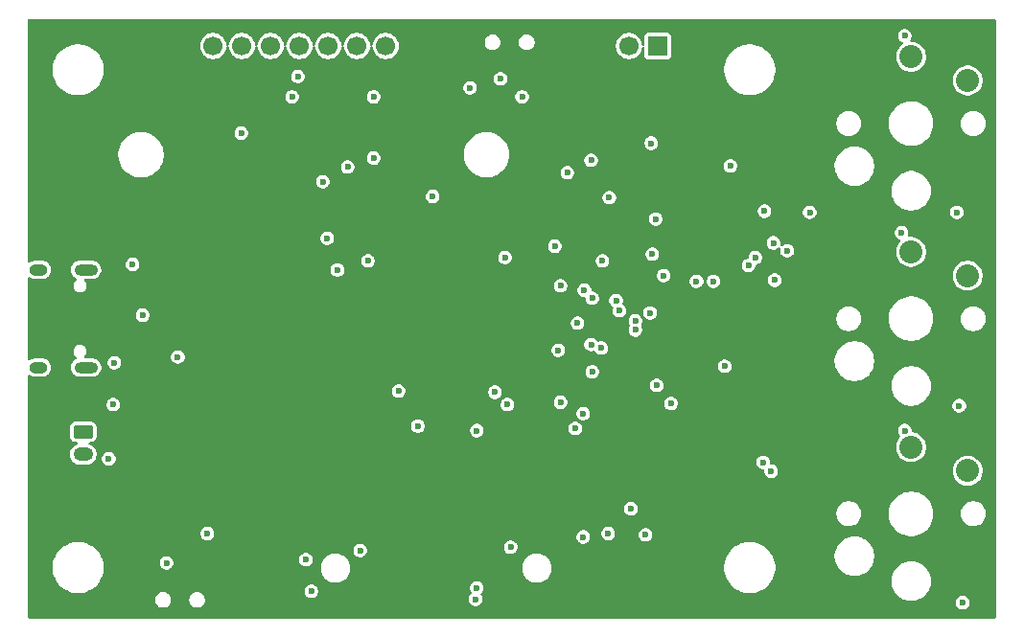
<source format=gbr>
%TF.GenerationSoftware,KiCad,Pcbnew,9.0.6*%
%TF.CreationDate,2025-12-14T01:17:05-08:00*%
%TF.ProjectId,base-station,62617365-2d73-4746-9174-696f6e2e6b69,rev?*%
%TF.SameCoordinates,Original*%
%TF.FileFunction,Copper,L3,Inr*%
%TF.FilePolarity,Positive*%
%FSLAX46Y46*%
G04 Gerber Fmt 4.6, Leading zero omitted, Abs format (unit mm)*
G04 Created by KiCad (PCBNEW 9.0.6) date 2025-12-14 01:17:05*
%MOMM*%
%LPD*%
G01*
G04 APERTURE LIST*
G04 Aperture macros list*
%AMRoundRect*
0 Rectangle with rounded corners*
0 $1 Rounding radius*
0 $2 $3 $4 $5 $6 $7 $8 $9 X,Y pos of 4 corners*
0 Add a 4 corners polygon primitive as box body*
4,1,4,$2,$3,$4,$5,$6,$7,$8,$9,$2,$3,0*
0 Add four circle primitives for the rounded corners*
1,1,$1+$1,$2,$3*
1,1,$1+$1,$4,$5*
1,1,$1+$1,$6,$7*
1,1,$1+$1,$8,$9*
0 Add four rect primitives between the rounded corners*
20,1,$1+$1,$2,$3,$4,$5,0*
20,1,$1+$1,$4,$5,$6,$7,0*
20,1,$1+$1,$6,$7,$8,$9,0*
20,1,$1+$1,$8,$9,$2,$3,0*%
G04 Aperture macros list end*
%TA.AperFunction,ComponentPad*%
%ADD10RoundRect,0.250000X-0.625000X0.350000X-0.625000X-0.350000X0.625000X-0.350000X0.625000X0.350000X0*%
%TD*%
%TA.AperFunction,ComponentPad*%
%ADD11O,1.750000X1.200000*%
%TD*%
%TA.AperFunction,ComponentPad*%
%ADD12C,2.032000*%
%TD*%
%TA.AperFunction,HeatsinkPad*%
%ADD13O,2.100000X1.000000*%
%TD*%
%TA.AperFunction,HeatsinkPad*%
%ADD14O,1.600000X1.000000*%
%TD*%
%TA.AperFunction,ComponentPad*%
%ADD15R,1.700000X1.700000*%
%TD*%
%TA.AperFunction,ComponentPad*%
%ADD16C,1.700000*%
%TD*%
%TA.AperFunction,ViaPad*%
%ADD17C,0.600000*%
%TD*%
G04 APERTURE END LIST*
D10*
%TO.N,/VBAT*%
%TO.C,J4*%
X39650000Y-87000000D03*
D11*
%TO.N,GND*%
X39650000Y-89000000D03*
%TD*%
D12*
%TO.N,GND*%
%TO.C,SW5*%
X112750000Y-88350000D03*
%TO.N,/BTN_2*%
X117750000Y-90450000D03*
%TD*%
D13*
%TO.N,/SHIELD*%
%TO.C,J2*%
X39885000Y-72680000D03*
D14*
X35705000Y-72680000D03*
D13*
X39885000Y-81320000D03*
D14*
X35705000Y-81320000D03*
%TD*%
D15*
%TO.N,+3V3*%
%TO.C,J3*%
X68900000Y-52900000D03*
D16*
%TO.N,GND*%
X66360000Y-52900000D03*
%TO.N,/LCD_SDA*%
X63820000Y-52900000D03*
%TO.N,/LCD_SCK*%
X61280000Y-52900000D03*
%TO.N,/LCD_CS*%
X58740000Y-52900000D03*
%TO.N,/LCD_DC*%
X56200000Y-52900000D03*
%TO.N,/LCD_RST*%
X53660000Y-52900000D03*
%TO.N,/LCD_BL*%
X51120000Y-52900000D03*
%TD*%
D15*
%TO.N,/SWDIO*%
%TO.C,J5*%
X90375000Y-52900000D03*
D16*
%TO.N,/SWCLK*%
X87835000Y-52900000D03*
%TD*%
D12*
%TO.N,GND*%
%TO.C,SW6*%
X112750000Y-53850000D03*
%TO.N,/BTN_3*%
X117750000Y-55950000D03*
%TD*%
%TO.N,GND*%
%TO.C,SW4*%
X112750000Y-71100000D03*
%TO.N,/BTN_1*%
X117750000Y-73200000D03*
%TD*%
D17*
%TO.N,+3V3*%
X91750000Y-60500000D03*
X91500000Y-59250000D03*
X84500000Y-61750000D03*
%TO.N,GND*%
X84500000Y-63000000D03*
X117300000Y-102100000D03*
X112200000Y-86900000D03*
X42400000Y-80900000D03*
X90200000Y-68200000D03*
X89300000Y-96100000D03*
X90300000Y-82900000D03*
X42300000Y-84600000D03*
X117000000Y-84700000D03*
X95300000Y-73700000D03*
X88000000Y-93800000D03*
X81300000Y-70600000D03*
X59300000Y-98300000D03*
X64100000Y-97500000D03*
X93800000Y-73700000D03*
X112200000Y-52000000D03*
X100700000Y-73600000D03*
X96300000Y-81200000D03*
X83800000Y-96300000D03*
X116800000Y-67600000D03*
X85500000Y-71900000D03*
X83800000Y-85400000D03*
X86100000Y-66300000D03*
X44000000Y-72200000D03*
X47000000Y-98600000D03*
X41900000Y-89400000D03*
X84600000Y-81700000D03*
X48000000Y-80400000D03*
X111900000Y-69400000D03*
%TO.N,/VBAT*%
X69200000Y-86500000D03*
X70500000Y-66200000D03*
X86000000Y-96000000D03*
X73800000Y-56600000D03*
X77400000Y-97200000D03*
X64800000Y-71900000D03*
%TO.N,+3V3*%
X92300000Y-81900000D03*
X74200000Y-97400000D03*
X50300000Y-98600000D03*
X87047727Y-67637056D03*
X97600000Y-75500000D03*
X89600000Y-85100000D03*
X68400000Y-55300000D03*
%TO.N,/RESET*%
X59800000Y-101100000D03*
X76000000Y-83500000D03*
X83900000Y-74500000D03*
X89900000Y-71300000D03*
%TO.N,/I2C_SDA*%
X74300000Y-101800000D03*
X99000000Y-71600000D03*
X100400000Y-90500000D03*
%TO.N,/I2C_SCL*%
X98400000Y-72300000D03*
X74400000Y-100800000D03*
X99700000Y-89700000D03*
%TO.N,/D-*%
X100600000Y-70300000D03*
X44900000Y-76700000D03*
X82400000Y-64100000D03*
X62100000Y-72700000D03*
%TO.N,/D+*%
X99800000Y-67500000D03*
X81800000Y-74100000D03*
%TO.N,/LCD_CS*%
X67500000Y-83400000D03*
X74400000Y-86900000D03*
X77100000Y-84600000D03*
X83100000Y-86700000D03*
X61200000Y-69900000D03*
X58600000Y-55600000D03*
X60800000Y-64900000D03*
X87000000Y-76300000D03*
%TO.N,/LCD_SDA*%
X88400000Y-78000003D03*
X76900000Y-71600000D03*
%TO.N,/LCD_SCK*%
X89701000Y-76500000D03*
X65300000Y-62800000D03*
X83300000Y-77400000D03*
X85400000Y-79600000D03*
%TO.N,/LCD_DC*%
X101800000Y-71000000D03*
X58100000Y-57400000D03*
X65300000Y-57400000D03*
X78400000Y-57400000D03*
%TO.N,/LCD_BL*%
X81600000Y-79800000D03*
X84500000Y-79300000D03*
X88400000Y-77200000D03*
X63000000Y-63600000D03*
%TO.N,/LCD_RST*%
X53600000Y-60600000D03*
X86700000Y-75400000D03*
%TO.N,/BOOT*%
X50600000Y-96000000D03*
X90900000Y-73200000D03*
%TO.N,/BTN_1*%
X84600000Y-75200000D03*
%TO.N,/BTN_2*%
X91550000Y-84500000D03*
%TO.N,/BTN_3*%
X103800000Y-67600000D03*
%TO.N,/FLASH_MISO*%
X96800000Y-63500000D03*
X89800000Y-61500000D03*
%TO.N,/VIN*%
X81800000Y-84400000D03*
X76500000Y-55800000D03*
%TD*%
%TA.AperFunction,Conductor*%
%TO.N,+3V3*%
G36*
X120192539Y-50520185D02*
G01*
X120238294Y-50572989D01*
X120249500Y-50624500D01*
X120249500Y-103375500D01*
X120229815Y-103442539D01*
X120177011Y-103488294D01*
X120125500Y-103499500D01*
X34874500Y-103499500D01*
X34807461Y-103479815D01*
X34761706Y-103427011D01*
X34750500Y-103375500D01*
X34750500Y-101923995D01*
X45999499Y-101923995D01*
X46026418Y-102059322D01*
X46026421Y-102059332D01*
X46079221Y-102186804D01*
X46079228Y-102186817D01*
X46155885Y-102301541D01*
X46155888Y-102301545D01*
X46253454Y-102399111D01*
X46253458Y-102399114D01*
X46368182Y-102475771D01*
X46368195Y-102475778D01*
X46495667Y-102528578D01*
X46495672Y-102528580D01*
X46495676Y-102528580D01*
X46495677Y-102528581D01*
X46631004Y-102555500D01*
X46631007Y-102555500D01*
X46768995Y-102555500D01*
X46860041Y-102537389D01*
X46904328Y-102528580D01*
X47031811Y-102475775D01*
X47146542Y-102399114D01*
X47244114Y-102301542D01*
X47320775Y-102186811D01*
X47373580Y-102059328D01*
X47382389Y-102015041D01*
X47400500Y-101923995D01*
X48999499Y-101923995D01*
X49026418Y-102059322D01*
X49026421Y-102059332D01*
X49079221Y-102186804D01*
X49079228Y-102186817D01*
X49155885Y-102301541D01*
X49155888Y-102301545D01*
X49253454Y-102399111D01*
X49253458Y-102399114D01*
X49368182Y-102475771D01*
X49368195Y-102475778D01*
X49495667Y-102528578D01*
X49495672Y-102528580D01*
X49495676Y-102528580D01*
X49495677Y-102528581D01*
X49631004Y-102555500D01*
X49631007Y-102555500D01*
X49768995Y-102555500D01*
X49860041Y-102537389D01*
X49904328Y-102528580D01*
X50031811Y-102475775D01*
X50146542Y-102399114D01*
X50244114Y-102301542D01*
X50320775Y-102186811D01*
X50373580Y-102059328D01*
X50382389Y-102015041D01*
X50400500Y-101923995D01*
X50400500Y-101786004D01*
X50387558Y-101720943D01*
X73699500Y-101720943D01*
X73699500Y-101879057D01*
X73710618Y-101920548D01*
X73740423Y-102031783D01*
X73740426Y-102031790D01*
X73819475Y-102168709D01*
X73819479Y-102168714D01*
X73819480Y-102168716D01*
X73931284Y-102280520D01*
X73931286Y-102280521D01*
X73931290Y-102280524D01*
X74020087Y-102331790D01*
X74068216Y-102359577D01*
X74220943Y-102400500D01*
X74220945Y-102400500D01*
X74379055Y-102400500D01*
X74379057Y-102400500D01*
X74531784Y-102359577D01*
X74668716Y-102280520D01*
X74780520Y-102168716D01*
X74859577Y-102031784D01*
X74862482Y-102020943D01*
X116699500Y-102020943D01*
X116699500Y-102179057D01*
X116732321Y-102301545D01*
X116740423Y-102331783D01*
X116740426Y-102331790D01*
X116819475Y-102468709D01*
X116819479Y-102468714D01*
X116819480Y-102468716D01*
X116931284Y-102580520D01*
X116931286Y-102580521D01*
X116931290Y-102580524D01*
X117068209Y-102659573D01*
X117068216Y-102659577D01*
X117220943Y-102700500D01*
X117220945Y-102700500D01*
X117379055Y-102700500D01*
X117379057Y-102700500D01*
X117531784Y-102659577D01*
X117668716Y-102580520D01*
X117780520Y-102468716D01*
X117859577Y-102331784D01*
X117900500Y-102179057D01*
X117900500Y-102020943D01*
X117859577Y-101868216D01*
X117812114Y-101786007D01*
X117780524Y-101731290D01*
X117780518Y-101731282D01*
X117668717Y-101619481D01*
X117668709Y-101619475D01*
X117531790Y-101540426D01*
X117531786Y-101540424D01*
X117531784Y-101540423D01*
X117379057Y-101499500D01*
X117220943Y-101499500D01*
X117068216Y-101540423D01*
X117068209Y-101540426D01*
X116931290Y-101619475D01*
X116931282Y-101619481D01*
X116819481Y-101731282D01*
X116819475Y-101731290D01*
X116740426Y-101868209D01*
X116740423Y-101868216D01*
X116699500Y-102020943D01*
X74862482Y-102020943D01*
X74900500Y-101879057D01*
X74900500Y-101720943D01*
X74859577Y-101568216D01*
X74843531Y-101540423D01*
X74780524Y-101431290D01*
X74780521Y-101431286D01*
X74780520Y-101431284D01*
X74780517Y-101431281D01*
X74776138Y-101425574D01*
X74750942Y-101360406D01*
X74764979Y-101291960D01*
X74786825Y-101262410D01*
X74880520Y-101168716D01*
X74959577Y-101031784D01*
X75000500Y-100879057D01*
X75000500Y-100720943D01*
X74959577Y-100568216D01*
X74919904Y-100499500D01*
X74880524Y-100431290D01*
X74880518Y-100431282D01*
X74768717Y-100319481D01*
X74768709Y-100319475D01*
X74631790Y-100240426D01*
X74631786Y-100240424D01*
X74631784Y-100240423D01*
X74479057Y-100199500D01*
X74320943Y-100199500D01*
X74168216Y-100240423D01*
X74168209Y-100240426D01*
X74031290Y-100319475D01*
X74031282Y-100319481D01*
X73919481Y-100431282D01*
X73919475Y-100431290D01*
X73840426Y-100568209D01*
X73840423Y-100568216D01*
X73799500Y-100720943D01*
X73799500Y-100879057D01*
X73838001Y-101022743D01*
X73840423Y-101031783D01*
X73840426Y-101031790D01*
X73900383Y-101135639D01*
X73919480Y-101168716D01*
X73919484Y-101168720D01*
X73923862Y-101174426D01*
X73949057Y-101239595D01*
X73935020Y-101308040D01*
X73913169Y-101337595D01*
X73819478Y-101431286D01*
X73819475Y-101431290D01*
X73740426Y-101568209D01*
X73740423Y-101568216D01*
X73699500Y-101720943D01*
X50387558Y-101720943D01*
X50373581Y-101650677D01*
X50373580Y-101650676D01*
X50373580Y-101650672D01*
X50354840Y-101605429D01*
X50320778Y-101523195D01*
X50320771Y-101523182D01*
X50244114Y-101408458D01*
X50244111Y-101408454D01*
X50146545Y-101310888D01*
X50146541Y-101310885D01*
X50031817Y-101234228D01*
X50031804Y-101234221D01*
X49904332Y-101181421D01*
X49904322Y-101181418D01*
X49768995Y-101154500D01*
X49768993Y-101154500D01*
X49631007Y-101154500D01*
X49631005Y-101154500D01*
X49495677Y-101181418D01*
X49495667Y-101181421D01*
X49368195Y-101234221D01*
X49368182Y-101234228D01*
X49253458Y-101310885D01*
X49253454Y-101310888D01*
X49155888Y-101408454D01*
X49155885Y-101408458D01*
X49079228Y-101523182D01*
X49079221Y-101523195D01*
X49026421Y-101650667D01*
X49026418Y-101650677D01*
X48999500Y-101786004D01*
X48999500Y-101786007D01*
X48999500Y-101923993D01*
X48999500Y-101923995D01*
X48999499Y-101923995D01*
X47400500Y-101923995D01*
X47400500Y-101786004D01*
X47373581Y-101650677D01*
X47373580Y-101650676D01*
X47373580Y-101650672D01*
X47354840Y-101605429D01*
X47320778Y-101523195D01*
X47320771Y-101523182D01*
X47244114Y-101408458D01*
X47244111Y-101408454D01*
X47146545Y-101310888D01*
X47146541Y-101310885D01*
X47031817Y-101234228D01*
X47031804Y-101234221D01*
X46904332Y-101181421D01*
X46904322Y-101181418D01*
X46768995Y-101154500D01*
X46768993Y-101154500D01*
X46631007Y-101154500D01*
X46631005Y-101154500D01*
X46495677Y-101181418D01*
X46495667Y-101181421D01*
X46368195Y-101234221D01*
X46368182Y-101234228D01*
X46253458Y-101310885D01*
X46253454Y-101310888D01*
X46155888Y-101408454D01*
X46155885Y-101408458D01*
X46079228Y-101523182D01*
X46079221Y-101523195D01*
X46026421Y-101650667D01*
X46026418Y-101650677D01*
X45999500Y-101786004D01*
X45999500Y-101786007D01*
X45999500Y-101923993D01*
X45999500Y-101923995D01*
X45999499Y-101923995D01*
X34750500Y-101923995D01*
X34750500Y-98852486D01*
X36949500Y-98852486D01*
X36949500Y-99147513D01*
X36959753Y-99225388D01*
X36988007Y-99439993D01*
X37063181Y-99720548D01*
X37064361Y-99724951D01*
X37064364Y-99724961D01*
X37177254Y-99997500D01*
X37177258Y-99997510D01*
X37324761Y-100252993D01*
X37504352Y-100487040D01*
X37504358Y-100487047D01*
X37712952Y-100695641D01*
X37712959Y-100695647D01*
X37947006Y-100875238D01*
X38202489Y-101022741D01*
X38202490Y-101022741D01*
X38202493Y-101022743D01*
X38475048Y-101135639D01*
X38760007Y-101211993D01*
X39052494Y-101250500D01*
X39052501Y-101250500D01*
X39347499Y-101250500D01*
X39347506Y-101250500D01*
X39639993Y-101211993D01*
X39924952Y-101135639D01*
X40197507Y-101022743D01*
X40200625Y-101020943D01*
X59199500Y-101020943D01*
X59199500Y-101179057D01*
X59240316Y-101331382D01*
X59240423Y-101331783D01*
X59240426Y-101331790D01*
X59319475Y-101468709D01*
X59319479Y-101468714D01*
X59319480Y-101468716D01*
X59431284Y-101580520D01*
X59431286Y-101580521D01*
X59431290Y-101580524D01*
X59566536Y-101658607D01*
X59568216Y-101659577D01*
X59720943Y-101700500D01*
X59720945Y-101700500D01*
X59879055Y-101700500D01*
X59879057Y-101700500D01*
X60031784Y-101659577D01*
X60168716Y-101580520D01*
X60280520Y-101468716D01*
X60359577Y-101331784D01*
X60400500Y-101179057D01*
X60400500Y-101020943D01*
X60359577Y-100868216D01*
X60359573Y-100868209D01*
X60280524Y-100731290D01*
X60280518Y-100731282D01*
X60168717Y-100619481D01*
X60168709Y-100619475D01*
X60031790Y-100540426D01*
X60031786Y-100540424D01*
X60031784Y-100540423D01*
X59879057Y-100499500D01*
X59720943Y-100499500D01*
X59568216Y-100540423D01*
X59568209Y-100540426D01*
X59431290Y-100619475D01*
X59431282Y-100619481D01*
X59319481Y-100731282D01*
X59319475Y-100731290D01*
X59240426Y-100868209D01*
X59240423Y-100868216D01*
X59199500Y-101020943D01*
X40200625Y-101020943D01*
X40293432Y-100967360D01*
X40400702Y-100905429D01*
X40418568Y-100895113D01*
X40452994Y-100875238D01*
X40687042Y-100695646D01*
X40895646Y-100487042D01*
X41075238Y-100252994D01*
X41222743Y-99997507D01*
X41335639Y-99724952D01*
X41411993Y-99439993D01*
X41450500Y-99147506D01*
X41450500Y-98852494D01*
X41411993Y-98560007D01*
X41401526Y-98520943D01*
X46399500Y-98520943D01*
X46399500Y-98679057D01*
X46426687Y-98780518D01*
X46440423Y-98831783D01*
X46440426Y-98831790D01*
X46519475Y-98968709D01*
X46519479Y-98968714D01*
X46519480Y-98968716D01*
X46631284Y-99080520D01*
X46631286Y-99080521D01*
X46631290Y-99080524D01*
X46747296Y-99147499D01*
X46768216Y-99159577D01*
X46920943Y-99200500D01*
X46920945Y-99200500D01*
X47079055Y-99200500D01*
X47079057Y-99200500D01*
X47231784Y-99159577D01*
X47368716Y-99080520D01*
X47480520Y-98968716D01*
X47489797Y-98952648D01*
X60619500Y-98952648D01*
X60619500Y-99157352D01*
X60623878Y-99184995D01*
X60651522Y-99359534D01*
X60714781Y-99554223D01*
X60756507Y-99636113D01*
X60801772Y-99724951D01*
X60807715Y-99736613D01*
X60928028Y-99902213D01*
X61072786Y-100046971D01*
X61227749Y-100159556D01*
X61238390Y-100167287D01*
X61354607Y-100226503D01*
X61420776Y-100260218D01*
X61420778Y-100260218D01*
X61420781Y-100260220D01*
X61525137Y-100294127D01*
X61615465Y-100323477D01*
X61716557Y-100339488D01*
X61817648Y-100355500D01*
X61817649Y-100355500D01*
X62022351Y-100355500D01*
X62022352Y-100355500D01*
X62224534Y-100323477D01*
X62419219Y-100260220D01*
X62601610Y-100167287D01*
X62714514Y-100085258D01*
X62767213Y-100046971D01*
X62767215Y-100046968D01*
X62767219Y-100046966D01*
X62911966Y-99902219D01*
X62911968Y-99902215D01*
X62911971Y-99902213D01*
X63022195Y-99750500D01*
X63032287Y-99736610D01*
X63125220Y-99554219D01*
X63188477Y-99359534D01*
X63220500Y-99157352D01*
X63220500Y-98952648D01*
X78399500Y-98952648D01*
X78399500Y-99157352D01*
X78403878Y-99184995D01*
X78431522Y-99359534D01*
X78494781Y-99554223D01*
X78536507Y-99636113D01*
X78581772Y-99724951D01*
X78587715Y-99736613D01*
X78708028Y-99902213D01*
X78852786Y-100046971D01*
X79007749Y-100159556D01*
X79018390Y-100167287D01*
X79134607Y-100226503D01*
X79200776Y-100260218D01*
X79200778Y-100260218D01*
X79200781Y-100260220D01*
X79305137Y-100294127D01*
X79395465Y-100323477D01*
X79496557Y-100339488D01*
X79597648Y-100355500D01*
X79597649Y-100355500D01*
X79802351Y-100355500D01*
X79802352Y-100355500D01*
X80004534Y-100323477D01*
X80199219Y-100260220D01*
X80381610Y-100167287D01*
X80494514Y-100085258D01*
X80547213Y-100046971D01*
X80547215Y-100046968D01*
X80547219Y-100046966D01*
X80691966Y-99902219D01*
X80691968Y-99902215D01*
X80691971Y-99902213D01*
X80802195Y-99750500D01*
X80812287Y-99736610D01*
X80905220Y-99554219D01*
X80968477Y-99359534D01*
X81000500Y-99157352D01*
X81000500Y-98952648D01*
X80984636Y-98852486D01*
X96249500Y-98852486D01*
X96249500Y-99147513D01*
X96259753Y-99225388D01*
X96288007Y-99439993D01*
X96363181Y-99720548D01*
X96364361Y-99724951D01*
X96364364Y-99724961D01*
X96477254Y-99997500D01*
X96477258Y-99997510D01*
X96624761Y-100252993D01*
X96804352Y-100487040D01*
X96804358Y-100487047D01*
X97012952Y-100695641D01*
X97012959Y-100695647D01*
X97247006Y-100875238D01*
X97502489Y-101022741D01*
X97502490Y-101022741D01*
X97502493Y-101022743D01*
X97775048Y-101135639D01*
X98060007Y-101211993D01*
X98352494Y-101250500D01*
X98352501Y-101250500D01*
X98647499Y-101250500D01*
X98647506Y-101250500D01*
X98939993Y-101211993D01*
X99224952Y-101135639D01*
X99497507Y-101022743D01*
X99752994Y-100875238D01*
X99987042Y-100695646D01*
X100195646Y-100487042D01*
X100375238Y-100252994D01*
X100472072Y-100085272D01*
X100472080Y-100085258D01*
X110999500Y-100085258D01*
X110999500Y-100314741D01*
X111014844Y-100431282D01*
X111029452Y-100542238D01*
X111050149Y-100619480D01*
X111088842Y-100763887D01*
X111176650Y-100975876D01*
X111176657Y-100975890D01*
X111291392Y-101174617D01*
X111431081Y-101356661D01*
X111431089Y-101356670D01*
X111593330Y-101518911D01*
X111593338Y-101518918D01*
X111593339Y-101518919D01*
X111621367Y-101540426D01*
X111775382Y-101658607D01*
X111775385Y-101658608D01*
X111775388Y-101658611D01*
X111974112Y-101773344D01*
X111974117Y-101773346D01*
X111974123Y-101773349D01*
X112065480Y-101811190D01*
X112186113Y-101861158D01*
X112407762Y-101920548D01*
X112635266Y-101950500D01*
X112635273Y-101950500D01*
X112864727Y-101950500D01*
X112864734Y-101950500D01*
X113092238Y-101920548D01*
X113313887Y-101861158D01*
X113525888Y-101773344D01*
X113724612Y-101658611D01*
X113906661Y-101518919D01*
X113906665Y-101518914D01*
X113906670Y-101518911D01*
X114068911Y-101356670D01*
X114068914Y-101356665D01*
X114068919Y-101356661D01*
X114208611Y-101174612D01*
X114323344Y-100975888D01*
X114411158Y-100763887D01*
X114470548Y-100542238D01*
X114500500Y-100314734D01*
X114500500Y-100085266D01*
X114470548Y-99857762D01*
X114411158Y-99636113D01*
X114337634Y-99458611D01*
X114323349Y-99424123D01*
X114323346Y-99424117D01*
X114323344Y-99424112D01*
X114208611Y-99225388D01*
X114208608Y-99225385D01*
X114208607Y-99225382D01*
X114068918Y-99043338D01*
X114068911Y-99043330D01*
X113906670Y-98881089D01*
X113906661Y-98881081D01*
X113724617Y-98741392D01*
X113525890Y-98626657D01*
X113525876Y-98626650D01*
X113313887Y-98538842D01*
X113287542Y-98531783D01*
X113092238Y-98479452D01*
X113054215Y-98474446D01*
X112864741Y-98449500D01*
X112864734Y-98449500D01*
X112635266Y-98449500D01*
X112635258Y-98449500D01*
X112418715Y-98478009D01*
X112407762Y-98479452D01*
X112314076Y-98504554D01*
X112186112Y-98538842D01*
X111974123Y-98626650D01*
X111974109Y-98626657D01*
X111775382Y-98741392D01*
X111593338Y-98881081D01*
X111431081Y-99043338D01*
X111291392Y-99225382D01*
X111176657Y-99424109D01*
X111176650Y-99424123D01*
X111088842Y-99636112D01*
X111029453Y-99857759D01*
X111029451Y-99857770D01*
X110999500Y-100085258D01*
X100472080Y-100085258D01*
X100510215Y-100019207D01*
X100513780Y-100013030D01*
X100522743Y-99997507D01*
X100635639Y-99724952D01*
X100711993Y-99439993D01*
X100750500Y-99147506D01*
X100750500Y-98852494D01*
X100711993Y-98560007D01*
X100635639Y-98275048D01*
X100635542Y-98274815D01*
X100571201Y-98119481D01*
X100522743Y-98002493D01*
X100455058Y-97885258D01*
X105999500Y-97885258D01*
X105999500Y-98114741D01*
X106020605Y-98275038D01*
X106029452Y-98342238D01*
X106066218Y-98479451D01*
X106088842Y-98563887D01*
X106176650Y-98775876D01*
X106176657Y-98775890D01*
X106291392Y-98974617D01*
X106431081Y-99156661D01*
X106431089Y-99156670D01*
X106593330Y-99318911D01*
X106593338Y-99318918D01*
X106775382Y-99458607D01*
X106775385Y-99458608D01*
X106775388Y-99458611D01*
X106974112Y-99573344D01*
X106974117Y-99573346D01*
X106974123Y-99573349D01*
X107065480Y-99611190D01*
X107186113Y-99661158D01*
X107407762Y-99720548D01*
X107635266Y-99750500D01*
X107635273Y-99750500D01*
X107864727Y-99750500D01*
X107864734Y-99750500D01*
X108092238Y-99720548D01*
X108313887Y-99661158D01*
X108525888Y-99573344D01*
X108724612Y-99458611D01*
X108906661Y-99318919D01*
X108906665Y-99318914D01*
X108906670Y-99318911D01*
X109068911Y-99156670D01*
X109068914Y-99156665D01*
X109068919Y-99156661D01*
X109208611Y-98974612D01*
X109323344Y-98775888D01*
X109411158Y-98563887D01*
X109470548Y-98342238D01*
X109500500Y-98114734D01*
X109500500Y-97885266D01*
X109470548Y-97657762D01*
X109411158Y-97436113D01*
X109341613Y-97268216D01*
X109323349Y-97224123D01*
X109323346Y-97224117D01*
X109323344Y-97224112D01*
X109208611Y-97025388D01*
X109208608Y-97025385D01*
X109208607Y-97025382D01*
X109068918Y-96843338D01*
X109068911Y-96843330D01*
X108906670Y-96681089D01*
X108906661Y-96681081D01*
X108724617Y-96541392D01*
X108707975Y-96531784D01*
X108619190Y-96480524D01*
X108525890Y-96426657D01*
X108525876Y-96426650D01*
X108313887Y-96338842D01*
X108287542Y-96331783D01*
X108092238Y-96279452D01*
X108054215Y-96274446D01*
X107864741Y-96249500D01*
X107864734Y-96249500D01*
X107635266Y-96249500D01*
X107635258Y-96249500D01*
X107418715Y-96278009D01*
X107407762Y-96279452D01*
X107314076Y-96304554D01*
X107186112Y-96338842D01*
X106974123Y-96426650D01*
X106974109Y-96426657D01*
X106775382Y-96541392D01*
X106593338Y-96681081D01*
X106431081Y-96843338D01*
X106291392Y-97025382D01*
X106176657Y-97224109D01*
X106176650Y-97224123D01*
X106088842Y-97436112D01*
X106029453Y-97657759D01*
X106029451Y-97657770D01*
X105999500Y-97885258D01*
X100455058Y-97885258D01*
X100375238Y-97747006D01*
X100306765Y-97657770D01*
X100195647Y-97512959D01*
X100195641Y-97512952D01*
X99987047Y-97304358D01*
X99987040Y-97304352D01*
X99752993Y-97124761D01*
X99497510Y-96977258D01*
X99497500Y-96977254D01*
X99224961Y-96864364D01*
X99224954Y-96864362D01*
X99224952Y-96864361D01*
X98939993Y-96788007D01*
X98891113Y-96781571D01*
X98647513Y-96749500D01*
X98647506Y-96749500D01*
X98352494Y-96749500D01*
X98352486Y-96749500D01*
X98074085Y-96786153D01*
X98060007Y-96788007D01*
X97853504Y-96843339D01*
X97775048Y-96864361D01*
X97775038Y-96864364D01*
X97502499Y-96977254D01*
X97502489Y-96977258D01*
X97247006Y-97124761D01*
X97012959Y-97304352D01*
X97012952Y-97304358D01*
X96804358Y-97512952D01*
X96804352Y-97512959D01*
X96624761Y-97747006D01*
X96477258Y-98002489D01*
X96477254Y-98002499D01*
X96364364Y-98275038D01*
X96364361Y-98275048D01*
X96289140Y-98555781D01*
X96288008Y-98560004D01*
X96288006Y-98560015D01*
X96249500Y-98852486D01*
X80984636Y-98852486D01*
X80968477Y-98750466D01*
X80905220Y-98555781D01*
X80905218Y-98555778D01*
X80905218Y-98555776D01*
X80815174Y-98379057D01*
X80812287Y-98373390D01*
X80804556Y-98362749D01*
X80691971Y-98207786D01*
X80547213Y-98063028D01*
X80381613Y-97942715D01*
X80381612Y-97942714D01*
X80381610Y-97942713D01*
X80324653Y-97913691D01*
X80199223Y-97849781D01*
X80004534Y-97786522D01*
X79829995Y-97758878D01*
X79802352Y-97754500D01*
X79597648Y-97754500D01*
X79573329Y-97758351D01*
X79395465Y-97786522D01*
X79200776Y-97849781D01*
X79018386Y-97942715D01*
X78852786Y-98063028D01*
X78708028Y-98207786D01*
X78587715Y-98373386D01*
X78494781Y-98555776D01*
X78431522Y-98750465D01*
X78399500Y-98952648D01*
X63220500Y-98952648D01*
X63205759Y-98859576D01*
X63188477Y-98750465D01*
X63148247Y-98626650D01*
X63125220Y-98555781D01*
X63125218Y-98555778D01*
X63125218Y-98555776D01*
X63035174Y-98379057D01*
X63032287Y-98373390D01*
X63024556Y-98362749D01*
X62911971Y-98207786D01*
X62767213Y-98063028D01*
X62601613Y-97942715D01*
X62601612Y-97942714D01*
X62601610Y-97942713D01*
X62544653Y-97913691D01*
X62419223Y-97849781D01*
X62224534Y-97786522D01*
X62049995Y-97758878D01*
X62022352Y-97754500D01*
X61817648Y-97754500D01*
X61793329Y-97758351D01*
X61615465Y-97786522D01*
X61420776Y-97849781D01*
X61238386Y-97942715D01*
X61072786Y-98063028D01*
X60928028Y-98207786D01*
X60807715Y-98373386D01*
X60714781Y-98555776D01*
X60651522Y-98750465D01*
X60619500Y-98952648D01*
X47489797Y-98952648D01*
X47559577Y-98831784D01*
X47600500Y-98679057D01*
X47600500Y-98520943D01*
X47559577Y-98368216D01*
X47480520Y-98231284D01*
X47470179Y-98220943D01*
X58699500Y-98220943D01*
X58699500Y-98379057D01*
X58726401Y-98479451D01*
X58740423Y-98531783D01*
X58740426Y-98531790D01*
X58819475Y-98668709D01*
X58819479Y-98668714D01*
X58819480Y-98668716D01*
X58931284Y-98780520D01*
X58931286Y-98780521D01*
X58931290Y-98780524D01*
X59020087Y-98831790D01*
X59068216Y-98859577D01*
X59220943Y-98900500D01*
X59220945Y-98900500D01*
X59379055Y-98900500D01*
X59379057Y-98900500D01*
X59531784Y-98859577D01*
X59668716Y-98780520D01*
X59780520Y-98668716D01*
X59859577Y-98531784D01*
X59900500Y-98379057D01*
X59900500Y-98220943D01*
X59859577Y-98068216D01*
X59821632Y-98002493D01*
X59780524Y-97931290D01*
X59780518Y-97931282D01*
X59668717Y-97819481D01*
X59668709Y-97819475D01*
X59531790Y-97740426D01*
X59531786Y-97740424D01*
X59531784Y-97740423D01*
X59379057Y-97699500D01*
X59220943Y-97699500D01*
X59068216Y-97740423D01*
X59068209Y-97740426D01*
X58931290Y-97819475D01*
X58931282Y-97819481D01*
X58819481Y-97931282D01*
X58819475Y-97931290D01*
X58740426Y-98068209D01*
X58740423Y-98068216D01*
X58699500Y-98220943D01*
X47470179Y-98220943D01*
X47368716Y-98119480D01*
X47368714Y-98119479D01*
X47368709Y-98119475D01*
X47231790Y-98040426D01*
X47231786Y-98040424D01*
X47231784Y-98040423D01*
X47079057Y-97999500D01*
X46920943Y-97999500D01*
X46768216Y-98040423D01*
X46768209Y-98040426D01*
X46631290Y-98119475D01*
X46631282Y-98119481D01*
X46519481Y-98231282D01*
X46519475Y-98231290D01*
X46440426Y-98368209D01*
X46440423Y-98368216D01*
X46399500Y-98520943D01*
X41401526Y-98520943D01*
X41335639Y-98275048D01*
X41335542Y-98274815D01*
X41271201Y-98119481D01*
X41222743Y-98002493D01*
X41210059Y-97980524D01*
X41075238Y-97747006D01*
X40895647Y-97512959D01*
X40895641Y-97512952D01*
X40803632Y-97420943D01*
X63499500Y-97420943D01*
X63499500Y-97579057D01*
X63526687Y-97680518D01*
X63540423Y-97731783D01*
X63540426Y-97731790D01*
X63619475Y-97868709D01*
X63619479Y-97868714D01*
X63619480Y-97868716D01*
X63731284Y-97980520D01*
X63731286Y-97980521D01*
X63731290Y-97980524D01*
X63835040Y-98040423D01*
X63868216Y-98059577D01*
X64020943Y-98100500D01*
X64020945Y-98100500D01*
X64179055Y-98100500D01*
X64179057Y-98100500D01*
X64331784Y-98059577D01*
X64468716Y-97980520D01*
X64580520Y-97868716D01*
X64659577Y-97731784D01*
X64700500Y-97579057D01*
X64700500Y-97420943D01*
X64659577Y-97268216D01*
X64580520Y-97131284D01*
X64570179Y-97120943D01*
X76799500Y-97120943D01*
X76799500Y-97279057D01*
X76806280Y-97304358D01*
X76840423Y-97431783D01*
X76840426Y-97431790D01*
X76919475Y-97568709D01*
X76919479Y-97568714D01*
X76919480Y-97568716D01*
X77031284Y-97680520D01*
X77031286Y-97680521D01*
X77031290Y-97680524D01*
X77120087Y-97731790D01*
X77168216Y-97759577D01*
X77320943Y-97800500D01*
X77320945Y-97800500D01*
X77479055Y-97800500D01*
X77479057Y-97800500D01*
X77631784Y-97759577D01*
X77768716Y-97680520D01*
X77880520Y-97568716D01*
X77959577Y-97431784D01*
X78000500Y-97279057D01*
X78000500Y-97120943D01*
X77959577Y-96968216D01*
X77896855Y-96859577D01*
X77880524Y-96831290D01*
X77880518Y-96831282D01*
X77768717Y-96719481D01*
X77768709Y-96719475D01*
X77631790Y-96640426D01*
X77631786Y-96640424D01*
X77631784Y-96640423D01*
X77479057Y-96599500D01*
X77320943Y-96599500D01*
X77168216Y-96640423D01*
X77168209Y-96640426D01*
X77031290Y-96719475D01*
X77031282Y-96719481D01*
X76919481Y-96831282D01*
X76919475Y-96831290D01*
X76840426Y-96968209D01*
X76840423Y-96968216D01*
X76799500Y-97120943D01*
X64570179Y-97120943D01*
X64468716Y-97019480D01*
X64468714Y-97019479D01*
X64468709Y-97019475D01*
X64331790Y-96940426D01*
X64331786Y-96940424D01*
X64331784Y-96940423D01*
X64179057Y-96899500D01*
X64020943Y-96899500D01*
X63868216Y-96940423D01*
X63868209Y-96940426D01*
X63731290Y-97019475D01*
X63731282Y-97019481D01*
X63619481Y-97131282D01*
X63619475Y-97131290D01*
X63540426Y-97268209D01*
X63540423Y-97268216D01*
X63499500Y-97420943D01*
X40803632Y-97420943D01*
X40687047Y-97304358D01*
X40687040Y-97304352D01*
X40452993Y-97124761D01*
X40197510Y-96977258D01*
X40197500Y-96977254D01*
X39924961Y-96864364D01*
X39924954Y-96864362D01*
X39924952Y-96864361D01*
X39639993Y-96788007D01*
X39591113Y-96781571D01*
X39347513Y-96749500D01*
X39347506Y-96749500D01*
X39052494Y-96749500D01*
X39052486Y-96749500D01*
X38774085Y-96786153D01*
X38760007Y-96788007D01*
X38553504Y-96843339D01*
X38475048Y-96864361D01*
X38475038Y-96864364D01*
X38202499Y-96977254D01*
X38202489Y-96977258D01*
X37947006Y-97124761D01*
X37712959Y-97304352D01*
X37712952Y-97304358D01*
X37504358Y-97512952D01*
X37504352Y-97512959D01*
X37324761Y-97747006D01*
X37177258Y-98002489D01*
X37177254Y-98002499D01*
X37064364Y-98275038D01*
X37064361Y-98275048D01*
X36989140Y-98555781D01*
X36988008Y-98560004D01*
X36988006Y-98560015D01*
X36949500Y-98852486D01*
X34750500Y-98852486D01*
X34750500Y-95920943D01*
X49999500Y-95920943D01*
X49999500Y-96079057D01*
X50035926Y-96214999D01*
X50040423Y-96231783D01*
X50040426Y-96231790D01*
X50119475Y-96368709D01*
X50119479Y-96368714D01*
X50119480Y-96368716D01*
X50231284Y-96480520D01*
X50231286Y-96480521D01*
X50231290Y-96480524D01*
X50320087Y-96531790D01*
X50368216Y-96559577D01*
X50520943Y-96600500D01*
X50520945Y-96600500D01*
X50679055Y-96600500D01*
X50679057Y-96600500D01*
X50831784Y-96559577D01*
X50968716Y-96480520D01*
X51080520Y-96368716D01*
X51159577Y-96231784D01*
X51162482Y-96220943D01*
X83199500Y-96220943D01*
X83199500Y-96379057D01*
X83226687Y-96480518D01*
X83240423Y-96531783D01*
X83240426Y-96531790D01*
X83319475Y-96668709D01*
X83319479Y-96668714D01*
X83319480Y-96668716D01*
X83431284Y-96780520D01*
X83431286Y-96780521D01*
X83431290Y-96780524D01*
X83568209Y-96859573D01*
X83568216Y-96859577D01*
X83720943Y-96900500D01*
X83720945Y-96900500D01*
X83879055Y-96900500D01*
X83879057Y-96900500D01*
X84031784Y-96859577D01*
X84168716Y-96780520D01*
X84280520Y-96668716D01*
X84359577Y-96531784D01*
X84400500Y-96379057D01*
X84400500Y-96220943D01*
X84359577Y-96068216D01*
X84280520Y-95931284D01*
X84270179Y-95920943D01*
X85399500Y-95920943D01*
X85399500Y-96079057D01*
X85435926Y-96214999D01*
X85440423Y-96231783D01*
X85440426Y-96231790D01*
X85519475Y-96368709D01*
X85519479Y-96368714D01*
X85519480Y-96368716D01*
X85631284Y-96480520D01*
X85631286Y-96480521D01*
X85631290Y-96480524D01*
X85720087Y-96531790D01*
X85768216Y-96559577D01*
X85920943Y-96600500D01*
X85920945Y-96600500D01*
X86079055Y-96600500D01*
X86079057Y-96600500D01*
X86231784Y-96559577D01*
X86368716Y-96480520D01*
X86480520Y-96368716D01*
X86559577Y-96231784D01*
X86600500Y-96079057D01*
X86600500Y-96020943D01*
X88699500Y-96020943D01*
X88699500Y-96179057D01*
X88726401Y-96279451D01*
X88740423Y-96331783D01*
X88740426Y-96331790D01*
X88819475Y-96468709D01*
X88819479Y-96468714D01*
X88819480Y-96468716D01*
X88931284Y-96580520D01*
X88931286Y-96580521D01*
X88931290Y-96580524D01*
X89035040Y-96640423D01*
X89068216Y-96659577D01*
X89220943Y-96700500D01*
X89220945Y-96700500D01*
X89379055Y-96700500D01*
X89379057Y-96700500D01*
X89531784Y-96659577D01*
X89668716Y-96580520D01*
X89780520Y-96468716D01*
X89859577Y-96331784D01*
X89900500Y-96179057D01*
X89900500Y-96020943D01*
X89859577Y-95868216D01*
X89801843Y-95768216D01*
X89780524Y-95731290D01*
X89780518Y-95731282D01*
X89668717Y-95619481D01*
X89668709Y-95619475D01*
X89531790Y-95540426D01*
X89531786Y-95540424D01*
X89531784Y-95540423D01*
X89379057Y-95499500D01*
X89220943Y-95499500D01*
X89068216Y-95540423D01*
X89068209Y-95540426D01*
X88931290Y-95619475D01*
X88931282Y-95619481D01*
X88819481Y-95731282D01*
X88819475Y-95731290D01*
X88740426Y-95868209D01*
X88740423Y-95868216D01*
X88699500Y-96020943D01*
X86600500Y-96020943D01*
X86600500Y-95920943D01*
X86559577Y-95768216D01*
X86538258Y-95731290D01*
X86480524Y-95631290D01*
X86480518Y-95631282D01*
X86368717Y-95519481D01*
X86368709Y-95519475D01*
X86231790Y-95440426D01*
X86231786Y-95440424D01*
X86231784Y-95440423D01*
X86079057Y-95399500D01*
X85920943Y-95399500D01*
X85768216Y-95440423D01*
X85768209Y-95440426D01*
X85631290Y-95519475D01*
X85631282Y-95519481D01*
X85519481Y-95631282D01*
X85519475Y-95631290D01*
X85440426Y-95768209D01*
X85440423Y-95768216D01*
X85399500Y-95920943D01*
X84270179Y-95920943D01*
X84168716Y-95819480D01*
X84168714Y-95819479D01*
X84168709Y-95819475D01*
X84031790Y-95740426D01*
X84031786Y-95740424D01*
X84031784Y-95740423D01*
X83879057Y-95699500D01*
X83720943Y-95699500D01*
X83568216Y-95740423D01*
X83568209Y-95740426D01*
X83431290Y-95819475D01*
X83431282Y-95819481D01*
X83319481Y-95931282D01*
X83319475Y-95931290D01*
X83240426Y-96068209D01*
X83240423Y-96068216D01*
X83199500Y-96220943D01*
X51162482Y-96220943D01*
X51200500Y-96079057D01*
X51200500Y-95920943D01*
X51159577Y-95768216D01*
X51138258Y-95731290D01*
X51080524Y-95631290D01*
X51080518Y-95631282D01*
X50968717Y-95519481D01*
X50968709Y-95519475D01*
X50831790Y-95440426D01*
X50831786Y-95440424D01*
X50831784Y-95440423D01*
X50679057Y-95399500D01*
X50520943Y-95399500D01*
X50368216Y-95440423D01*
X50368209Y-95440426D01*
X50231290Y-95519475D01*
X50231282Y-95519481D01*
X50119481Y-95631282D01*
X50119475Y-95631290D01*
X50040426Y-95768209D01*
X50040423Y-95768216D01*
X49999500Y-95920943D01*
X34750500Y-95920943D01*
X34750500Y-93720943D01*
X87399500Y-93720943D01*
X87399500Y-93879056D01*
X87440423Y-94031783D01*
X87440426Y-94031790D01*
X87519475Y-94168709D01*
X87519479Y-94168714D01*
X87519480Y-94168716D01*
X87631284Y-94280520D01*
X87631286Y-94280521D01*
X87631290Y-94280524D01*
X87728560Y-94336682D01*
X87768216Y-94359577D01*
X87920943Y-94400500D01*
X87920945Y-94400500D01*
X88079055Y-94400500D01*
X88079057Y-94400500D01*
X88231784Y-94359577D01*
X88368716Y-94280520D01*
X88480520Y-94168716D01*
X88483640Y-94163312D01*
X106148600Y-94163312D01*
X106148600Y-94336687D01*
X106175720Y-94507913D01*
X106229290Y-94672788D01*
X106229291Y-94672791D01*
X106307998Y-94827260D01*
X106409899Y-94967514D01*
X106532486Y-95090101D01*
X106672740Y-95192002D01*
X106748502Y-95230604D01*
X106827208Y-95270708D01*
X106827211Y-95270709D01*
X106909648Y-95297494D01*
X106992088Y-95324280D01*
X107071391Y-95336840D01*
X107163313Y-95351400D01*
X107163318Y-95351400D01*
X107336687Y-95351400D01*
X107419695Y-95338252D01*
X107507912Y-95324280D01*
X107672791Y-95270708D01*
X107827260Y-95192002D01*
X107967514Y-95090101D01*
X108090101Y-94967514D01*
X108192002Y-94827260D01*
X108270708Y-94672791D01*
X108324280Y-94507912D01*
X108341292Y-94400500D01*
X108351400Y-94336687D01*
X108351400Y-94163315D01*
X108347160Y-94136548D01*
X108347160Y-94136546D01*
X108344729Y-94121199D01*
X110785000Y-94121199D01*
X110785000Y-94378800D01*
X110818622Y-94634174D01*
X110885289Y-94882982D01*
X110983859Y-95120952D01*
X110983867Y-95120969D01*
X111112652Y-95344030D01*
X111112663Y-95344046D01*
X111269463Y-95548392D01*
X111269469Y-95548399D01*
X111451600Y-95730530D01*
X111451607Y-95730536D01*
X111500713Y-95768216D01*
X111655962Y-95887343D01*
X111655969Y-95887347D01*
X111879030Y-96016132D01*
X111879035Y-96016134D01*
X111879038Y-96016136D01*
X111879042Y-96016137D01*
X111879047Y-96016140D01*
X111973386Y-96055216D01*
X112117016Y-96114710D01*
X112365825Y-96181378D01*
X112621207Y-96215000D01*
X112621214Y-96215000D01*
X112878786Y-96215000D01*
X112878793Y-96215000D01*
X113134175Y-96181378D01*
X113382984Y-96114710D01*
X113620962Y-96016136D01*
X113844038Y-95887343D01*
X114048394Y-95730535D01*
X114230535Y-95548394D01*
X114387343Y-95344038D01*
X114516136Y-95120962D01*
X114614710Y-94882984D01*
X114681378Y-94634175D01*
X114715000Y-94378793D01*
X114715000Y-94163312D01*
X117148600Y-94163312D01*
X117148600Y-94336687D01*
X117175720Y-94507913D01*
X117229290Y-94672788D01*
X117229291Y-94672791D01*
X117307998Y-94827260D01*
X117409899Y-94967514D01*
X117532486Y-95090101D01*
X117672740Y-95192002D01*
X117748502Y-95230604D01*
X117827208Y-95270708D01*
X117827211Y-95270709D01*
X117909648Y-95297494D01*
X117992088Y-95324280D01*
X118071391Y-95336840D01*
X118163313Y-95351400D01*
X118163318Y-95351400D01*
X118336687Y-95351400D01*
X118419695Y-95338252D01*
X118507912Y-95324280D01*
X118672791Y-95270708D01*
X118827260Y-95192002D01*
X118967514Y-95090101D01*
X119090101Y-94967514D01*
X119192002Y-94827260D01*
X119270708Y-94672791D01*
X119324280Y-94507912D01*
X119341292Y-94400500D01*
X119351400Y-94336687D01*
X119351400Y-94163312D01*
X119330567Y-94031783D01*
X119324280Y-93992088D01*
X119270708Y-93827209D01*
X119270708Y-93827208D01*
X119192001Y-93672739D01*
X119090101Y-93532486D01*
X118967514Y-93409899D01*
X118827260Y-93307998D01*
X118672791Y-93229291D01*
X118672788Y-93229290D01*
X118507913Y-93175720D01*
X118336687Y-93148600D01*
X118336682Y-93148600D01*
X118163318Y-93148600D01*
X118163313Y-93148600D01*
X117992086Y-93175720D01*
X117827211Y-93229290D01*
X117827208Y-93229291D01*
X117672739Y-93307998D01*
X117592719Y-93366136D01*
X117532486Y-93409899D01*
X117532484Y-93409901D01*
X117532483Y-93409901D01*
X117409901Y-93532483D01*
X117409901Y-93532484D01*
X117409899Y-93532486D01*
X117383945Y-93568209D01*
X117307998Y-93672739D01*
X117229291Y-93827208D01*
X117229290Y-93827211D01*
X117175720Y-93992086D01*
X117148600Y-94163312D01*
X114715000Y-94163312D01*
X114715000Y-94121207D01*
X114681378Y-93865825D01*
X114614710Y-93617016D01*
X114516136Y-93379038D01*
X114516134Y-93379035D01*
X114516132Y-93379030D01*
X114387347Y-93155969D01*
X114387343Y-93155962D01*
X114230535Y-92951606D01*
X114230530Y-92951600D01*
X114048399Y-92769469D01*
X114048392Y-92769463D01*
X113844046Y-92612663D01*
X113844044Y-92612661D01*
X113844038Y-92612657D01*
X113844033Y-92612654D01*
X113844030Y-92612652D01*
X113620969Y-92483867D01*
X113620952Y-92483859D01*
X113382982Y-92385289D01*
X113225243Y-92343023D01*
X113134175Y-92318622D01*
X113102252Y-92314419D01*
X112878800Y-92285000D01*
X112878793Y-92285000D01*
X112621207Y-92285000D01*
X112621199Y-92285000D01*
X112365825Y-92318622D01*
X112117017Y-92385289D01*
X111879047Y-92483859D01*
X111879030Y-92483867D01*
X111655969Y-92612652D01*
X111655953Y-92612663D01*
X111451607Y-92769463D01*
X111451600Y-92769469D01*
X111269469Y-92951600D01*
X111269463Y-92951607D01*
X111112663Y-93155953D01*
X111112652Y-93155969D01*
X110983867Y-93379030D01*
X110983859Y-93379047D01*
X110885289Y-93617017D01*
X110818622Y-93865825D01*
X110785000Y-94121199D01*
X108344729Y-94121199D01*
X108330567Y-94031783D01*
X108324280Y-93992088D01*
X108270708Y-93827209D01*
X108270708Y-93827208D01*
X108192001Y-93672739D01*
X108090101Y-93532486D01*
X107967514Y-93409899D01*
X107827260Y-93307998D01*
X107672791Y-93229291D01*
X107672788Y-93229290D01*
X107507913Y-93175720D01*
X107336687Y-93148600D01*
X107336682Y-93148600D01*
X107163318Y-93148600D01*
X107163313Y-93148600D01*
X106992086Y-93175720D01*
X106827211Y-93229290D01*
X106827208Y-93229291D01*
X106672739Y-93307998D01*
X106592719Y-93366136D01*
X106532486Y-93409899D01*
X106532484Y-93409901D01*
X106532483Y-93409901D01*
X106409901Y-93532483D01*
X106409901Y-93532484D01*
X106409899Y-93532486D01*
X106383945Y-93568209D01*
X106307998Y-93672739D01*
X106229291Y-93827208D01*
X106229290Y-93827211D01*
X106175720Y-93992086D01*
X106148600Y-94163312D01*
X88483640Y-94163312D01*
X88559577Y-94031784D01*
X88600500Y-93879057D01*
X88600500Y-93720943D01*
X88559577Y-93568216D01*
X88559573Y-93568209D01*
X88480524Y-93431290D01*
X88480518Y-93431282D01*
X88368717Y-93319481D01*
X88368709Y-93319475D01*
X88231790Y-93240426D01*
X88231786Y-93240424D01*
X88231784Y-93240423D01*
X88079057Y-93199500D01*
X87920943Y-93199500D01*
X87768216Y-93240423D01*
X87768209Y-93240426D01*
X87631290Y-93319475D01*
X87631282Y-93319481D01*
X87519481Y-93431282D01*
X87519475Y-93431290D01*
X87440426Y-93568209D01*
X87440423Y-93568216D01*
X87399500Y-93720943D01*
X34750500Y-93720943D01*
X34750500Y-86606898D01*
X38474500Y-86606898D01*
X38474500Y-87393102D01*
X38479777Y-87437045D01*
X38485122Y-87481561D01*
X38485122Y-87481563D01*
X38485123Y-87481564D01*
X38502722Y-87526192D01*
X38540639Y-87622343D01*
X38632077Y-87742922D01*
X38752656Y-87834360D01*
X38752657Y-87834360D01*
X38752658Y-87834361D01*
X38893436Y-87889877D01*
X38981898Y-87900500D01*
X38981903Y-87900500D01*
X39052920Y-87900500D01*
X39119959Y-87920185D01*
X39165714Y-87972989D01*
X39175658Y-88042147D01*
X39146633Y-88105703D01*
X39100372Y-88139060D01*
X39084134Y-88145786D01*
X38948458Y-88201983D01*
X38948446Y-88201990D01*
X38800965Y-88300535D01*
X38800961Y-88300538D01*
X38675538Y-88425961D01*
X38675535Y-88425965D01*
X38576990Y-88573446D01*
X38576983Y-88573459D01*
X38509106Y-88737332D01*
X38509103Y-88737341D01*
X38474500Y-88911304D01*
X38474500Y-89088695D01*
X38509103Y-89262658D01*
X38509106Y-89262667D01*
X38576983Y-89426540D01*
X38576990Y-89426553D01*
X38675535Y-89574034D01*
X38675538Y-89574038D01*
X38800961Y-89699461D01*
X38800965Y-89699464D01*
X38948446Y-89798009D01*
X38948459Y-89798016D01*
X39018461Y-89827011D01*
X39112334Y-89865894D01*
X39112336Y-89865894D01*
X39112341Y-89865896D01*
X39286304Y-89900499D01*
X39286307Y-89900500D01*
X39286309Y-89900500D01*
X40013693Y-89900500D01*
X40013694Y-89900499D01*
X40071682Y-89888964D01*
X40187658Y-89865896D01*
X40187661Y-89865894D01*
X40187666Y-89865894D01*
X40351547Y-89798013D01*
X40499035Y-89699464D01*
X40624464Y-89574035D01*
X40723013Y-89426547D01*
X40766755Y-89320943D01*
X41299500Y-89320943D01*
X41299500Y-89479057D01*
X41329859Y-89592356D01*
X41340423Y-89631783D01*
X41340426Y-89631790D01*
X41419475Y-89768709D01*
X41419479Y-89768714D01*
X41419480Y-89768716D01*
X41531284Y-89880520D01*
X41531286Y-89880521D01*
X41531290Y-89880524D01*
X41620087Y-89931790D01*
X41668216Y-89959577D01*
X41820943Y-90000500D01*
X41820945Y-90000500D01*
X41979055Y-90000500D01*
X41979057Y-90000500D01*
X42131784Y-89959577D01*
X42268716Y-89880520D01*
X42380520Y-89768716D01*
X42459577Y-89631784D01*
X42462482Y-89620943D01*
X99099500Y-89620943D01*
X99099500Y-89779057D01*
X99132041Y-89900500D01*
X99140423Y-89931783D01*
X99140426Y-89931790D01*
X99219475Y-90068709D01*
X99219479Y-90068714D01*
X99219480Y-90068716D01*
X99331284Y-90180520D01*
X99331286Y-90180521D01*
X99331290Y-90180524D01*
X99468209Y-90259573D01*
X99468216Y-90259577D01*
X99620943Y-90300500D01*
X99620945Y-90300500D01*
X99675500Y-90300500D01*
X99742539Y-90320185D01*
X99788294Y-90372989D01*
X99799500Y-90424500D01*
X99799500Y-90579056D01*
X99840423Y-90731783D01*
X99840426Y-90731790D01*
X99919475Y-90868709D01*
X99919479Y-90868714D01*
X99919480Y-90868716D01*
X100031284Y-90980520D01*
X100031286Y-90980521D01*
X100031290Y-90980524D01*
X100168209Y-91059573D01*
X100168216Y-91059577D01*
X100320943Y-91100500D01*
X100320945Y-91100500D01*
X100479055Y-91100500D01*
X100479057Y-91100500D01*
X100631784Y-91059577D01*
X100768716Y-90980520D01*
X100880520Y-90868716D01*
X100959577Y-90731784D01*
X101000500Y-90579057D01*
X101000500Y-90420943D01*
X100980522Y-90346383D01*
X116433500Y-90346383D01*
X116433500Y-90553616D01*
X116461719Y-90731783D01*
X116465916Y-90758281D01*
X116529951Y-90955361D01*
X116624028Y-91139996D01*
X116745830Y-91307642D01*
X116892358Y-91454170D01*
X117060004Y-91575972D01*
X117244639Y-91670049D01*
X117441719Y-91734084D01*
X117547165Y-91750784D01*
X117646384Y-91766500D01*
X117646389Y-91766500D01*
X117853616Y-91766500D01*
X117944064Y-91752173D01*
X118058281Y-91734084D01*
X118255361Y-91670049D01*
X118439996Y-91575972D01*
X118607642Y-91454170D01*
X118754170Y-91307642D01*
X118875972Y-91139996D01*
X118970049Y-90955361D01*
X119034084Y-90758281D01*
X119062470Y-90579057D01*
X119066500Y-90553616D01*
X119066500Y-90346383D01*
X119040229Y-90180518D01*
X119034084Y-90141719D01*
X118970049Y-89944639D01*
X118875972Y-89760004D01*
X118754170Y-89592358D01*
X118607642Y-89445830D01*
X118439996Y-89324028D01*
X118255361Y-89229951D01*
X118058281Y-89165916D01*
X117853616Y-89133500D01*
X117853611Y-89133500D01*
X117646389Y-89133500D01*
X117646384Y-89133500D01*
X117441718Y-89165916D01*
X117244636Y-89229952D01*
X117060003Y-89324028D01*
X117018521Y-89354167D01*
X116892358Y-89445830D01*
X116892356Y-89445832D01*
X116892355Y-89445832D01*
X116745832Y-89592355D01*
X116745832Y-89592356D01*
X116745830Y-89592358D01*
X116693520Y-89664355D01*
X116624028Y-89760003D01*
X116529952Y-89944636D01*
X116465916Y-90141718D01*
X116433500Y-90346383D01*
X100980522Y-90346383D01*
X100959577Y-90268216D01*
X100954587Y-90259573D01*
X100880524Y-90131290D01*
X100880518Y-90131282D01*
X100768717Y-90019481D01*
X100768709Y-90019475D01*
X100631790Y-89940426D01*
X100631786Y-89940424D01*
X100631784Y-89940423D01*
X100479057Y-89899500D01*
X100424500Y-89899500D01*
X100357461Y-89879815D01*
X100311706Y-89827011D01*
X100300500Y-89775500D01*
X100300500Y-89620945D01*
X100300500Y-89620943D01*
X100259577Y-89468216D01*
X100235516Y-89426540D01*
X100180524Y-89331290D01*
X100180518Y-89331282D01*
X100068717Y-89219481D01*
X100068709Y-89219475D01*
X99931790Y-89140426D01*
X99931786Y-89140424D01*
X99931784Y-89140423D01*
X99779057Y-89099500D01*
X99620943Y-89099500D01*
X99468216Y-89140423D01*
X99468209Y-89140426D01*
X99331290Y-89219475D01*
X99331282Y-89219481D01*
X99219481Y-89331282D01*
X99219475Y-89331290D01*
X99140426Y-89468209D01*
X99140423Y-89468216D01*
X99099500Y-89620943D01*
X42462482Y-89620943D01*
X42500500Y-89479057D01*
X42500500Y-89320943D01*
X42459577Y-89168216D01*
X42385550Y-89039996D01*
X42380524Y-89031290D01*
X42380518Y-89031282D01*
X42268717Y-88919481D01*
X42268709Y-88919475D01*
X42131790Y-88840426D01*
X42131786Y-88840424D01*
X42131784Y-88840423D01*
X41979057Y-88799500D01*
X41820943Y-88799500D01*
X41668216Y-88840423D01*
X41668209Y-88840426D01*
X41531290Y-88919475D01*
X41531282Y-88919481D01*
X41419481Y-89031282D01*
X41419475Y-89031290D01*
X41340426Y-89168209D01*
X41340423Y-89168216D01*
X41299500Y-89320943D01*
X40766755Y-89320943D01*
X40790894Y-89262666D01*
X40797402Y-89229952D01*
X40825499Y-89088695D01*
X40825500Y-89088693D01*
X40825500Y-88911306D01*
X40825499Y-88911304D01*
X40790896Y-88737341D01*
X40790893Y-88737332D01*
X40723016Y-88573459D01*
X40723009Y-88573446D01*
X40624464Y-88425965D01*
X40624461Y-88425961D01*
X40499038Y-88300538D01*
X40499034Y-88300535D01*
X40417991Y-88246383D01*
X111433500Y-88246383D01*
X111433500Y-88453616D01*
X111465916Y-88658281D01*
X111529951Y-88855361D01*
X111624028Y-89039996D01*
X111745830Y-89207642D01*
X111892358Y-89354170D01*
X112060004Y-89475972D01*
X112244639Y-89570049D01*
X112441719Y-89634084D01*
X112547165Y-89650784D01*
X112646384Y-89666500D01*
X112646389Y-89666500D01*
X112853616Y-89666500D01*
X112944064Y-89652173D01*
X113058281Y-89634084D01*
X113255361Y-89570049D01*
X113439996Y-89475972D01*
X113607642Y-89354170D01*
X113754170Y-89207642D01*
X113875972Y-89039996D01*
X113970049Y-88855361D01*
X114034084Y-88658281D01*
X114052173Y-88544064D01*
X114066500Y-88453616D01*
X114066500Y-88246383D01*
X114043235Y-88099500D01*
X114034084Y-88041719D01*
X113970049Y-87844639D01*
X113875972Y-87660004D01*
X113754170Y-87492358D01*
X113607642Y-87345830D01*
X113439996Y-87224028D01*
X113258958Y-87131784D01*
X113255363Y-87129952D01*
X113255362Y-87129951D01*
X113255361Y-87129951D01*
X113204250Y-87113344D01*
X113058281Y-87065915D01*
X112905102Y-87041654D01*
X112841967Y-87011725D01*
X112805036Y-86952413D01*
X112800500Y-86919181D01*
X112800500Y-86820945D01*
X112800500Y-86820943D01*
X112759577Y-86668216D01*
X112759573Y-86668209D01*
X112680524Y-86531290D01*
X112680518Y-86531282D01*
X112568717Y-86419481D01*
X112568709Y-86419475D01*
X112431790Y-86340426D01*
X112431786Y-86340424D01*
X112431784Y-86340423D01*
X112279057Y-86299500D01*
X112120943Y-86299500D01*
X111968216Y-86340423D01*
X111968209Y-86340426D01*
X111831290Y-86419475D01*
X111831282Y-86419481D01*
X111719481Y-86531282D01*
X111719475Y-86531290D01*
X111640426Y-86668209D01*
X111640426Y-86668210D01*
X111640423Y-86668216D01*
X111599500Y-86820943D01*
X111599500Y-86979057D01*
X111632041Y-87100500D01*
X111640423Y-87131783D01*
X111640426Y-87131790D01*
X111719475Y-87268709D01*
X111719481Y-87268717D01*
X111756794Y-87306030D01*
X111790279Y-87367353D01*
X111785295Y-87437045D01*
X111756797Y-87481389D01*
X111745833Y-87492353D01*
X111745826Y-87492361D01*
X111624030Y-87660000D01*
X111529952Y-87844636D01*
X111465916Y-88041718D01*
X111433500Y-88246383D01*
X40417991Y-88246383D01*
X40351553Y-88201990D01*
X40351541Y-88201983D01*
X40219718Y-88147382D01*
X40199627Y-88139060D01*
X40145224Y-88095221D01*
X40123159Y-88028927D01*
X40140438Y-87961227D01*
X40191575Y-87913617D01*
X40247080Y-87900500D01*
X40318097Y-87900500D01*
X40318102Y-87900500D01*
X40406564Y-87889877D01*
X40547342Y-87834361D01*
X40667922Y-87742922D01*
X40759361Y-87622342D01*
X40814877Y-87481564D01*
X40825500Y-87393102D01*
X40825500Y-86606898D01*
X40814877Y-86518436D01*
X40776430Y-86420943D01*
X68599500Y-86420943D01*
X68599500Y-86579057D01*
X68623389Y-86668210D01*
X68640423Y-86731783D01*
X68640426Y-86731790D01*
X68719475Y-86868709D01*
X68719479Y-86868714D01*
X68719480Y-86868716D01*
X68831284Y-86980520D01*
X68831286Y-86980521D01*
X68831290Y-86980524D01*
X68885333Y-87011725D01*
X68968216Y-87059577D01*
X69120943Y-87100500D01*
X69120945Y-87100500D01*
X69279055Y-87100500D01*
X69279057Y-87100500D01*
X69431784Y-87059577D01*
X69568716Y-86980520D01*
X69680520Y-86868716D01*
X69708102Y-86820943D01*
X73799500Y-86820943D01*
X73799500Y-86979057D01*
X73832041Y-87100500D01*
X73840423Y-87131783D01*
X73840426Y-87131790D01*
X73919475Y-87268709D01*
X73919479Y-87268714D01*
X73919480Y-87268716D01*
X74031284Y-87380520D01*
X74031286Y-87380521D01*
X74031290Y-87380524D01*
X74129189Y-87437045D01*
X74168216Y-87459577D01*
X74320943Y-87500500D01*
X74320945Y-87500500D01*
X74479055Y-87500500D01*
X74479057Y-87500500D01*
X74631784Y-87459577D01*
X74768716Y-87380520D01*
X74880520Y-87268716D01*
X74959577Y-87131784D01*
X75000500Y-86979057D01*
X75000500Y-86820943D01*
X74959577Y-86668216D01*
X74932285Y-86620945D01*
X74932284Y-86620943D01*
X82499500Y-86620943D01*
X82499500Y-86779057D01*
X82523525Y-86868717D01*
X82540423Y-86931783D01*
X82540426Y-86931790D01*
X82619475Y-87068709D01*
X82619479Y-87068714D01*
X82619480Y-87068716D01*
X82731284Y-87180520D01*
X82731286Y-87180521D01*
X82731290Y-87180524D01*
X82868209Y-87259573D01*
X82868216Y-87259577D01*
X83020943Y-87300500D01*
X83020945Y-87300500D01*
X83179055Y-87300500D01*
X83179057Y-87300500D01*
X83331784Y-87259577D01*
X83468716Y-87180520D01*
X83580520Y-87068716D01*
X83659577Y-86931784D01*
X83700500Y-86779057D01*
X83700500Y-86620943D01*
X83659577Y-86468216D01*
X83653856Y-86458306D01*
X83580524Y-86331290D01*
X83580518Y-86331282D01*
X83468717Y-86219481D01*
X83468709Y-86219475D01*
X83331790Y-86140426D01*
X83331786Y-86140424D01*
X83331784Y-86140423D01*
X83179057Y-86099500D01*
X83020943Y-86099500D01*
X82868216Y-86140423D01*
X82868209Y-86140426D01*
X82731290Y-86219475D01*
X82731282Y-86219481D01*
X82619481Y-86331282D01*
X82619475Y-86331290D01*
X82540426Y-86468209D01*
X82540423Y-86468216D01*
X82499500Y-86620943D01*
X74932284Y-86620943D01*
X74880522Y-86531287D01*
X74880518Y-86531282D01*
X74768717Y-86419481D01*
X74768709Y-86419475D01*
X74631790Y-86340426D01*
X74631786Y-86340424D01*
X74631784Y-86340423D01*
X74479057Y-86299500D01*
X74320943Y-86299500D01*
X74168216Y-86340423D01*
X74168209Y-86340426D01*
X74031290Y-86419475D01*
X74031282Y-86419481D01*
X73919481Y-86531282D01*
X73919475Y-86531290D01*
X73840426Y-86668209D01*
X73840426Y-86668210D01*
X73840423Y-86668216D01*
X73799500Y-86820943D01*
X69708102Y-86820943D01*
X69759577Y-86731784D01*
X69800500Y-86579057D01*
X69800500Y-86420943D01*
X69759577Y-86268216D01*
X69700355Y-86165639D01*
X69680524Y-86131290D01*
X69680518Y-86131282D01*
X69568717Y-86019481D01*
X69568709Y-86019475D01*
X69431790Y-85940426D01*
X69431786Y-85940424D01*
X69431784Y-85940423D01*
X69279057Y-85899500D01*
X69120943Y-85899500D01*
X68968216Y-85940423D01*
X68968209Y-85940426D01*
X68831290Y-86019475D01*
X68831282Y-86019481D01*
X68719481Y-86131282D01*
X68719475Y-86131290D01*
X68640426Y-86268209D01*
X68640423Y-86268216D01*
X68599500Y-86420943D01*
X40776430Y-86420943D01*
X40759361Y-86377658D01*
X40759360Y-86377657D01*
X40759360Y-86377656D01*
X40667922Y-86257077D01*
X40547343Y-86165639D01*
X40406561Y-86110122D01*
X40360926Y-86104642D01*
X40318102Y-86099500D01*
X38981898Y-86099500D01*
X38942853Y-86104188D01*
X38893438Y-86110122D01*
X38752656Y-86165639D01*
X38632077Y-86257077D01*
X38540639Y-86377656D01*
X38485122Y-86518438D01*
X38483579Y-86531290D01*
X38474500Y-86606898D01*
X34750500Y-86606898D01*
X34750500Y-85320943D01*
X83199500Y-85320943D01*
X83199500Y-85479056D01*
X83240423Y-85631783D01*
X83240426Y-85631790D01*
X83319475Y-85768709D01*
X83319479Y-85768714D01*
X83319480Y-85768716D01*
X83431284Y-85880520D01*
X83431286Y-85880521D01*
X83431290Y-85880524D01*
X83535040Y-85940423D01*
X83568216Y-85959577D01*
X83720943Y-86000500D01*
X83720945Y-86000500D01*
X83879055Y-86000500D01*
X83879057Y-86000500D01*
X84031784Y-85959577D01*
X84168716Y-85880520D01*
X84280520Y-85768716D01*
X84359577Y-85631784D01*
X84400500Y-85479057D01*
X84400500Y-85320943D01*
X84359577Y-85168216D01*
X84320481Y-85100499D01*
X84280524Y-85031290D01*
X84280518Y-85031282D01*
X84168717Y-84919481D01*
X84168709Y-84919475D01*
X84031790Y-84840426D01*
X84031786Y-84840424D01*
X84031784Y-84840423D01*
X83879057Y-84799500D01*
X83720943Y-84799500D01*
X83568216Y-84840423D01*
X83568209Y-84840426D01*
X83431290Y-84919475D01*
X83431282Y-84919481D01*
X83319481Y-85031282D01*
X83319475Y-85031290D01*
X83240426Y-85168209D01*
X83240423Y-85168216D01*
X83199500Y-85320943D01*
X34750500Y-85320943D01*
X34750500Y-84520943D01*
X41699500Y-84520943D01*
X41699500Y-84679057D01*
X41726295Y-84779055D01*
X41740423Y-84831783D01*
X41740426Y-84831790D01*
X41819475Y-84968709D01*
X41819479Y-84968714D01*
X41819480Y-84968716D01*
X41931284Y-85080520D01*
X41931286Y-85080521D01*
X41931290Y-85080524D01*
X42068209Y-85159573D01*
X42068216Y-85159577D01*
X42220943Y-85200500D01*
X42220945Y-85200500D01*
X42379055Y-85200500D01*
X42379057Y-85200500D01*
X42531784Y-85159577D01*
X42668716Y-85080520D01*
X42780520Y-84968716D01*
X42859577Y-84831784D01*
X42900500Y-84679057D01*
X42900500Y-84520943D01*
X76499500Y-84520943D01*
X76499500Y-84679057D01*
X76526295Y-84779055D01*
X76540423Y-84831783D01*
X76540426Y-84831790D01*
X76619475Y-84968709D01*
X76619479Y-84968714D01*
X76619480Y-84968716D01*
X76731284Y-85080520D01*
X76731286Y-85080521D01*
X76731290Y-85080524D01*
X76868209Y-85159573D01*
X76868216Y-85159577D01*
X77020943Y-85200500D01*
X77020945Y-85200500D01*
X77179055Y-85200500D01*
X77179057Y-85200500D01*
X77331784Y-85159577D01*
X77468716Y-85080520D01*
X77580520Y-84968716D01*
X77659577Y-84831784D01*
X77700500Y-84679057D01*
X77700500Y-84520943D01*
X77659577Y-84368216D01*
X77638254Y-84331284D01*
X77632284Y-84320943D01*
X81199500Y-84320943D01*
X81199500Y-84479057D01*
X81234897Y-84611158D01*
X81240423Y-84631783D01*
X81240426Y-84631790D01*
X81319475Y-84768709D01*
X81319479Y-84768714D01*
X81319480Y-84768716D01*
X81431284Y-84880520D01*
X81431286Y-84880521D01*
X81431290Y-84880524D01*
X81520087Y-84931790D01*
X81568216Y-84959577D01*
X81720943Y-85000500D01*
X81720945Y-85000500D01*
X81879055Y-85000500D01*
X81879057Y-85000500D01*
X82031784Y-84959577D01*
X82168716Y-84880520D01*
X82280520Y-84768716D01*
X82359577Y-84631784D01*
X82400500Y-84479057D01*
X82400500Y-84420943D01*
X90949500Y-84420943D01*
X90949500Y-84579057D01*
X90982041Y-84700500D01*
X90990423Y-84731783D01*
X90990426Y-84731790D01*
X91069475Y-84868709D01*
X91069479Y-84868714D01*
X91069480Y-84868716D01*
X91181284Y-84980520D01*
X91181286Y-84980521D01*
X91181290Y-84980524D01*
X91269221Y-85031290D01*
X91318216Y-85059577D01*
X91470943Y-85100500D01*
X91470945Y-85100500D01*
X91629055Y-85100500D01*
X91629057Y-85100500D01*
X91781784Y-85059577D01*
X91918716Y-84980520D01*
X92030520Y-84868716D01*
X92109577Y-84731784D01*
X92150500Y-84579057D01*
X92150500Y-84420943D01*
X92109577Y-84268216D01*
X92088256Y-84231287D01*
X92030524Y-84131290D01*
X92030518Y-84131282D01*
X91918717Y-84019481D01*
X91918709Y-84019475D01*
X91781790Y-83940426D01*
X91781786Y-83940424D01*
X91781784Y-83940423D01*
X91629057Y-83899500D01*
X91470943Y-83899500D01*
X91318216Y-83940423D01*
X91318209Y-83940426D01*
X91181290Y-84019475D01*
X91181282Y-84019481D01*
X91069481Y-84131282D01*
X91069475Y-84131290D01*
X90990426Y-84268209D01*
X90990423Y-84268216D01*
X90949500Y-84420943D01*
X82400500Y-84420943D01*
X82400500Y-84320943D01*
X82359577Y-84168216D01*
X82338258Y-84131290D01*
X82280524Y-84031290D01*
X82280518Y-84031282D01*
X82168717Y-83919481D01*
X82168709Y-83919475D01*
X82031790Y-83840426D01*
X82031786Y-83840424D01*
X82031784Y-83840423D01*
X81879057Y-83799500D01*
X81720943Y-83799500D01*
X81568216Y-83840423D01*
X81568209Y-83840426D01*
X81431290Y-83919475D01*
X81431282Y-83919481D01*
X81319481Y-84031282D01*
X81319475Y-84031290D01*
X81240426Y-84168209D01*
X81240423Y-84168216D01*
X81199500Y-84320943D01*
X77632284Y-84320943D01*
X77580522Y-84231287D01*
X77580518Y-84231282D01*
X77468717Y-84119481D01*
X77468709Y-84119475D01*
X77331790Y-84040426D01*
X77331786Y-84040424D01*
X77331784Y-84040423D01*
X77179057Y-83999500D01*
X77020943Y-83999500D01*
X76868216Y-84040423D01*
X76868209Y-84040426D01*
X76731290Y-84119475D01*
X76731282Y-84119481D01*
X76619481Y-84231282D01*
X76619475Y-84231290D01*
X76540426Y-84368209D01*
X76540426Y-84368210D01*
X76540423Y-84368216D01*
X76499500Y-84520943D01*
X42900500Y-84520943D01*
X42859577Y-84368216D01*
X42838258Y-84331290D01*
X42780524Y-84231290D01*
X42780518Y-84231282D01*
X42668717Y-84119481D01*
X42668709Y-84119475D01*
X42531790Y-84040426D01*
X42531786Y-84040424D01*
X42531784Y-84040423D01*
X42379057Y-83999500D01*
X42220943Y-83999500D01*
X42068216Y-84040423D01*
X42068209Y-84040426D01*
X41931290Y-84119475D01*
X41931282Y-84119481D01*
X41819481Y-84231282D01*
X41819475Y-84231290D01*
X41740426Y-84368209D01*
X41740426Y-84368210D01*
X41740423Y-84368216D01*
X41699500Y-84520943D01*
X34750500Y-84520943D01*
X34750500Y-83320943D01*
X66899500Y-83320943D01*
X66899500Y-83479057D01*
X66926295Y-83579055D01*
X66940423Y-83631783D01*
X66940426Y-83631790D01*
X67019475Y-83768709D01*
X67019479Y-83768714D01*
X67019480Y-83768716D01*
X67131284Y-83880520D01*
X67131286Y-83880521D01*
X67131290Y-83880524D01*
X67235040Y-83940423D01*
X67268216Y-83959577D01*
X67420943Y-84000500D01*
X67420945Y-84000500D01*
X67579055Y-84000500D01*
X67579057Y-84000500D01*
X67731784Y-83959577D01*
X67868716Y-83880520D01*
X67980520Y-83768716D01*
X68059577Y-83631784D01*
X68100500Y-83479057D01*
X68100500Y-83420943D01*
X75399500Y-83420943D01*
X75399500Y-83579056D01*
X75440423Y-83731783D01*
X75440426Y-83731790D01*
X75519475Y-83868709D01*
X75519479Y-83868714D01*
X75519480Y-83868716D01*
X75631284Y-83980520D01*
X75631286Y-83980521D01*
X75631290Y-83980524D01*
X75719221Y-84031290D01*
X75768216Y-84059577D01*
X75920943Y-84100500D01*
X75920945Y-84100500D01*
X76079055Y-84100500D01*
X76079057Y-84100500D01*
X76231784Y-84059577D01*
X76368716Y-83980520D01*
X76480520Y-83868716D01*
X76559577Y-83731784D01*
X76600500Y-83579057D01*
X76600500Y-83420943D01*
X76559577Y-83268216D01*
X76501843Y-83168216D01*
X76480524Y-83131290D01*
X76480518Y-83131282D01*
X76368717Y-83019481D01*
X76368709Y-83019475D01*
X76231790Y-82940426D01*
X76231786Y-82940424D01*
X76231784Y-82940423D01*
X76079057Y-82899500D01*
X75920943Y-82899500D01*
X75768216Y-82940423D01*
X75768209Y-82940426D01*
X75631290Y-83019475D01*
X75631282Y-83019481D01*
X75519481Y-83131282D01*
X75519475Y-83131290D01*
X75440426Y-83268209D01*
X75440423Y-83268216D01*
X75399500Y-83420943D01*
X68100500Y-83420943D01*
X68100500Y-83320943D01*
X68059577Y-83168216D01*
X68038258Y-83131290D01*
X67980524Y-83031290D01*
X67980518Y-83031282D01*
X67868717Y-82919481D01*
X67868709Y-82919475D01*
X67731790Y-82840426D01*
X67731786Y-82840424D01*
X67731784Y-82840423D01*
X67659084Y-82820943D01*
X89699500Y-82820943D01*
X89699500Y-82979057D01*
X89740289Y-83131282D01*
X89740423Y-83131783D01*
X89740426Y-83131790D01*
X89819475Y-83268709D01*
X89819479Y-83268714D01*
X89819480Y-83268716D01*
X89931284Y-83380520D01*
X89931286Y-83380521D01*
X89931290Y-83380524D01*
X90068209Y-83459573D01*
X90068216Y-83459577D01*
X90220943Y-83500500D01*
X90220945Y-83500500D01*
X90379055Y-83500500D01*
X90379057Y-83500500D01*
X90531784Y-83459577D01*
X90668716Y-83380520D01*
X90780520Y-83268716D01*
X90859577Y-83131784D01*
X90900500Y-82979057D01*
X90900500Y-82835258D01*
X110999500Y-82835258D01*
X110999500Y-83064741D01*
X111024446Y-83254215D01*
X111029452Y-83292238D01*
X111085255Y-83500499D01*
X111088842Y-83513887D01*
X111176650Y-83725876D01*
X111176657Y-83725890D01*
X111201379Y-83768709D01*
X111259113Y-83868709D01*
X111291392Y-83924617D01*
X111431081Y-84106661D01*
X111431089Y-84106670D01*
X111593330Y-84268911D01*
X111593338Y-84268918D01*
X111775382Y-84408607D01*
X111775385Y-84408608D01*
X111775388Y-84408611D01*
X111974112Y-84523344D01*
X111974117Y-84523346D01*
X111974123Y-84523349D01*
X112065480Y-84561190D01*
X112186113Y-84611158D01*
X112407762Y-84670548D01*
X112635266Y-84700500D01*
X112635273Y-84700500D01*
X112864727Y-84700500D01*
X112864734Y-84700500D01*
X113092238Y-84670548D01*
X113277368Y-84620943D01*
X116399500Y-84620943D01*
X116399500Y-84779057D01*
X116437127Y-84919481D01*
X116440423Y-84931783D01*
X116440426Y-84931790D01*
X116519475Y-85068709D01*
X116519479Y-85068714D01*
X116519480Y-85068716D01*
X116631284Y-85180520D01*
X116631286Y-85180521D01*
X116631290Y-85180524D01*
X116768209Y-85259573D01*
X116768216Y-85259577D01*
X116920943Y-85300500D01*
X116920945Y-85300500D01*
X117079055Y-85300500D01*
X117079057Y-85300500D01*
X117231784Y-85259577D01*
X117368716Y-85180520D01*
X117480520Y-85068716D01*
X117559577Y-84931784D01*
X117600500Y-84779057D01*
X117600500Y-84620943D01*
X117559577Y-84468216D01*
X117559573Y-84468209D01*
X117480524Y-84331290D01*
X117480518Y-84331282D01*
X117368717Y-84219481D01*
X117368709Y-84219475D01*
X117231790Y-84140426D01*
X117231786Y-84140424D01*
X117231784Y-84140423D01*
X117079057Y-84099500D01*
X116920943Y-84099500D01*
X116768216Y-84140423D01*
X116768209Y-84140426D01*
X116631290Y-84219475D01*
X116631282Y-84219481D01*
X116519481Y-84331282D01*
X116519475Y-84331290D01*
X116440426Y-84468209D01*
X116440423Y-84468216D01*
X116399500Y-84620943D01*
X113277368Y-84620943D01*
X113313887Y-84611158D01*
X113525888Y-84523344D01*
X113724612Y-84408611D01*
X113906661Y-84268919D01*
X113906665Y-84268914D01*
X113906670Y-84268911D01*
X114068911Y-84106670D01*
X114068914Y-84106665D01*
X114068919Y-84106661D01*
X114208611Y-83924612D01*
X114323344Y-83725888D01*
X114411158Y-83513887D01*
X114470548Y-83292238D01*
X114500500Y-83064734D01*
X114500500Y-82835266D01*
X114470548Y-82607762D01*
X114411158Y-82386113D01*
X114358745Y-82259577D01*
X114323349Y-82174123D01*
X114323346Y-82174117D01*
X114323344Y-82174112D01*
X114208611Y-81975388D01*
X114208608Y-81975385D01*
X114208607Y-81975382D01*
X114068918Y-81793338D01*
X114068911Y-81793330D01*
X113906670Y-81631089D01*
X113906661Y-81631081D01*
X113724617Y-81491392D01*
X113525890Y-81376657D01*
X113525876Y-81376650D01*
X113313887Y-81288842D01*
X113277368Y-81279057D01*
X113092238Y-81229452D01*
X113054215Y-81224446D01*
X112864741Y-81199500D01*
X112864734Y-81199500D01*
X112635266Y-81199500D01*
X112635258Y-81199500D01*
X112418715Y-81228009D01*
X112407762Y-81229452D01*
X112314076Y-81254554D01*
X112186112Y-81288842D01*
X111974123Y-81376650D01*
X111974109Y-81376657D01*
X111775382Y-81491392D01*
X111593338Y-81631081D01*
X111431081Y-81793338D01*
X111291392Y-81975382D01*
X111176657Y-82174109D01*
X111176650Y-82174123D01*
X111088842Y-82386112D01*
X111029453Y-82607759D01*
X111029451Y-82607770D01*
X110999500Y-82835258D01*
X90900500Y-82835258D01*
X90900500Y-82820943D01*
X90859577Y-82668216D01*
X90824674Y-82607762D01*
X90780524Y-82531290D01*
X90780518Y-82531282D01*
X90668717Y-82419481D01*
X90668709Y-82419475D01*
X90531790Y-82340426D01*
X90531786Y-82340424D01*
X90531784Y-82340423D01*
X90379057Y-82299500D01*
X90220943Y-82299500D01*
X90068216Y-82340423D01*
X90068209Y-82340426D01*
X89931290Y-82419475D01*
X89931282Y-82419481D01*
X89819481Y-82531282D01*
X89819475Y-82531290D01*
X89740426Y-82668209D01*
X89740423Y-82668216D01*
X89699500Y-82820943D01*
X67659084Y-82820943D01*
X67579057Y-82799500D01*
X67420943Y-82799500D01*
X67268216Y-82840423D01*
X67268209Y-82840426D01*
X67131290Y-82919475D01*
X67131282Y-82919481D01*
X67019481Y-83031282D01*
X67019475Y-83031290D01*
X66940426Y-83168209D01*
X66940423Y-83168216D01*
X66899500Y-83320943D01*
X34750500Y-83320943D01*
X34750500Y-82077418D01*
X34770185Y-82010379D01*
X34822989Y-81964624D01*
X34892147Y-81954680D01*
X34943391Y-81974316D01*
X35025821Y-82029394D01*
X35025823Y-82029395D01*
X35025827Y-82029397D01*
X35141762Y-82077418D01*
X35171503Y-82089737D01*
X35326153Y-82120499D01*
X35326156Y-82120500D01*
X35326158Y-82120500D01*
X36083844Y-82120500D01*
X36083845Y-82120499D01*
X36238497Y-82089737D01*
X36384179Y-82029394D01*
X36515289Y-81941789D01*
X36626789Y-81830289D01*
X36714394Y-81699179D01*
X36774737Y-81553497D01*
X36805500Y-81398842D01*
X36805500Y-81241158D01*
X36805500Y-81241155D01*
X36805499Y-81241153D01*
X38534500Y-81241153D01*
X38534500Y-81398846D01*
X38565261Y-81553489D01*
X38565264Y-81553501D01*
X38625602Y-81699172D01*
X38625609Y-81699185D01*
X38713210Y-81830288D01*
X38713213Y-81830292D01*
X38824707Y-81941786D01*
X38824711Y-81941789D01*
X38955814Y-82029390D01*
X38955827Y-82029397D01*
X39071762Y-82077418D01*
X39101503Y-82089737D01*
X39256153Y-82120499D01*
X39256156Y-82120500D01*
X39256158Y-82120500D01*
X40513844Y-82120500D01*
X40513845Y-82120499D01*
X40668497Y-82089737D01*
X40814179Y-82029394D01*
X40945289Y-81941789D01*
X41056789Y-81830289D01*
X41144394Y-81699179D01*
X41176800Y-81620943D01*
X83999500Y-81620943D01*
X83999500Y-81779057D01*
X84033692Y-81906661D01*
X84040423Y-81931783D01*
X84040426Y-81931790D01*
X84119475Y-82068709D01*
X84119479Y-82068714D01*
X84119480Y-82068716D01*
X84231284Y-82180520D01*
X84231286Y-82180521D01*
X84231290Y-82180524D01*
X84279939Y-82208611D01*
X84368216Y-82259577D01*
X84520943Y-82300500D01*
X84520945Y-82300500D01*
X84679055Y-82300500D01*
X84679057Y-82300500D01*
X84831784Y-82259577D01*
X84968716Y-82180520D01*
X85080520Y-82068716D01*
X85159577Y-81931784D01*
X85200500Y-81779057D01*
X85200500Y-81620943D01*
X85159577Y-81468216D01*
X85119527Y-81398846D01*
X85080524Y-81331290D01*
X85080518Y-81331282D01*
X84968717Y-81219481D01*
X84968716Y-81219480D01*
X84831784Y-81140423D01*
X84759084Y-81120943D01*
X95699500Y-81120943D01*
X95699500Y-81279057D01*
X95731598Y-81398846D01*
X95740423Y-81431783D01*
X95740426Y-81431790D01*
X95819475Y-81568709D01*
X95819479Y-81568714D01*
X95819480Y-81568716D01*
X95931284Y-81680520D01*
X95931286Y-81680521D01*
X95931290Y-81680524D01*
X96068209Y-81759573D01*
X96068216Y-81759577D01*
X96220943Y-81800500D01*
X96220945Y-81800500D01*
X96379055Y-81800500D01*
X96379057Y-81800500D01*
X96531784Y-81759577D01*
X96668716Y-81680520D01*
X96780520Y-81568716D01*
X96859577Y-81431784D01*
X96900500Y-81279057D01*
X96900500Y-81120943D01*
X96859577Y-80968216D01*
X96843757Y-80940814D01*
X96780524Y-80831290D01*
X96780518Y-80831282D01*
X96668717Y-80719481D01*
X96668709Y-80719475D01*
X96531790Y-80640426D01*
X96531786Y-80640424D01*
X96531784Y-80640423D01*
X96512508Y-80635258D01*
X105999500Y-80635258D01*
X105999500Y-80864741D01*
X106014551Y-80979055D01*
X106029452Y-81092238D01*
X106082131Y-81288842D01*
X106088842Y-81313887D01*
X106176650Y-81525876D01*
X106176657Y-81525890D01*
X106291392Y-81724617D01*
X106431081Y-81906661D01*
X106431089Y-81906670D01*
X106593330Y-82068911D01*
X106593338Y-82068918D01*
X106593339Y-82068919D01*
X106620471Y-82089738D01*
X106775382Y-82208607D01*
X106775385Y-82208608D01*
X106775388Y-82208611D01*
X106974112Y-82323344D01*
X106974117Y-82323346D01*
X106974123Y-82323349D01*
X107015344Y-82340423D01*
X107186113Y-82411158D01*
X107407762Y-82470548D01*
X107635266Y-82500500D01*
X107635273Y-82500500D01*
X107864727Y-82500500D01*
X107864734Y-82500500D01*
X108092238Y-82470548D01*
X108313887Y-82411158D01*
X108525888Y-82323344D01*
X108724612Y-82208611D01*
X108906661Y-82068919D01*
X108906665Y-82068914D01*
X108906670Y-82068911D01*
X109068911Y-81906670D01*
X109068914Y-81906665D01*
X109068919Y-81906661D01*
X109208611Y-81724612D01*
X109323344Y-81525888D01*
X109411158Y-81313887D01*
X109470548Y-81092238D01*
X109500500Y-80864734D01*
X109500500Y-80635266D01*
X109470548Y-80407762D01*
X109411158Y-80186113D01*
X109323344Y-79974112D01*
X109208611Y-79775388D01*
X109208608Y-79775385D01*
X109208607Y-79775382D01*
X109068918Y-79593338D01*
X109068911Y-79593330D01*
X108906670Y-79431089D01*
X108906661Y-79431081D01*
X108724617Y-79291392D01*
X108525890Y-79176657D01*
X108525876Y-79176650D01*
X108313887Y-79088842D01*
X108092238Y-79029452D01*
X108054215Y-79024446D01*
X107864741Y-78999500D01*
X107864734Y-78999500D01*
X107635266Y-78999500D01*
X107635258Y-78999500D01*
X107418715Y-79028009D01*
X107407762Y-79029452D01*
X107366810Y-79040425D01*
X107186112Y-79088842D01*
X106974123Y-79176650D01*
X106974109Y-79176657D01*
X106775382Y-79291392D01*
X106593338Y-79431081D01*
X106431081Y-79593338D01*
X106291392Y-79775382D01*
X106176657Y-79974109D01*
X106176650Y-79974123D01*
X106088842Y-80186112D01*
X106029453Y-80407759D01*
X106029451Y-80407770D01*
X105999500Y-80635258D01*
X96512508Y-80635258D01*
X96379057Y-80599500D01*
X96220943Y-80599500D01*
X96068216Y-80640423D01*
X96068209Y-80640426D01*
X95931290Y-80719475D01*
X95931282Y-80719481D01*
X95819481Y-80831282D01*
X95819475Y-80831290D01*
X95740426Y-80968209D01*
X95740423Y-80968216D01*
X95699500Y-81120943D01*
X84759084Y-81120943D01*
X84679057Y-81099500D01*
X84520943Y-81099500D01*
X84368216Y-81140423D01*
X84368209Y-81140426D01*
X84231290Y-81219475D01*
X84231282Y-81219481D01*
X84119481Y-81331282D01*
X84119475Y-81331290D01*
X84040426Y-81468209D01*
X84040423Y-81468216D01*
X83999500Y-81620943D01*
X41176800Y-81620943D01*
X41204737Y-81553497D01*
X41235500Y-81398842D01*
X41235500Y-81241158D01*
X41235500Y-81241155D01*
X41235499Y-81241153D01*
X41233172Y-81229453D01*
X41204737Y-81086503D01*
X41169114Y-81000500D01*
X41144397Y-80940827D01*
X41144390Y-80940814D01*
X41104896Y-80881707D01*
X41064294Y-80820943D01*
X41799500Y-80820943D01*
X41799500Y-80979057D01*
X41829828Y-81092240D01*
X41840423Y-81131783D01*
X41840426Y-81131790D01*
X41919475Y-81268709D01*
X41919479Y-81268714D01*
X41919480Y-81268716D01*
X42031284Y-81380520D01*
X42031286Y-81380521D01*
X42031290Y-81380524D01*
X42120087Y-81431790D01*
X42168216Y-81459577D01*
X42320943Y-81500500D01*
X42320945Y-81500500D01*
X42479055Y-81500500D01*
X42479057Y-81500500D01*
X42631784Y-81459577D01*
X42768716Y-81380520D01*
X42880520Y-81268716D01*
X42959577Y-81131784D01*
X43000500Y-80979057D01*
X43000500Y-80820943D01*
X42959577Y-80668216D01*
X42940557Y-80635272D01*
X42880524Y-80531290D01*
X42880518Y-80531282D01*
X42768717Y-80419481D01*
X42768716Y-80419480D01*
X42631784Y-80340423D01*
X42559084Y-80320943D01*
X47399500Y-80320943D01*
X47399500Y-80479057D01*
X47434749Y-80610606D01*
X47440423Y-80631783D01*
X47440426Y-80631790D01*
X47519475Y-80768709D01*
X47519479Y-80768714D01*
X47519480Y-80768716D01*
X47631284Y-80880520D01*
X47631286Y-80880521D01*
X47631290Y-80880524D01*
X47768209Y-80959573D01*
X47768216Y-80959577D01*
X47920943Y-81000500D01*
X47920945Y-81000500D01*
X48079055Y-81000500D01*
X48079057Y-81000500D01*
X48231784Y-80959577D01*
X48368716Y-80880520D01*
X48480520Y-80768716D01*
X48559577Y-80631784D01*
X48600500Y-80479057D01*
X48600500Y-80320943D01*
X48559577Y-80168216D01*
X48554587Y-80159573D01*
X48480524Y-80031290D01*
X48480518Y-80031282D01*
X48368717Y-79919481D01*
X48368709Y-79919475D01*
X48231790Y-79840426D01*
X48231786Y-79840424D01*
X48231784Y-79840423D01*
X48079057Y-79799500D01*
X47920943Y-79799500D01*
X47768216Y-79840423D01*
X47768209Y-79840426D01*
X47631290Y-79919475D01*
X47631282Y-79919481D01*
X47519481Y-80031282D01*
X47519475Y-80031290D01*
X47440426Y-80168209D01*
X47440423Y-80168216D01*
X47399500Y-80320943D01*
X42559084Y-80320943D01*
X42479057Y-80299500D01*
X42320943Y-80299500D01*
X42168216Y-80340423D01*
X42168209Y-80340426D01*
X42031290Y-80419475D01*
X42031282Y-80419481D01*
X41919481Y-80531282D01*
X41919475Y-80531290D01*
X41840426Y-80668209D01*
X41840423Y-80668216D01*
X41799500Y-80820943D01*
X41064294Y-80820943D01*
X41056789Y-80809711D01*
X41056786Y-80809707D01*
X40945292Y-80698213D01*
X40945288Y-80698210D01*
X40814185Y-80610609D01*
X40814172Y-80610602D01*
X40668501Y-80550264D01*
X40668489Y-80550261D01*
X40513845Y-80519500D01*
X40513842Y-80519500D01*
X39838742Y-80519500D01*
X39771703Y-80499815D01*
X39725948Y-80447011D01*
X39716004Y-80377853D01*
X39745029Y-80314297D01*
X39751061Y-80307819D01*
X39778362Y-80280518D01*
X39815515Y-80243365D01*
X39891281Y-80112135D01*
X39930500Y-79965766D01*
X39930500Y-79814234D01*
X39905503Y-79720943D01*
X80999500Y-79720943D01*
X80999500Y-79879057D01*
X81040289Y-80031282D01*
X81040423Y-80031783D01*
X81040426Y-80031790D01*
X81119475Y-80168709D01*
X81119479Y-80168714D01*
X81119480Y-80168716D01*
X81231284Y-80280520D01*
X81231286Y-80280521D01*
X81231290Y-80280524D01*
X81335040Y-80340423D01*
X81368216Y-80359577D01*
X81520943Y-80400500D01*
X81520945Y-80400500D01*
X81679055Y-80400500D01*
X81679057Y-80400500D01*
X81831784Y-80359577D01*
X81968716Y-80280520D01*
X82080520Y-80168716D01*
X82159577Y-80031784D01*
X82200500Y-79879057D01*
X82200500Y-79720943D01*
X82159577Y-79568216D01*
X82138543Y-79531783D01*
X82080524Y-79431290D01*
X82080518Y-79431282D01*
X81968717Y-79319481D01*
X81968716Y-79319480D01*
X81831784Y-79240423D01*
X81759084Y-79220943D01*
X83899500Y-79220943D01*
X83899500Y-79379056D01*
X83940423Y-79531783D01*
X83940426Y-79531790D01*
X84019475Y-79668709D01*
X84019479Y-79668714D01*
X84019480Y-79668716D01*
X84131284Y-79780520D01*
X84131286Y-79780521D01*
X84131290Y-79780524D01*
X84264572Y-79857473D01*
X84268216Y-79859577D01*
X84420943Y-79900500D01*
X84420945Y-79900500D01*
X84579055Y-79900500D01*
X84579057Y-79900500D01*
X84731784Y-79859577D01*
X84731789Y-79859573D01*
X84731933Y-79859515D01*
X84732068Y-79859500D01*
X84739635Y-79857473D01*
X84739951Y-79858652D01*
X84801403Y-79852043D01*
X84863883Y-79883316D01*
X84886777Y-79912074D01*
X84919477Y-79968712D01*
X84919479Y-79968715D01*
X84919480Y-79968716D01*
X85031284Y-80080520D01*
X85031286Y-80080521D01*
X85031290Y-80080524D01*
X85168209Y-80159573D01*
X85168216Y-80159577D01*
X85320943Y-80200500D01*
X85320945Y-80200500D01*
X85479055Y-80200500D01*
X85479057Y-80200500D01*
X85631784Y-80159577D01*
X85768716Y-80080520D01*
X85880520Y-79968716D01*
X85959577Y-79831784D01*
X86000500Y-79679057D01*
X86000500Y-79520943D01*
X85959577Y-79368216D01*
X85931437Y-79319475D01*
X85880524Y-79231290D01*
X85880518Y-79231282D01*
X85768717Y-79119481D01*
X85768709Y-79119475D01*
X85631790Y-79040426D01*
X85631786Y-79040424D01*
X85631784Y-79040423D01*
X85479057Y-78999500D01*
X85320943Y-78999500D01*
X85168206Y-79040425D01*
X85168047Y-79040492D01*
X85167901Y-79040507D01*
X85160365Y-79042527D01*
X85160049Y-79041350D01*
X85098577Y-79047952D01*
X85036102Y-79016669D01*
X85013222Y-78987925D01*
X84980522Y-78931287D01*
X84980518Y-78931282D01*
X84868717Y-78819481D01*
X84868709Y-78819475D01*
X84731790Y-78740426D01*
X84731786Y-78740424D01*
X84731784Y-78740423D01*
X84579057Y-78699500D01*
X84420943Y-78699500D01*
X84268216Y-78740423D01*
X84268209Y-78740426D01*
X84131290Y-78819475D01*
X84131282Y-78819481D01*
X84019481Y-78931282D01*
X84019475Y-78931290D01*
X83940426Y-79068209D01*
X83940423Y-79068216D01*
X83899500Y-79220943D01*
X81759084Y-79220943D01*
X81679057Y-79199500D01*
X81520943Y-79199500D01*
X81368216Y-79240423D01*
X81368209Y-79240426D01*
X81231290Y-79319475D01*
X81231282Y-79319481D01*
X81119481Y-79431282D01*
X81119475Y-79431290D01*
X81040426Y-79568209D01*
X81040423Y-79568216D01*
X80999500Y-79720943D01*
X39905503Y-79720943D01*
X39891281Y-79667865D01*
X39815515Y-79536635D01*
X39708365Y-79429485D01*
X39621020Y-79379056D01*
X39577136Y-79353719D01*
X39503950Y-79334109D01*
X39430766Y-79314500D01*
X39279234Y-79314500D01*
X39132863Y-79353719D01*
X39001635Y-79429485D01*
X39001632Y-79429487D01*
X38894487Y-79536632D01*
X38894485Y-79536635D01*
X38818719Y-79667863D01*
X38788532Y-79780524D01*
X38779500Y-79814234D01*
X38779500Y-79965766D01*
X38781739Y-79974123D01*
X38818719Y-80112136D01*
X38851382Y-80168709D01*
X38894485Y-80243365D01*
X39001635Y-80350515D01*
X39027041Y-80365183D01*
X39075256Y-80415750D01*
X39088480Y-80484357D01*
X39062512Y-80549221D01*
X39012494Y-80587131D01*
X38955824Y-80610604D01*
X38955814Y-80610609D01*
X38824711Y-80698210D01*
X38824707Y-80698213D01*
X38713213Y-80809707D01*
X38713210Y-80809711D01*
X38625609Y-80940814D01*
X38625602Y-80940827D01*
X38565264Y-81086498D01*
X38565261Y-81086510D01*
X38534500Y-81241153D01*
X36805499Y-81241153D01*
X36803172Y-81229453D01*
X36774737Y-81086503D01*
X36739114Y-81000500D01*
X36714397Y-80940827D01*
X36714390Y-80940814D01*
X36626789Y-80809711D01*
X36626786Y-80809707D01*
X36515292Y-80698213D01*
X36515288Y-80698210D01*
X36384185Y-80610609D01*
X36384172Y-80610602D01*
X36238501Y-80550264D01*
X36238489Y-80550261D01*
X36083845Y-80519500D01*
X36083842Y-80519500D01*
X35326158Y-80519500D01*
X35326155Y-80519500D01*
X35171510Y-80550261D01*
X35171498Y-80550264D01*
X35025827Y-80610602D01*
X35025809Y-80610612D01*
X34943390Y-80665683D01*
X34876713Y-80686561D01*
X34809333Y-80668076D01*
X34762643Y-80616097D01*
X34750500Y-80562581D01*
X34750500Y-77320943D01*
X82699500Y-77320943D01*
X82699500Y-77479057D01*
X82725814Y-77577260D01*
X82740423Y-77631783D01*
X82740426Y-77631790D01*
X82819475Y-77768709D01*
X82819479Y-77768714D01*
X82819480Y-77768716D01*
X82931284Y-77880520D01*
X82931286Y-77880521D01*
X82931290Y-77880524D01*
X83001308Y-77920948D01*
X83068216Y-77959577D01*
X83220943Y-78000500D01*
X83220945Y-78000500D01*
X83379055Y-78000500D01*
X83379057Y-78000500D01*
X83531784Y-77959577D01*
X83668716Y-77880520D01*
X83780520Y-77768716D01*
X83859577Y-77631784D01*
X83900500Y-77479057D01*
X83900500Y-77320943D01*
X83859577Y-77168216D01*
X83836816Y-77128793D01*
X83832284Y-77120943D01*
X87799500Y-77120943D01*
X87799500Y-77279057D01*
X87838014Y-77422791D01*
X87840423Y-77431783D01*
X87840423Y-77431784D01*
X87901747Y-77538002D01*
X87918218Y-77605902D01*
X87901747Y-77662000D01*
X87840423Y-77768218D01*
X87840423Y-77768219D01*
X87799500Y-77920946D01*
X87799500Y-78079060D01*
X87803516Y-78094046D01*
X87840423Y-78231786D01*
X87840426Y-78231793D01*
X87919475Y-78368712D01*
X87919479Y-78368717D01*
X87919480Y-78368719D01*
X88031284Y-78480523D01*
X88031286Y-78480524D01*
X88031290Y-78480527D01*
X88168209Y-78559576D01*
X88168216Y-78559580D01*
X88320943Y-78600503D01*
X88320945Y-78600503D01*
X88479055Y-78600503D01*
X88479057Y-78600503D01*
X88631784Y-78559580D01*
X88768716Y-78480523D01*
X88880520Y-78368719D01*
X88959577Y-78231787D01*
X89000500Y-78079060D01*
X89000500Y-77920946D01*
X88959577Y-77768219D01*
X88898251Y-77661999D01*
X88881779Y-77594101D01*
X88898250Y-77538005D01*
X88959577Y-77431784D01*
X89000500Y-77279057D01*
X89000500Y-77120943D01*
X88959577Y-76968216D01*
X88927880Y-76913315D01*
X88880524Y-76831290D01*
X88880518Y-76831282D01*
X88768717Y-76719481D01*
X88768709Y-76719475D01*
X88631790Y-76640426D01*
X88631786Y-76640424D01*
X88631784Y-76640423D01*
X88479057Y-76599500D01*
X88320943Y-76599500D01*
X88168216Y-76640423D01*
X88168209Y-76640426D01*
X88031290Y-76719475D01*
X88031282Y-76719481D01*
X87919481Y-76831282D01*
X87919475Y-76831290D01*
X87840426Y-76968209D01*
X87840423Y-76968216D01*
X87799500Y-77120943D01*
X83832284Y-77120943D01*
X83780522Y-77031287D01*
X83780518Y-77031282D01*
X83668717Y-76919481D01*
X83668709Y-76919475D01*
X83531790Y-76840426D01*
X83531786Y-76840424D01*
X83531784Y-76840423D01*
X83379057Y-76799500D01*
X83220943Y-76799500D01*
X83068216Y-76840423D01*
X83068209Y-76840426D01*
X82931290Y-76919475D01*
X82931282Y-76919481D01*
X82819481Y-77031282D01*
X82819475Y-77031290D01*
X82740426Y-77168209D01*
X82740426Y-77168210D01*
X82740423Y-77168216D01*
X82699500Y-77320943D01*
X34750500Y-77320943D01*
X34750500Y-76620943D01*
X44299500Y-76620943D01*
X44299500Y-76779057D01*
X44337127Y-76919481D01*
X44340423Y-76931783D01*
X44340426Y-76931790D01*
X44419475Y-77068709D01*
X44419479Y-77068714D01*
X44419480Y-77068716D01*
X44531284Y-77180520D01*
X44531286Y-77180521D01*
X44531290Y-77180524D01*
X44665332Y-77257912D01*
X44668216Y-77259577D01*
X44820943Y-77300500D01*
X44820945Y-77300500D01*
X44979055Y-77300500D01*
X44979057Y-77300500D01*
X45131784Y-77259577D01*
X45268716Y-77180520D01*
X45380520Y-77068716D01*
X45459577Y-76931784D01*
X45500500Y-76779057D01*
X45500500Y-76620943D01*
X45459577Y-76468216D01*
X45433321Y-76422739D01*
X45380524Y-76331290D01*
X45380518Y-76331282D01*
X45268717Y-76219481D01*
X45268709Y-76219475D01*
X45131790Y-76140426D01*
X45131786Y-76140424D01*
X45131784Y-76140423D01*
X44979057Y-76099500D01*
X44820943Y-76099500D01*
X44668216Y-76140423D01*
X44668209Y-76140426D01*
X44531290Y-76219475D01*
X44531282Y-76219481D01*
X44419481Y-76331282D01*
X44419475Y-76331290D01*
X44340426Y-76468209D01*
X44340423Y-76468216D01*
X44299500Y-76620943D01*
X34750500Y-76620943D01*
X34750500Y-73437418D01*
X34770185Y-73370379D01*
X34822989Y-73324624D01*
X34892147Y-73314680D01*
X34943391Y-73334316D01*
X35025821Y-73389394D01*
X35025823Y-73389395D01*
X35025827Y-73389397D01*
X35141762Y-73437418D01*
X35171503Y-73449737D01*
X35264403Y-73468216D01*
X35326153Y-73480499D01*
X35326156Y-73480500D01*
X35326158Y-73480500D01*
X36083844Y-73480500D01*
X36083845Y-73480499D01*
X36238497Y-73449737D01*
X36384179Y-73389394D01*
X36515289Y-73301789D01*
X36626789Y-73190289D01*
X36714394Y-73059179D01*
X36774737Y-72913497D01*
X36805500Y-72758842D01*
X36805500Y-72601158D01*
X36805500Y-72601155D01*
X36805499Y-72601153D01*
X38534500Y-72601153D01*
X38534500Y-72758846D01*
X38565261Y-72913489D01*
X38565264Y-72913501D01*
X38625602Y-73059172D01*
X38625609Y-73059185D01*
X38713210Y-73190288D01*
X38713213Y-73190292D01*
X38824707Y-73301786D01*
X38824711Y-73301789D01*
X38955814Y-73389390D01*
X38955821Y-73389394D01*
X39012493Y-73412868D01*
X39066896Y-73456708D01*
X39088962Y-73523002D01*
X39071684Y-73590701D01*
X39027043Y-73634815D01*
X39001638Y-73649483D01*
X39001632Y-73649487D01*
X38894487Y-73756632D01*
X38894485Y-73756635D01*
X38818719Y-73887863D01*
X38815601Y-73899500D01*
X38779500Y-74034234D01*
X38779500Y-74185766D01*
X38784431Y-74204170D01*
X38818719Y-74332136D01*
X38829505Y-74350817D01*
X38894485Y-74463365D01*
X39001635Y-74570515D01*
X39132865Y-74646281D01*
X39279234Y-74685500D01*
X39279236Y-74685500D01*
X39430764Y-74685500D01*
X39430766Y-74685500D01*
X39577135Y-74646281D01*
X39708365Y-74570515D01*
X39815515Y-74463365D01*
X39891281Y-74332135D01*
X39930500Y-74185766D01*
X39930500Y-74034234D01*
X39926939Y-74020943D01*
X81199500Y-74020943D01*
X81199500Y-74179057D01*
X81238866Y-74325971D01*
X81240423Y-74331783D01*
X81240426Y-74331790D01*
X81319475Y-74468709D01*
X81319479Y-74468714D01*
X81319480Y-74468716D01*
X81431284Y-74580520D01*
X81431286Y-74580521D01*
X81431290Y-74580524D01*
X81545186Y-74646281D01*
X81568216Y-74659577D01*
X81720943Y-74700500D01*
X81720945Y-74700500D01*
X81879055Y-74700500D01*
X81879057Y-74700500D01*
X82031784Y-74659577D01*
X82168716Y-74580520D01*
X82280520Y-74468716D01*
X82308102Y-74420943D01*
X83299500Y-74420943D01*
X83299500Y-74579057D01*
X83337127Y-74719481D01*
X83340423Y-74731783D01*
X83340426Y-74731790D01*
X83419475Y-74868709D01*
X83419479Y-74868714D01*
X83419480Y-74868716D01*
X83531284Y-74980520D01*
X83531286Y-74980521D01*
X83531290Y-74980524D01*
X83619221Y-75031290D01*
X83668216Y-75059577D01*
X83820943Y-75100500D01*
X83820945Y-75100500D01*
X83875500Y-75100500D01*
X83942539Y-75120185D01*
X83988294Y-75172989D01*
X83999500Y-75224500D01*
X83999500Y-75279057D01*
X84010724Y-75320943D01*
X84040423Y-75431783D01*
X84040426Y-75431790D01*
X84119475Y-75568709D01*
X84119479Y-75568714D01*
X84119480Y-75568716D01*
X84231284Y-75680520D01*
X84231286Y-75680521D01*
X84231290Y-75680524D01*
X84335040Y-75740423D01*
X84368216Y-75759577D01*
X84520943Y-75800500D01*
X84520945Y-75800500D01*
X84679055Y-75800500D01*
X84679057Y-75800500D01*
X84831784Y-75759577D01*
X84968716Y-75680520D01*
X85080520Y-75568716D01*
X85159577Y-75431784D01*
X85189277Y-75320943D01*
X86099500Y-75320943D01*
X86099500Y-75479057D01*
X86123525Y-75568717D01*
X86140423Y-75631783D01*
X86140426Y-75631790D01*
X86219475Y-75768709D01*
X86219479Y-75768714D01*
X86219480Y-75768716D01*
X86331284Y-75880520D01*
X86331285Y-75880521D01*
X86331287Y-75880522D01*
X86387925Y-75913222D01*
X86436141Y-75963789D01*
X86449364Y-76032396D01*
X86442411Y-76060334D01*
X86442527Y-76060365D01*
X86440796Y-76066822D01*
X86440492Y-76068047D01*
X86440425Y-76068206D01*
X86415856Y-76159901D01*
X86399500Y-76220943D01*
X86399500Y-76379057D01*
X86410724Y-76420943D01*
X86440423Y-76531783D01*
X86440426Y-76531790D01*
X86519475Y-76668709D01*
X86519479Y-76668714D01*
X86519480Y-76668716D01*
X86631284Y-76780520D01*
X86631286Y-76780521D01*
X86631290Y-76780524D01*
X86719221Y-76831290D01*
X86768216Y-76859577D01*
X86920943Y-76900500D01*
X86920945Y-76900500D01*
X87079055Y-76900500D01*
X87079057Y-76900500D01*
X87231784Y-76859577D01*
X87368716Y-76780520D01*
X87480520Y-76668716D01*
X87559577Y-76531784D01*
X87589277Y-76420943D01*
X89100500Y-76420943D01*
X89100500Y-76579057D01*
X89138127Y-76719481D01*
X89141423Y-76731783D01*
X89141426Y-76731790D01*
X89220475Y-76868709D01*
X89220479Y-76868714D01*
X89220480Y-76868716D01*
X89332284Y-76980520D01*
X89332286Y-76980521D01*
X89332290Y-76980524D01*
X89420221Y-77031290D01*
X89469216Y-77059577D01*
X89621943Y-77100500D01*
X89621945Y-77100500D01*
X89780055Y-77100500D01*
X89780057Y-77100500D01*
X89932784Y-77059577D01*
X90069716Y-76980520D01*
X90136924Y-76913312D01*
X106148600Y-76913312D01*
X106148600Y-77086687D01*
X106175720Y-77257913D01*
X106229290Y-77422788D01*
X106229291Y-77422791D01*
X106287995Y-77538002D01*
X106307998Y-77577260D01*
X106409899Y-77717514D01*
X106532486Y-77840101D01*
X106672740Y-77942002D01*
X106707231Y-77959576D01*
X106827208Y-78020708D01*
X106827211Y-78020709D01*
X106909648Y-78047494D01*
X106992088Y-78074280D01*
X107071391Y-78086840D01*
X107163313Y-78101400D01*
X107163318Y-78101400D01*
X107336687Y-78101400D01*
X107419695Y-78088252D01*
X107507912Y-78074280D01*
X107672791Y-78020708D01*
X107827260Y-77942002D01*
X107967514Y-77840101D01*
X108090101Y-77717514D01*
X108192002Y-77577260D01*
X108270708Y-77422791D01*
X108324280Y-77257912D01*
X108338487Y-77168209D01*
X108351400Y-77086687D01*
X108351400Y-76913315D01*
X108347160Y-76886548D01*
X108347160Y-76886546D01*
X108344729Y-76871199D01*
X110785000Y-76871199D01*
X110785000Y-76871207D01*
X110785000Y-77128793D01*
X110818622Y-77384175D01*
X110831379Y-77431784D01*
X110885289Y-77632982D01*
X110983859Y-77870952D01*
X110983867Y-77870969D01*
X111112652Y-78094030D01*
X111112663Y-78094046D01*
X111269463Y-78298392D01*
X111269469Y-78298399D01*
X111451600Y-78480530D01*
X111451606Y-78480535D01*
X111655962Y-78637343D01*
X111655969Y-78637347D01*
X111879030Y-78766132D01*
X111879035Y-78766134D01*
X111879038Y-78766136D01*
X111879042Y-78766137D01*
X111879047Y-78766140D01*
X111973386Y-78805216D01*
X112117016Y-78864710D01*
X112365825Y-78931378D01*
X112621207Y-78965000D01*
X112621214Y-78965000D01*
X112878786Y-78965000D01*
X112878793Y-78965000D01*
X113134175Y-78931378D01*
X113382984Y-78864710D01*
X113620962Y-78766136D01*
X113844038Y-78637343D01*
X114048394Y-78480535D01*
X114230535Y-78298394D01*
X114387343Y-78094038D01*
X114516136Y-77870962D01*
X114614710Y-77632984D01*
X114681378Y-77384175D01*
X114715000Y-77128793D01*
X114715000Y-76913312D01*
X117148600Y-76913312D01*
X117148600Y-77086687D01*
X117175720Y-77257913D01*
X117229290Y-77422788D01*
X117229291Y-77422791D01*
X117287995Y-77538002D01*
X117307998Y-77577260D01*
X117409899Y-77717514D01*
X117532486Y-77840101D01*
X117672740Y-77942002D01*
X117707231Y-77959576D01*
X117827208Y-78020708D01*
X117827211Y-78020709D01*
X117909648Y-78047494D01*
X117992088Y-78074280D01*
X118071391Y-78086840D01*
X118163313Y-78101400D01*
X118163318Y-78101400D01*
X118336687Y-78101400D01*
X118419695Y-78088252D01*
X118507912Y-78074280D01*
X118672791Y-78020708D01*
X118827260Y-77942002D01*
X118967514Y-77840101D01*
X119090101Y-77717514D01*
X119192002Y-77577260D01*
X119270708Y-77422791D01*
X119324280Y-77257912D01*
X119338487Y-77168209D01*
X119351400Y-77086687D01*
X119351400Y-76913312D01*
X119333373Y-76799500D01*
X119324280Y-76742088D01*
X119277951Y-76599500D01*
X119270709Y-76577211D01*
X119270708Y-76577208D01*
X119215173Y-76468216D01*
X119192002Y-76422740D01*
X119090101Y-76282486D01*
X118967514Y-76159899D01*
X118827260Y-76057998D01*
X118672791Y-75979291D01*
X118672788Y-75979290D01*
X118507913Y-75925720D01*
X118336687Y-75898600D01*
X118336682Y-75898600D01*
X118163318Y-75898600D01*
X118163313Y-75898600D01*
X117992086Y-75925720D01*
X117827211Y-75979290D01*
X117827208Y-75979291D01*
X117672739Y-76057998D01*
X117592719Y-76116136D01*
X117532486Y-76159899D01*
X117532484Y-76159901D01*
X117532483Y-76159901D01*
X117409901Y-76282483D01*
X117409901Y-76282484D01*
X117409899Y-76282486D01*
X117374445Y-76331284D01*
X117307998Y-76422739D01*
X117229291Y-76577208D01*
X117229290Y-76577211D01*
X117175720Y-76742086D01*
X117148600Y-76913312D01*
X114715000Y-76913312D01*
X114715000Y-76871207D01*
X114681378Y-76615825D01*
X114614710Y-76367016D01*
X114517069Y-76131290D01*
X114516140Y-76129047D01*
X114516132Y-76129030D01*
X114387347Y-75905969D01*
X114387343Y-75905962D01*
X114275015Y-75759573D01*
X114230536Y-75701607D01*
X114230530Y-75701600D01*
X114048399Y-75519469D01*
X114048392Y-75519463D01*
X113844046Y-75362663D01*
X113844044Y-75362661D01*
X113844038Y-75362657D01*
X113844033Y-75362654D01*
X113844030Y-75362652D01*
X113620969Y-75233867D01*
X113620952Y-75233859D01*
X113382982Y-75135289D01*
X113225219Y-75093017D01*
X113134175Y-75068622D01*
X113102252Y-75064419D01*
X112878800Y-75035000D01*
X112878793Y-75035000D01*
X112621207Y-75035000D01*
X112621199Y-75035000D01*
X112365825Y-75068622D01*
X112117017Y-75135289D01*
X111879047Y-75233859D01*
X111879030Y-75233867D01*
X111655969Y-75362652D01*
X111655953Y-75362663D01*
X111451607Y-75519463D01*
X111451600Y-75519469D01*
X111269469Y-75701600D01*
X111269463Y-75701607D01*
X111112663Y-75905953D01*
X111112652Y-75905969D01*
X110983867Y-76129030D01*
X110983859Y-76129047D01*
X110885289Y-76367017D01*
X110818622Y-76615825D01*
X110785000Y-76871199D01*
X108344729Y-76871199D01*
X108333373Y-76799500D01*
X108324280Y-76742088D01*
X108277951Y-76599500D01*
X108270709Y-76577211D01*
X108270708Y-76577208D01*
X108215173Y-76468216D01*
X108192002Y-76422740D01*
X108090101Y-76282486D01*
X107967514Y-76159899D01*
X107827260Y-76057998D01*
X107672791Y-75979291D01*
X107672788Y-75979290D01*
X107507913Y-75925720D01*
X107336687Y-75898600D01*
X107336682Y-75898600D01*
X107163318Y-75898600D01*
X107163313Y-75898600D01*
X106992086Y-75925720D01*
X106827211Y-75979290D01*
X106827208Y-75979291D01*
X106672739Y-76057998D01*
X106592719Y-76116136D01*
X106532486Y-76159899D01*
X106532484Y-76159901D01*
X106532483Y-76159901D01*
X106409901Y-76282483D01*
X106409901Y-76282484D01*
X106409899Y-76282486D01*
X106374445Y-76331284D01*
X106307998Y-76422739D01*
X106229291Y-76577208D01*
X106229290Y-76577211D01*
X106175720Y-76742086D01*
X106148600Y-76913312D01*
X90136924Y-76913312D01*
X90181520Y-76868716D01*
X90186799Y-76859573D01*
X90194378Y-76846446D01*
X90217245Y-76806836D01*
X90260577Y-76731784D01*
X90301500Y-76579057D01*
X90301500Y-76420943D01*
X90260577Y-76268216D01*
X90260573Y-76268209D01*
X90181524Y-76131290D01*
X90181518Y-76131282D01*
X90069717Y-76019481D01*
X90069709Y-76019475D01*
X89932790Y-75940426D01*
X89932786Y-75940424D01*
X89932784Y-75940423D01*
X89780057Y-75899500D01*
X89621943Y-75899500D01*
X89469216Y-75940423D01*
X89469209Y-75940426D01*
X89332290Y-76019475D01*
X89332282Y-76019481D01*
X89220481Y-76131282D01*
X89220475Y-76131290D01*
X89141426Y-76268209D01*
X89141423Y-76268216D01*
X89100500Y-76420943D01*
X87589277Y-76420943D01*
X87600500Y-76379057D01*
X87600500Y-76220943D01*
X87559577Y-76068216D01*
X87531437Y-76019475D01*
X87480524Y-75931290D01*
X87480518Y-75931282D01*
X87368717Y-75819481D01*
X87368712Y-75819477D01*
X87312074Y-75786777D01*
X87263858Y-75736210D01*
X87250636Y-75667603D01*
X87257590Y-75639666D01*
X87257473Y-75639635D01*
X87259230Y-75633075D01*
X87259515Y-75631933D01*
X87259573Y-75631789D01*
X87259577Y-75631784D01*
X87300500Y-75479057D01*
X87300500Y-75320943D01*
X87259577Y-75168216D01*
X87259573Y-75168209D01*
X87180524Y-75031290D01*
X87180518Y-75031282D01*
X87068717Y-74919481D01*
X87068709Y-74919475D01*
X86931790Y-74840426D01*
X86931786Y-74840424D01*
X86931784Y-74840423D01*
X86779057Y-74799500D01*
X86620943Y-74799500D01*
X86468216Y-74840423D01*
X86468209Y-74840426D01*
X86331290Y-74919475D01*
X86331282Y-74919481D01*
X86219481Y-75031282D01*
X86219475Y-75031290D01*
X86140426Y-75168209D01*
X86140423Y-75168216D01*
X86099500Y-75320943D01*
X85189277Y-75320943D01*
X85200500Y-75279057D01*
X85200500Y-75120943D01*
X85159577Y-74968216D01*
X85102132Y-74868717D01*
X85080524Y-74831290D01*
X85080518Y-74831282D01*
X84968717Y-74719481D01*
X84968709Y-74719475D01*
X84831790Y-74640426D01*
X84831786Y-74640424D01*
X84831784Y-74640423D01*
X84679057Y-74599500D01*
X84624500Y-74599500D01*
X84557461Y-74579815D01*
X84511706Y-74527011D01*
X84500500Y-74475500D01*
X84500500Y-74420945D01*
X84500500Y-74420943D01*
X84459577Y-74268216D01*
X84454587Y-74259573D01*
X84380524Y-74131290D01*
X84380518Y-74131282D01*
X84268717Y-74019481D01*
X84268709Y-74019475D01*
X84131790Y-73940426D01*
X84131786Y-73940424D01*
X84131784Y-73940423D01*
X83979057Y-73899500D01*
X83820943Y-73899500D01*
X83668216Y-73940423D01*
X83668209Y-73940426D01*
X83531290Y-74019475D01*
X83531282Y-74019481D01*
X83419481Y-74131282D01*
X83419475Y-74131290D01*
X83340426Y-74268209D01*
X83340423Y-74268216D01*
X83299500Y-74420943D01*
X82308102Y-74420943D01*
X82359577Y-74331784D01*
X82400500Y-74179057D01*
X82400500Y-74020943D01*
X82359577Y-73868216D01*
X82308101Y-73779056D01*
X82280524Y-73731290D01*
X82280518Y-73731282D01*
X82168717Y-73619481D01*
X82168709Y-73619475D01*
X82031790Y-73540426D01*
X82031786Y-73540424D01*
X82031784Y-73540423D01*
X81879057Y-73499500D01*
X81720943Y-73499500D01*
X81568216Y-73540423D01*
X81568209Y-73540426D01*
X81431290Y-73619475D01*
X81431282Y-73619481D01*
X81319481Y-73731282D01*
X81319475Y-73731290D01*
X81240426Y-73868209D01*
X81240423Y-73868216D01*
X81199500Y-74020943D01*
X39926939Y-74020943D01*
X39891281Y-73887865D01*
X39815515Y-73756635D01*
X39751061Y-73692181D01*
X39717576Y-73630858D01*
X39722560Y-73561166D01*
X39764432Y-73505233D01*
X39829896Y-73480816D01*
X39838742Y-73480500D01*
X40513844Y-73480500D01*
X40513845Y-73480499D01*
X40668497Y-73449737D01*
X40814179Y-73389394D01*
X40945289Y-73301789D01*
X41056789Y-73190289D01*
X41144394Y-73059179D01*
X41204737Y-72913497D01*
X41235500Y-72758842D01*
X41235500Y-72601158D01*
X41235500Y-72601155D01*
X41235499Y-72601153D01*
X41221702Y-72531790D01*
X41204737Y-72446503D01*
X41198640Y-72431783D01*
X41144397Y-72300827D01*
X41144390Y-72300814D01*
X41064806Y-72181709D01*
X41064805Y-72181708D01*
X41056786Y-72169707D01*
X41008022Y-72120943D01*
X43399500Y-72120943D01*
X43399500Y-72279057D01*
X43426687Y-72380518D01*
X43440423Y-72431783D01*
X43440426Y-72431790D01*
X43519475Y-72568709D01*
X43519479Y-72568714D01*
X43519480Y-72568716D01*
X43631284Y-72680520D01*
X43631286Y-72680521D01*
X43631290Y-72680524D01*
X43698765Y-72719480D01*
X43768216Y-72759577D01*
X43920943Y-72800500D01*
X43920945Y-72800500D01*
X44079055Y-72800500D01*
X44079057Y-72800500D01*
X44231784Y-72759577D01*
X44368716Y-72680520D01*
X44428293Y-72620943D01*
X61499500Y-72620943D01*
X61499500Y-72779057D01*
X61532041Y-72900500D01*
X61540423Y-72931783D01*
X61540426Y-72931790D01*
X61619475Y-73068709D01*
X61619479Y-73068714D01*
X61619480Y-73068716D01*
X61731284Y-73180520D01*
X61731286Y-73180521D01*
X61731290Y-73180524D01*
X61819221Y-73231290D01*
X61868216Y-73259577D01*
X62020943Y-73300500D01*
X62020945Y-73300500D01*
X62179055Y-73300500D01*
X62179057Y-73300500D01*
X62331784Y-73259577D01*
X62468716Y-73180520D01*
X62528293Y-73120943D01*
X90299500Y-73120943D01*
X90299500Y-73279057D01*
X90329066Y-73389397D01*
X90340423Y-73431783D01*
X90340426Y-73431790D01*
X90419475Y-73568709D01*
X90419479Y-73568714D01*
X90419480Y-73568716D01*
X90531284Y-73680520D01*
X90531286Y-73680521D01*
X90531290Y-73680524D01*
X90619221Y-73731290D01*
X90668216Y-73759577D01*
X90820943Y-73800500D01*
X90820945Y-73800500D01*
X90979055Y-73800500D01*
X90979057Y-73800500D01*
X91131784Y-73759577D01*
X91268716Y-73680520D01*
X91328293Y-73620943D01*
X93199500Y-73620943D01*
X93199500Y-73779057D01*
X93228655Y-73887863D01*
X93240423Y-73931783D01*
X93240426Y-73931790D01*
X93319475Y-74068709D01*
X93319479Y-74068714D01*
X93319480Y-74068716D01*
X93431284Y-74180520D01*
X93431286Y-74180521D01*
X93431290Y-74180524D01*
X93472242Y-74204167D01*
X93568216Y-74259577D01*
X93720943Y-74300500D01*
X93720945Y-74300500D01*
X93879055Y-74300500D01*
X93879057Y-74300500D01*
X94031784Y-74259577D01*
X94168716Y-74180520D01*
X94280520Y-74068716D01*
X94359577Y-73931784D01*
X94400500Y-73779057D01*
X94400500Y-73620943D01*
X94699500Y-73620943D01*
X94699500Y-73779057D01*
X94728655Y-73887863D01*
X94740423Y-73931783D01*
X94740426Y-73931790D01*
X94819475Y-74068709D01*
X94819479Y-74068714D01*
X94819480Y-74068716D01*
X94931284Y-74180520D01*
X94931286Y-74180521D01*
X94931290Y-74180524D01*
X94972242Y-74204167D01*
X95068216Y-74259577D01*
X95220943Y-74300500D01*
X95220945Y-74300500D01*
X95379055Y-74300500D01*
X95379057Y-74300500D01*
X95531784Y-74259577D01*
X95668716Y-74180520D01*
X95780520Y-74068716D01*
X95859577Y-73931784D01*
X95900500Y-73779057D01*
X95900500Y-73620943D01*
X95873705Y-73520943D01*
X100099500Y-73520943D01*
X100099500Y-73679057D01*
X100132041Y-73800500D01*
X100140423Y-73831783D01*
X100140426Y-73831790D01*
X100219475Y-73968709D01*
X100219479Y-73968714D01*
X100219480Y-73968716D01*
X100331284Y-74080520D01*
X100331286Y-74080521D01*
X100331290Y-74080524D01*
X100419221Y-74131290D01*
X100468216Y-74159577D01*
X100620943Y-74200500D01*
X100620945Y-74200500D01*
X100779055Y-74200500D01*
X100779057Y-74200500D01*
X100931784Y-74159577D01*
X101068716Y-74080520D01*
X101180520Y-73968716D01*
X101259577Y-73831784D01*
X101300500Y-73679057D01*
X101300500Y-73520943D01*
X101259577Y-73368216D01*
X101238258Y-73331290D01*
X101180524Y-73231290D01*
X101180518Y-73231282D01*
X101068717Y-73119481D01*
X101068709Y-73119475D01*
X101028712Y-73096383D01*
X116433500Y-73096383D01*
X116433500Y-73303616D01*
X116456644Y-73449738D01*
X116465916Y-73508281D01*
X116529951Y-73705361D01*
X116624028Y-73889996D01*
X116745830Y-74057642D01*
X116892358Y-74204170D01*
X117060004Y-74325972D01*
X117244639Y-74420049D01*
X117441719Y-74484084D01*
X117547165Y-74500784D01*
X117646384Y-74516500D01*
X117646389Y-74516500D01*
X117853616Y-74516500D01*
X117944064Y-74502173D01*
X118058281Y-74484084D01*
X118255361Y-74420049D01*
X118439996Y-74325972D01*
X118607642Y-74204170D01*
X118754170Y-74057642D01*
X118875972Y-73889996D01*
X118970049Y-73705361D01*
X119034084Y-73508281D01*
X119061637Y-73334316D01*
X119066500Y-73303616D01*
X119066500Y-73096383D01*
X119046200Y-72968216D01*
X119034084Y-72891719D01*
X118970049Y-72694639D01*
X118875972Y-72510004D01*
X118754170Y-72342358D01*
X118607642Y-72195830D01*
X118439996Y-72074028D01*
X118255361Y-71979951D01*
X118058281Y-71915916D01*
X117853616Y-71883500D01*
X117853611Y-71883500D01*
X117646389Y-71883500D01*
X117646384Y-71883500D01*
X117441718Y-71915916D01*
X117258843Y-71975335D01*
X117247391Y-71979057D01*
X117244636Y-71979952D01*
X117060003Y-72074028D01*
X117018521Y-72104167D01*
X116892358Y-72195830D01*
X116892356Y-72195832D01*
X116892355Y-72195832D01*
X116745832Y-72342355D01*
X116745832Y-72342356D01*
X116745830Y-72342358D01*
X116693520Y-72414355D01*
X116624028Y-72510003D01*
X116529952Y-72694636D01*
X116465916Y-72891718D01*
X116433500Y-73096383D01*
X101028712Y-73096383D01*
X100931790Y-73040426D01*
X100931786Y-73040424D01*
X100931784Y-73040423D01*
X100779057Y-72999500D01*
X100620943Y-72999500D01*
X100468216Y-73040423D01*
X100468209Y-73040426D01*
X100331290Y-73119475D01*
X100331282Y-73119481D01*
X100219481Y-73231282D01*
X100219475Y-73231290D01*
X100140426Y-73368209D01*
X100140423Y-73368216D01*
X100099500Y-73520943D01*
X95873705Y-73520943D01*
X95859577Y-73468216D01*
X95827622Y-73412867D01*
X95780524Y-73331290D01*
X95780518Y-73331282D01*
X95668717Y-73219481D01*
X95668709Y-73219475D01*
X95531790Y-73140426D01*
X95531786Y-73140424D01*
X95531784Y-73140423D01*
X95379057Y-73099500D01*
X95220943Y-73099500D01*
X95068216Y-73140423D01*
X95068209Y-73140426D01*
X94931290Y-73219475D01*
X94931282Y-73219481D01*
X94819481Y-73331282D01*
X94819475Y-73331290D01*
X94740426Y-73468209D01*
X94740423Y-73468216D01*
X94699500Y-73620943D01*
X94400500Y-73620943D01*
X94359577Y-73468216D01*
X94327622Y-73412867D01*
X94280524Y-73331290D01*
X94280518Y-73331282D01*
X94168717Y-73219481D01*
X94168709Y-73219475D01*
X94031790Y-73140426D01*
X94031786Y-73140424D01*
X94031784Y-73140423D01*
X93879057Y-73099500D01*
X93720943Y-73099500D01*
X93568216Y-73140423D01*
X93568209Y-73140426D01*
X93431290Y-73219475D01*
X93431282Y-73219481D01*
X93319481Y-73331282D01*
X93319475Y-73331290D01*
X93240426Y-73468209D01*
X93240423Y-73468216D01*
X93199500Y-73620943D01*
X91328293Y-73620943D01*
X91380520Y-73568716D01*
X91384879Y-73561166D01*
X91390855Y-73550816D01*
X91417172Y-73505233D01*
X91459577Y-73431784D01*
X91500500Y-73279057D01*
X91500500Y-73120943D01*
X91459577Y-72968216D01*
X91427988Y-72913501D01*
X91380524Y-72831290D01*
X91380518Y-72831282D01*
X91268717Y-72719481D01*
X91268709Y-72719475D01*
X91131790Y-72640426D01*
X91131786Y-72640424D01*
X91131784Y-72640423D01*
X90979057Y-72599500D01*
X90820943Y-72599500D01*
X90668216Y-72640423D01*
X90668209Y-72640426D01*
X90531290Y-72719475D01*
X90531282Y-72719481D01*
X90419481Y-72831282D01*
X90419475Y-72831290D01*
X90340426Y-72968209D01*
X90340423Y-72968216D01*
X90299500Y-73120943D01*
X62528293Y-73120943D01*
X62580520Y-73068716D01*
X62586030Y-73059172D01*
X62590855Y-73050816D01*
X62614519Y-73009826D01*
X62659577Y-72931784D01*
X62700500Y-72779057D01*
X62700500Y-72620943D01*
X62659577Y-72468216D01*
X62611004Y-72384084D01*
X62580524Y-72331290D01*
X62580518Y-72331282D01*
X62468717Y-72219481D01*
X62468709Y-72219475D01*
X62331790Y-72140426D01*
X62331786Y-72140424D01*
X62331784Y-72140423D01*
X62179057Y-72099500D01*
X62020943Y-72099500D01*
X61868216Y-72140423D01*
X61868209Y-72140426D01*
X61731290Y-72219475D01*
X61731282Y-72219481D01*
X61619481Y-72331282D01*
X61619475Y-72331290D01*
X61540426Y-72468209D01*
X61540423Y-72468216D01*
X61499500Y-72620943D01*
X44428293Y-72620943D01*
X44480520Y-72568716D01*
X44484352Y-72562078D01*
X44490855Y-72550816D01*
X44538547Y-72468209D01*
X44559577Y-72431784D01*
X44600500Y-72279057D01*
X44600500Y-72120943D01*
X44559577Y-71968216D01*
X44480520Y-71831284D01*
X44470179Y-71820943D01*
X64199500Y-71820943D01*
X64199500Y-71979057D01*
X64226687Y-72080518D01*
X64240423Y-72131783D01*
X64240426Y-72131790D01*
X64319475Y-72268709D01*
X64319479Y-72268714D01*
X64319480Y-72268716D01*
X64431284Y-72380520D01*
X64431286Y-72380521D01*
X64431290Y-72380524D01*
X64520087Y-72431790D01*
X64568216Y-72459577D01*
X64720943Y-72500500D01*
X64720945Y-72500500D01*
X64879055Y-72500500D01*
X64879057Y-72500500D01*
X65031784Y-72459577D01*
X65168716Y-72380520D01*
X65280520Y-72268716D01*
X65359577Y-72131784D01*
X65400500Y-71979057D01*
X65400500Y-71820943D01*
X65359577Y-71668216D01*
X65280520Y-71531284D01*
X65270179Y-71520943D01*
X76299500Y-71520943D01*
X76299500Y-71679057D01*
X76340289Y-71831282D01*
X76340423Y-71831783D01*
X76340426Y-71831790D01*
X76419475Y-71968709D01*
X76419479Y-71968714D01*
X76419480Y-71968716D01*
X76531284Y-72080520D01*
X76531286Y-72080521D01*
X76531290Y-72080524D01*
X76620080Y-72131786D01*
X76668216Y-72159577D01*
X76820943Y-72200500D01*
X76820945Y-72200500D01*
X76979055Y-72200500D01*
X76979057Y-72200500D01*
X77131784Y-72159577D01*
X77268716Y-72080520D01*
X77380520Y-71968716D01*
X77459577Y-71831784D01*
X77462482Y-71820943D01*
X84899500Y-71820943D01*
X84899500Y-71979057D01*
X84926687Y-72080518D01*
X84940423Y-72131783D01*
X84940426Y-72131790D01*
X85019475Y-72268709D01*
X85019479Y-72268714D01*
X85019480Y-72268716D01*
X85131284Y-72380520D01*
X85131286Y-72380521D01*
X85131290Y-72380524D01*
X85220087Y-72431790D01*
X85268216Y-72459577D01*
X85420943Y-72500500D01*
X85420945Y-72500500D01*
X85579055Y-72500500D01*
X85579057Y-72500500D01*
X85731784Y-72459577D01*
X85868716Y-72380520D01*
X85980520Y-72268716D01*
X86008102Y-72220943D01*
X97799500Y-72220943D01*
X97799500Y-72379057D01*
X97832041Y-72500500D01*
X97840423Y-72531783D01*
X97840426Y-72531790D01*
X97919475Y-72668709D01*
X97919479Y-72668714D01*
X97919480Y-72668716D01*
X98031284Y-72780520D01*
X98031286Y-72780521D01*
X98031290Y-72780524D01*
X98119221Y-72831290D01*
X98168216Y-72859577D01*
X98320943Y-72900500D01*
X98320945Y-72900500D01*
X98479055Y-72900500D01*
X98479057Y-72900500D01*
X98631784Y-72859577D01*
X98768716Y-72780520D01*
X98880520Y-72668716D01*
X98959577Y-72531784D01*
X99000500Y-72379057D01*
X99000500Y-72316697D01*
X99020185Y-72249658D01*
X99072989Y-72203903D01*
X99092397Y-72196925D01*
X99231784Y-72159577D01*
X99368716Y-72080520D01*
X99480520Y-71968716D01*
X99559577Y-71831784D01*
X99600500Y-71679057D01*
X99600500Y-71520943D01*
X99559577Y-71368216D01*
X99519904Y-71299500D01*
X99480524Y-71231290D01*
X99480518Y-71231282D01*
X99368717Y-71119481D01*
X99368709Y-71119475D01*
X99231790Y-71040426D01*
X99231786Y-71040424D01*
X99231784Y-71040423D01*
X99079057Y-70999500D01*
X98920943Y-70999500D01*
X98768216Y-71040423D01*
X98768209Y-71040426D01*
X98631290Y-71119475D01*
X98631282Y-71119481D01*
X98519481Y-71231282D01*
X98519475Y-71231290D01*
X98440426Y-71368209D01*
X98440423Y-71368216D01*
X98399500Y-71520943D01*
X98399500Y-71583302D01*
X98379815Y-71650341D01*
X98327011Y-71696096D01*
X98307595Y-71703076D01*
X98276654Y-71711367D01*
X98168214Y-71740423D01*
X98168209Y-71740426D01*
X98031290Y-71819475D01*
X98031282Y-71819481D01*
X97919481Y-71931282D01*
X97919475Y-71931290D01*
X97840426Y-72068209D01*
X97840423Y-72068216D01*
X97799500Y-72220943D01*
X86008102Y-72220943D01*
X86059577Y-72131784D01*
X86100500Y-71979057D01*
X86100500Y-71820943D01*
X86059577Y-71668216D01*
X86019904Y-71599500D01*
X85980524Y-71531290D01*
X85980518Y-71531282D01*
X85868717Y-71419481D01*
X85868709Y-71419475D01*
X85731790Y-71340426D01*
X85731786Y-71340424D01*
X85731784Y-71340423D01*
X85579057Y-71299500D01*
X85420943Y-71299500D01*
X85268216Y-71340423D01*
X85268209Y-71340426D01*
X85131290Y-71419475D01*
X85131282Y-71419481D01*
X85019481Y-71531282D01*
X85019475Y-71531290D01*
X84940426Y-71668209D01*
X84940423Y-71668216D01*
X84899500Y-71820943D01*
X77462482Y-71820943D01*
X77500500Y-71679057D01*
X77500500Y-71520943D01*
X77459577Y-71368216D01*
X77419904Y-71299500D01*
X77380524Y-71231290D01*
X77380518Y-71231282D01*
X77370179Y-71220943D01*
X89299500Y-71220943D01*
X89299500Y-71379057D01*
X89340289Y-71531282D01*
X89340423Y-71531783D01*
X89340426Y-71531790D01*
X89419475Y-71668709D01*
X89419479Y-71668714D01*
X89419480Y-71668716D01*
X89531284Y-71780520D01*
X89531286Y-71780521D01*
X89531290Y-71780524D01*
X89620087Y-71831790D01*
X89668216Y-71859577D01*
X89820943Y-71900500D01*
X89820945Y-71900500D01*
X89979055Y-71900500D01*
X89979057Y-71900500D01*
X90131784Y-71859577D01*
X90268716Y-71780520D01*
X90380520Y-71668716D01*
X90459577Y-71531784D01*
X90500500Y-71379057D01*
X90500500Y-71220943D01*
X90459577Y-71068216D01*
X90402132Y-70968717D01*
X90380524Y-70931290D01*
X90380518Y-70931282D01*
X90268717Y-70819481D01*
X90268709Y-70819475D01*
X90131790Y-70740426D01*
X90131786Y-70740424D01*
X90131784Y-70740423D01*
X89979057Y-70699500D01*
X89820943Y-70699500D01*
X89668216Y-70740423D01*
X89668209Y-70740426D01*
X89531290Y-70819475D01*
X89531282Y-70819481D01*
X89419481Y-70931282D01*
X89419475Y-70931290D01*
X89340426Y-71068209D01*
X89340423Y-71068216D01*
X89299500Y-71220943D01*
X77370179Y-71220943D01*
X77268717Y-71119481D01*
X77268709Y-71119475D01*
X77131790Y-71040426D01*
X77131786Y-71040424D01*
X77131784Y-71040423D01*
X76979057Y-70999500D01*
X76820943Y-70999500D01*
X76668216Y-71040423D01*
X76668209Y-71040426D01*
X76531290Y-71119475D01*
X76531282Y-71119481D01*
X76419481Y-71231282D01*
X76419475Y-71231290D01*
X76340426Y-71368209D01*
X76340423Y-71368216D01*
X76299500Y-71520943D01*
X65270179Y-71520943D01*
X65168716Y-71419480D01*
X65168714Y-71419479D01*
X65168709Y-71419475D01*
X65031790Y-71340426D01*
X65031786Y-71340424D01*
X65031784Y-71340423D01*
X64879057Y-71299500D01*
X64720943Y-71299500D01*
X64568216Y-71340423D01*
X64568209Y-71340426D01*
X64431290Y-71419475D01*
X64431282Y-71419481D01*
X64319481Y-71531282D01*
X64319475Y-71531290D01*
X64240426Y-71668209D01*
X64240423Y-71668216D01*
X64199500Y-71820943D01*
X44470179Y-71820943D01*
X44368716Y-71719480D01*
X44368714Y-71719479D01*
X44368709Y-71719475D01*
X44231790Y-71640426D01*
X44231786Y-71640424D01*
X44231784Y-71640423D01*
X44079057Y-71599500D01*
X43920943Y-71599500D01*
X43768216Y-71640423D01*
X43768209Y-71640426D01*
X43631290Y-71719475D01*
X43631282Y-71719481D01*
X43519481Y-71831282D01*
X43519475Y-71831290D01*
X43440426Y-71968209D01*
X43440423Y-71968216D01*
X43399500Y-72120943D01*
X41008022Y-72120943D01*
X40945292Y-72058213D01*
X40945288Y-72058210D01*
X40814185Y-71970609D01*
X40814172Y-71970602D01*
X40668501Y-71910264D01*
X40668489Y-71910261D01*
X40513845Y-71879500D01*
X40513842Y-71879500D01*
X39256158Y-71879500D01*
X39256155Y-71879500D01*
X39101510Y-71910261D01*
X39101498Y-71910264D01*
X38955827Y-71970602D01*
X38955814Y-71970609D01*
X38824711Y-72058210D01*
X38824707Y-72058213D01*
X38713213Y-72169707D01*
X38713210Y-72169711D01*
X38625609Y-72300814D01*
X38625602Y-72300827D01*
X38565264Y-72446498D01*
X38565261Y-72446510D01*
X38534500Y-72601153D01*
X36805499Y-72601153D01*
X36791702Y-72531790D01*
X36774737Y-72446503D01*
X36768640Y-72431783D01*
X36714397Y-72300827D01*
X36714390Y-72300814D01*
X36626789Y-72169711D01*
X36626786Y-72169707D01*
X36515292Y-72058213D01*
X36515288Y-72058210D01*
X36384185Y-71970609D01*
X36384172Y-71970602D01*
X36238501Y-71910264D01*
X36238489Y-71910261D01*
X36083845Y-71879500D01*
X36083842Y-71879500D01*
X35326158Y-71879500D01*
X35326155Y-71879500D01*
X35171510Y-71910261D01*
X35171498Y-71910264D01*
X35025827Y-71970602D01*
X35025809Y-71970612D01*
X34943390Y-72025683D01*
X34876713Y-72046561D01*
X34809333Y-72028076D01*
X34762643Y-71976097D01*
X34750500Y-71922581D01*
X34750500Y-70520943D01*
X80699500Y-70520943D01*
X80699500Y-70679057D01*
X80737127Y-70819481D01*
X80740423Y-70831783D01*
X80740426Y-70831790D01*
X80819475Y-70968709D01*
X80819479Y-70968714D01*
X80819480Y-70968716D01*
X80931284Y-71080520D01*
X80931286Y-71080521D01*
X80931290Y-71080524D01*
X80998765Y-71119480D01*
X81068216Y-71159577D01*
X81220943Y-71200500D01*
X81220945Y-71200500D01*
X81379055Y-71200500D01*
X81379057Y-71200500D01*
X81531784Y-71159577D01*
X81668716Y-71080520D01*
X81780520Y-70968716D01*
X81859577Y-70831784D01*
X81900500Y-70679057D01*
X81900500Y-70520943D01*
X81859577Y-70368216D01*
X81780520Y-70231284D01*
X81770179Y-70220943D01*
X99999500Y-70220943D01*
X99999500Y-70379057D01*
X100037127Y-70519481D01*
X100040423Y-70531783D01*
X100040426Y-70531790D01*
X100119475Y-70668709D01*
X100119479Y-70668714D01*
X100119480Y-70668716D01*
X100231284Y-70780520D01*
X100231286Y-70780521D01*
X100231290Y-70780524D01*
X100320087Y-70831790D01*
X100368216Y-70859577D01*
X100520943Y-70900500D01*
X100520945Y-70900500D01*
X100679055Y-70900500D01*
X100679057Y-70900500D01*
X100831784Y-70859577D01*
X100968716Y-70780520D01*
X101008142Y-70741093D01*
X101069463Y-70707609D01*
X101139154Y-70712593D01*
X101195088Y-70754463D01*
X101219506Y-70819928D01*
X101215596Y-70860868D01*
X101199500Y-70920943D01*
X101199500Y-71079057D01*
X101240289Y-71231282D01*
X101240423Y-71231783D01*
X101240426Y-71231790D01*
X101319475Y-71368709D01*
X101319479Y-71368714D01*
X101319480Y-71368716D01*
X101431284Y-71480520D01*
X101431286Y-71480521D01*
X101431290Y-71480524D01*
X101520087Y-71531790D01*
X101568216Y-71559577D01*
X101720943Y-71600500D01*
X101720945Y-71600500D01*
X101879055Y-71600500D01*
X101879057Y-71600500D01*
X102031784Y-71559577D01*
X102168716Y-71480520D01*
X102280520Y-71368716D01*
X102359577Y-71231784D01*
X102400500Y-71079057D01*
X102400500Y-70920943D01*
X102359577Y-70768216D01*
X102343531Y-70740423D01*
X102280524Y-70631290D01*
X102280518Y-70631282D01*
X102168717Y-70519481D01*
X102168709Y-70519475D01*
X102031790Y-70440426D01*
X102031786Y-70440424D01*
X102031784Y-70440423D01*
X101879057Y-70399500D01*
X101720943Y-70399500D01*
X101568216Y-70440423D01*
X101568209Y-70440426D01*
X101431290Y-70519475D01*
X101431282Y-70519481D01*
X101391857Y-70558906D01*
X101330534Y-70592391D01*
X101260842Y-70587405D01*
X101204909Y-70545533D01*
X101180493Y-70480069D01*
X101184402Y-70439133D01*
X101200500Y-70379057D01*
X101200500Y-70220943D01*
X101159577Y-70068216D01*
X101108101Y-69979056D01*
X101080524Y-69931290D01*
X101080518Y-69931282D01*
X100968717Y-69819481D01*
X100968709Y-69819475D01*
X100831790Y-69740426D01*
X100831786Y-69740424D01*
X100831784Y-69740423D01*
X100679057Y-69699500D01*
X100520943Y-69699500D01*
X100368216Y-69740423D01*
X100368209Y-69740426D01*
X100231290Y-69819475D01*
X100231282Y-69819481D01*
X100119481Y-69931282D01*
X100119475Y-69931290D01*
X100040426Y-70068209D01*
X100040423Y-70068216D01*
X99999500Y-70220943D01*
X81770179Y-70220943D01*
X81668716Y-70119480D01*
X81668714Y-70119479D01*
X81668709Y-70119475D01*
X81531790Y-70040426D01*
X81531786Y-70040424D01*
X81531784Y-70040423D01*
X81379057Y-69999500D01*
X81220943Y-69999500D01*
X81068216Y-70040423D01*
X81068209Y-70040426D01*
X80931290Y-70119475D01*
X80931282Y-70119481D01*
X80819481Y-70231282D01*
X80819475Y-70231290D01*
X80740426Y-70368209D01*
X80740423Y-70368216D01*
X80699500Y-70520943D01*
X34750500Y-70520943D01*
X34750500Y-69820943D01*
X60599500Y-69820943D01*
X60599500Y-69979057D01*
X60637127Y-70119481D01*
X60640423Y-70131783D01*
X60640426Y-70131790D01*
X60719475Y-70268709D01*
X60719479Y-70268714D01*
X60719480Y-70268716D01*
X60831284Y-70380520D01*
X60831286Y-70380521D01*
X60831290Y-70380524D01*
X60935040Y-70440423D01*
X60968216Y-70459577D01*
X61120943Y-70500500D01*
X61120945Y-70500500D01*
X61279055Y-70500500D01*
X61279057Y-70500500D01*
X61431784Y-70459577D01*
X61568716Y-70380520D01*
X61680520Y-70268716D01*
X61759577Y-70131784D01*
X61800500Y-69979057D01*
X61800500Y-69820943D01*
X61759577Y-69668216D01*
X61738543Y-69631783D01*
X61680524Y-69531290D01*
X61680518Y-69531282D01*
X61568717Y-69419481D01*
X61568716Y-69419480D01*
X61431784Y-69340423D01*
X61359084Y-69320943D01*
X111299500Y-69320943D01*
X111299500Y-69479056D01*
X111340423Y-69631783D01*
X111340426Y-69631790D01*
X111419475Y-69768709D01*
X111419479Y-69768714D01*
X111419480Y-69768716D01*
X111531284Y-69880520D01*
X111531286Y-69880521D01*
X111531290Y-69880524D01*
X111619221Y-69931290D01*
X111668216Y-69959577D01*
X111744995Y-69980150D01*
X111804655Y-70016514D01*
X111835184Y-70079361D01*
X111826889Y-70148736D01*
X111800583Y-70187604D01*
X111745833Y-70242354D01*
X111745832Y-70242356D01*
X111745830Y-70242358D01*
X111726685Y-70268709D01*
X111624028Y-70410003D01*
X111529952Y-70594636D01*
X111465916Y-70791718D01*
X111433500Y-70996383D01*
X111433500Y-71203616D01*
X111459650Y-71368717D01*
X111465916Y-71408281D01*
X111529951Y-71605361D01*
X111624028Y-71789996D01*
X111745830Y-71957642D01*
X111892358Y-72104170D01*
X112060004Y-72225972D01*
X112244639Y-72320049D01*
X112441719Y-72384084D01*
X112547165Y-72400784D01*
X112646384Y-72416500D01*
X112646389Y-72416500D01*
X112853616Y-72416500D01*
X112944064Y-72402173D01*
X113058281Y-72384084D01*
X113255361Y-72320049D01*
X113439996Y-72225972D01*
X113607642Y-72104170D01*
X113754170Y-71957642D01*
X113875972Y-71789996D01*
X113970049Y-71605361D01*
X114034084Y-71408281D01*
X114052173Y-71294064D01*
X114066500Y-71203616D01*
X114066500Y-70996383D01*
X114044831Y-70859573D01*
X114034084Y-70791719D01*
X113970049Y-70594639D01*
X113875972Y-70410004D01*
X113754170Y-70242358D01*
X113607642Y-70095830D01*
X113439996Y-69974028D01*
X113255361Y-69879951D01*
X113058281Y-69815916D01*
X112853616Y-69783500D01*
X112853611Y-69783500D01*
X112646389Y-69783500D01*
X112597435Y-69791253D01*
X112528141Y-69782297D01*
X112474690Y-69737300D01*
X112454051Y-69670548D01*
X112458263Y-69636685D01*
X112459575Y-69631786D01*
X112459577Y-69631784D01*
X112500500Y-69479057D01*
X112500500Y-69320943D01*
X112459577Y-69168216D01*
X112459573Y-69168209D01*
X112380524Y-69031290D01*
X112380518Y-69031282D01*
X112268717Y-68919481D01*
X112268709Y-68919475D01*
X112131790Y-68840426D01*
X112131786Y-68840424D01*
X112131784Y-68840423D01*
X111979057Y-68799500D01*
X111820943Y-68799500D01*
X111668216Y-68840423D01*
X111668209Y-68840426D01*
X111531290Y-68919475D01*
X111531282Y-68919481D01*
X111419481Y-69031282D01*
X111419475Y-69031290D01*
X111340426Y-69168209D01*
X111340423Y-69168216D01*
X111299500Y-69320943D01*
X61359084Y-69320943D01*
X61279057Y-69299500D01*
X61120943Y-69299500D01*
X60968216Y-69340423D01*
X60968209Y-69340426D01*
X60831290Y-69419475D01*
X60831282Y-69419481D01*
X60719481Y-69531282D01*
X60719475Y-69531290D01*
X60640426Y-69668209D01*
X60640423Y-69668216D01*
X60599500Y-69820943D01*
X34750500Y-69820943D01*
X34750500Y-68120943D01*
X89599500Y-68120943D01*
X89599500Y-68279056D01*
X89640423Y-68431783D01*
X89640426Y-68431790D01*
X89719475Y-68568709D01*
X89719479Y-68568714D01*
X89719480Y-68568716D01*
X89831284Y-68680520D01*
X89831286Y-68680521D01*
X89831290Y-68680524D01*
X89968209Y-68759573D01*
X89968216Y-68759577D01*
X90120943Y-68800500D01*
X90120945Y-68800500D01*
X90279055Y-68800500D01*
X90279057Y-68800500D01*
X90431784Y-68759577D01*
X90568716Y-68680520D01*
X90680520Y-68568716D01*
X90759577Y-68431784D01*
X90800500Y-68279057D01*
X90800500Y-68120943D01*
X90759577Y-67968216D01*
X90702132Y-67868717D01*
X90680524Y-67831290D01*
X90680518Y-67831282D01*
X90568717Y-67719481D01*
X90568709Y-67719475D01*
X90431790Y-67640426D01*
X90431786Y-67640424D01*
X90431784Y-67640423D01*
X90279057Y-67599500D01*
X90120943Y-67599500D01*
X89968216Y-67640423D01*
X89968209Y-67640426D01*
X89831290Y-67719475D01*
X89831282Y-67719481D01*
X89719481Y-67831282D01*
X89719475Y-67831290D01*
X89640426Y-67968209D01*
X89640423Y-67968216D01*
X89599500Y-68120943D01*
X34750500Y-68120943D01*
X34750500Y-67420943D01*
X99199500Y-67420943D01*
X99199500Y-67579057D01*
X99237127Y-67719481D01*
X99240423Y-67731783D01*
X99240426Y-67731790D01*
X99319475Y-67868709D01*
X99319479Y-67868714D01*
X99319480Y-67868716D01*
X99431284Y-67980520D01*
X99431286Y-67980521D01*
X99431290Y-67980524D01*
X99568209Y-68059573D01*
X99568216Y-68059577D01*
X99720943Y-68100500D01*
X99720945Y-68100500D01*
X99879055Y-68100500D01*
X99879057Y-68100500D01*
X100031784Y-68059577D01*
X100168716Y-67980520D01*
X100280520Y-67868716D01*
X100359577Y-67731784D01*
X100400500Y-67579057D01*
X100400500Y-67520943D01*
X103199500Y-67520943D01*
X103199500Y-67679057D01*
X103240289Y-67831282D01*
X103240423Y-67831783D01*
X103240426Y-67831790D01*
X103319475Y-67968709D01*
X103319479Y-67968714D01*
X103319480Y-67968716D01*
X103431284Y-68080520D01*
X103431286Y-68080521D01*
X103431290Y-68080524D01*
X103568209Y-68159573D01*
X103568216Y-68159577D01*
X103720943Y-68200500D01*
X103720945Y-68200500D01*
X103879055Y-68200500D01*
X103879057Y-68200500D01*
X104031784Y-68159577D01*
X104168716Y-68080520D01*
X104280520Y-67968716D01*
X104359577Y-67831784D01*
X104400500Y-67679057D01*
X104400500Y-67520943D01*
X116199500Y-67520943D01*
X116199500Y-67679057D01*
X116240289Y-67831282D01*
X116240423Y-67831783D01*
X116240426Y-67831790D01*
X116319475Y-67968709D01*
X116319479Y-67968714D01*
X116319480Y-67968716D01*
X116431284Y-68080520D01*
X116431286Y-68080521D01*
X116431290Y-68080524D01*
X116568209Y-68159573D01*
X116568216Y-68159577D01*
X116720943Y-68200500D01*
X116720945Y-68200500D01*
X116879055Y-68200500D01*
X116879057Y-68200500D01*
X117031784Y-68159577D01*
X117168716Y-68080520D01*
X117280520Y-67968716D01*
X117359577Y-67831784D01*
X117400500Y-67679057D01*
X117400500Y-67520943D01*
X117359577Y-67368216D01*
X117304806Y-67273349D01*
X117280524Y-67231290D01*
X117280518Y-67231282D01*
X117168717Y-67119481D01*
X117168709Y-67119475D01*
X117031790Y-67040426D01*
X117031786Y-67040424D01*
X117031784Y-67040423D01*
X116879057Y-66999500D01*
X116720943Y-66999500D01*
X116568216Y-67040423D01*
X116568209Y-67040426D01*
X116431290Y-67119475D01*
X116431282Y-67119481D01*
X116319481Y-67231282D01*
X116319475Y-67231290D01*
X116240426Y-67368209D01*
X116240423Y-67368216D01*
X116199500Y-67520943D01*
X104400500Y-67520943D01*
X104359577Y-67368216D01*
X104304806Y-67273349D01*
X104280524Y-67231290D01*
X104280518Y-67231282D01*
X104168717Y-67119481D01*
X104168709Y-67119475D01*
X104031790Y-67040426D01*
X104031786Y-67040424D01*
X104031784Y-67040423D01*
X103879057Y-66999500D01*
X103720943Y-66999500D01*
X103568216Y-67040423D01*
X103568209Y-67040426D01*
X103431290Y-67119475D01*
X103431282Y-67119481D01*
X103319481Y-67231282D01*
X103319475Y-67231290D01*
X103240426Y-67368209D01*
X103240423Y-67368216D01*
X103199500Y-67520943D01*
X100400500Y-67520943D01*
X100400500Y-67420943D01*
X100359577Y-67268216D01*
X100338258Y-67231290D01*
X100280524Y-67131290D01*
X100280518Y-67131282D01*
X100168717Y-67019481D01*
X100168709Y-67019475D01*
X100031790Y-66940426D01*
X100031786Y-66940424D01*
X100031784Y-66940423D01*
X99879057Y-66899500D01*
X99720943Y-66899500D01*
X99568216Y-66940423D01*
X99568209Y-66940426D01*
X99431290Y-67019475D01*
X99431282Y-67019481D01*
X99319481Y-67131282D01*
X99319475Y-67131290D01*
X99240426Y-67268209D01*
X99240423Y-67268216D01*
X99199500Y-67420943D01*
X34750500Y-67420943D01*
X34750500Y-66120943D01*
X69899500Y-66120943D01*
X69899500Y-66279057D01*
X69926295Y-66379055D01*
X69940423Y-66431783D01*
X69940426Y-66431790D01*
X70019475Y-66568709D01*
X70019479Y-66568714D01*
X70019480Y-66568716D01*
X70131284Y-66680520D01*
X70131286Y-66680521D01*
X70131290Y-66680524D01*
X70268209Y-66759573D01*
X70268216Y-66759577D01*
X70420943Y-66800500D01*
X70420945Y-66800500D01*
X70579055Y-66800500D01*
X70579057Y-66800500D01*
X70731784Y-66759577D01*
X70868716Y-66680520D01*
X70980520Y-66568716D01*
X71059577Y-66431784D01*
X71100500Y-66279057D01*
X71100500Y-66220943D01*
X85499500Y-66220943D01*
X85499500Y-66379057D01*
X85525447Y-66475890D01*
X85540423Y-66531783D01*
X85540426Y-66531790D01*
X85619475Y-66668709D01*
X85619479Y-66668714D01*
X85619480Y-66668716D01*
X85731284Y-66780520D01*
X85731286Y-66780521D01*
X85731290Y-66780524D01*
X85863165Y-66856661D01*
X85868216Y-66859577D01*
X86020943Y-66900500D01*
X86020945Y-66900500D01*
X86179055Y-66900500D01*
X86179057Y-66900500D01*
X86331784Y-66859577D01*
X86468716Y-66780520D01*
X86580520Y-66668716D01*
X86659577Y-66531784D01*
X86700500Y-66379057D01*
X86700500Y-66220943D01*
X86659577Y-66068216D01*
X86601843Y-65968216D01*
X86580524Y-65931290D01*
X86580518Y-65931282D01*
X86468717Y-65819481D01*
X86468709Y-65819475D01*
X86331790Y-65740426D01*
X86331786Y-65740424D01*
X86331784Y-65740423D01*
X86179057Y-65699500D01*
X86020943Y-65699500D01*
X85868216Y-65740423D01*
X85868209Y-65740426D01*
X85731290Y-65819475D01*
X85731282Y-65819481D01*
X85619481Y-65931282D01*
X85619475Y-65931290D01*
X85540426Y-66068209D01*
X85540423Y-66068216D01*
X85499500Y-66220943D01*
X71100500Y-66220943D01*
X71100500Y-66120943D01*
X71059577Y-65968216D01*
X71038258Y-65931290D01*
X70980524Y-65831290D01*
X70980518Y-65831282D01*
X70868717Y-65719481D01*
X70868709Y-65719475D01*
X70731790Y-65640426D01*
X70731786Y-65640424D01*
X70731784Y-65640423D01*
X70579057Y-65599500D01*
X70420943Y-65599500D01*
X70268216Y-65640423D01*
X70268209Y-65640426D01*
X70131290Y-65719475D01*
X70131282Y-65719481D01*
X70019481Y-65831282D01*
X70019475Y-65831290D01*
X69940426Y-65968209D01*
X69940423Y-65968216D01*
X69899500Y-66120943D01*
X34750500Y-66120943D01*
X34750500Y-65585258D01*
X110999500Y-65585258D01*
X110999500Y-65814741D01*
X111024446Y-66004215D01*
X111029452Y-66042238D01*
X111077335Y-66220943D01*
X111088842Y-66263887D01*
X111176650Y-66475876D01*
X111176657Y-66475890D01*
X111291392Y-66674617D01*
X111431081Y-66856661D01*
X111431089Y-66856670D01*
X111593330Y-67018911D01*
X111593338Y-67018918D01*
X111593339Y-67018919D01*
X111621367Y-67040426D01*
X111775382Y-67158607D01*
X111775385Y-67158608D01*
X111775388Y-67158611D01*
X111974112Y-67273344D01*
X111974117Y-67273346D01*
X111974123Y-67273349D01*
X112065480Y-67311190D01*
X112186113Y-67361158D01*
X112407762Y-67420548D01*
X112635266Y-67450500D01*
X112635273Y-67450500D01*
X112864727Y-67450500D01*
X112864734Y-67450500D01*
X113092238Y-67420548D01*
X113313887Y-67361158D01*
X113525888Y-67273344D01*
X113724612Y-67158611D01*
X113906661Y-67018919D01*
X113906665Y-67018914D01*
X113906670Y-67018911D01*
X114068911Y-66856670D01*
X114068914Y-66856665D01*
X114068919Y-66856661D01*
X114208611Y-66674612D01*
X114323344Y-66475888D01*
X114411158Y-66263887D01*
X114470548Y-66042238D01*
X114500500Y-65814734D01*
X114500500Y-65585266D01*
X114470548Y-65357762D01*
X114411158Y-65136113D01*
X114337634Y-64958611D01*
X114323349Y-64924123D01*
X114323346Y-64924117D01*
X114323344Y-64924112D01*
X114208611Y-64725388D01*
X114208608Y-64725385D01*
X114208607Y-64725382D01*
X114068918Y-64543338D01*
X114068911Y-64543330D01*
X113906670Y-64381089D01*
X113906661Y-64381081D01*
X113724617Y-64241392D01*
X113525890Y-64126657D01*
X113525876Y-64126650D01*
X113313887Y-64038842D01*
X113092238Y-63979452D01*
X113054215Y-63974446D01*
X112864741Y-63949500D01*
X112864734Y-63949500D01*
X112635266Y-63949500D01*
X112635258Y-63949500D01*
X112418715Y-63978009D01*
X112407762Y-63979452D01*
X112314076Y-64004554D01*
X112186112Y-64038842D01*
X111974123Y-64126650D01*
X111974109Y-64126657D01*
X111775382Y-64241392D01*
X111593338Y-64381081D01*
X111431081Y-64543338D01*
X111291392Y-64725382D01*
X111176657Y-64924109D01*
X111176650Y-64924123D01*
X111088842Y-65136112D01*
X111029453Y-65357759D01*
X111029451Y-65357770D01*
X110999500Y-65585258D01*
X34750500Y-65585258D01*
X34750500Y-64820943D01*
X60199500Y-64820943D01*
X60199500Y-64979057D01*
X60224766Y-65073349D01*
X60240423Y-65131783D01*
X60240426Y-65131790D01*
X60319475Y-65268709D01*
X60319479Y-65268714D01*
X60319480Y-65268716D01*
X60431284Y-65380520D01*
X60431286Y-65380521D01*
X60431290Y-65380524D01*
X60568209Y-65459573D01*
X60568216Y-65459577D01*
X60720943Y-65500500D01*
X60720945Y-65500500D01*
X60879055Y-65500500D01*
X60879057Y-65500500D01*
X61031784Y-65459577D01*
X61168716Y-65380520D01*
X61280520Y-65268716D01*
X61359577Y-65131784D01*
X61400500Y-64979057D01*
X61400500Y-64820943D01*
X61359577Y-64668216D01*
X61352906Y-64656661D01*
X61280524Y-64531290D01*
X61280518Y-64531282D01*
X61168717Y-64419481D01*
X61168709Y-64419475D01*
X61031790Y-64340426D01*
X61031786Y-64340424D01*
X61031784Y-64340423D01*
X60879057Y-64299500D01*
X60720943Y-64299500D01*
X60568216Y-64340423D01*
X60568209Y-64340426D01*
X60431290Y-64419475D01*
X60431282Y-64419481D01*
X60319481Y-64531282D01*
X60319475Y-64531290D01*
X60240426Y-64668209D01*
X60240423Y-64668216D01*
X60199500Y-64820943D01*
X34750500Y-64820943D01*
X34750500Y-62368872D01*
X42749500Y-62368872D01*
X42749500Y-62631127D01*
X42767549Y-62768216D01*
X42783730Y-62891116D01*
X42844920Y-63119480D01*
X42851602Y-63144418D01*
X42851605Y-63144428D01*
X42951953Y-63386690D01*
X42951958Y-63386700D01*
X43083075Y-63613803D01*
X43242718Y-63821851D01*
X43242726Y-63821860D01*
X43428140Y-64007274D01*
X43428148Y-64007281D01*
X43428149Y-64007282D01*
X43476554Y-64044424D01*
X43636196Y-64166924D01*
X43863299Y-64298041D01*
X43863309Y-64298046D01*
X43965624Y-64340426D01*
X44105581Y-64398398D01*
X44358884Y-64466270D01*
X44618880Y-64500500D01*
X44618887Y-64500500D01*
X44881113Y-64500500D01*
X44881120Y-64500500D01*
X45141116Y-64466270D01*
X45394419Y-64398398D01*
X45571340Y-64325114D01*
X45636690Y-64298046D01*
X45636691Y-64298045D01*
X45636697Y-64298043D01*
X45863803Y-64166924D01*
X46071851Y-64007282D01*
X46071855Y-64007277D01*
X46071860Y-64007274D01*
X46257274Y-63821860D01*
X46257277Y-63821855D01*
X46257282Y-63821851D01*
X46416924Y-63613803D01*
X46470536Y-63520943D01*
X62399500Y-63520943D01*
X62399500Y-63679057D01*
X62437762Y-63821851D01*
X62440423Y-63831783D01*
X62440426Y-63831790D01*
X62519475Y-63968709D01*
X62519479Y-63968714D01*
X62519480Y-63968716D01*
X62631284Y-64080520D01*
X62631286Y-64080521D01*
X62631290Y-64080524D01*
X62711196Y-64126657D01*
X62768216Y-64159577D01*
X62920943Y-64200500D01*
X62920945Y-64200500D01*
X63079055Y-64200500D01*
X63079057Y-64200500D01*
X63231784Y-64159577D01*
X63368716Y-64080520D01*
X63480520Y-63968716D01*
X63559577Y-63831784D01*
X63600500Y-63679057D01*
X63600500Y-63520943D01*
X63559577Y-63368216D01*
X63549531Y-63350816D01*
X63480524Y-63231290D01*
X63480518Y-63231282D01*
X63368717Y-63119481D01*
X63368709Y-63119475D01*
X63231790Y-63040426D01*
X63231786Y-63040424D01*
X63231784Y-63040423D01*
X63079057Y-62999500D01*
X62920943Y-62999500D01*
X62768216Y-63040423D01*
X62768209Y-63040426D01*
X62631290Y-63119475D01*
X62631282Y-63119481D01*
X62519481Y-63231282D01*
X62519475Y-63231290D01*
X62440426Y-63368209D01*
X62440423Y-63368216D01*
X62399500Y-63520943D01*
X46470536Y-63520943D01*
X46548043Y-63386697D01*
X46559277Y-63359577D01*
X46592024Y-63280518D01*
X46648398Y-63144419D01*
X46716270Y-62891116D01*
X46738674Y-62720943D01*
X64699500Y-62720943D01*
X64699500Y-62879057D01*
X64737127Y-63019481D01*
X64740423Y-63031783D01*
X64740426Y-63031790D01*
X64819475Y-63168709D01*
X64819479Y-63168714D01*
X64819480Y-63168716D01*
X64931284Y-63280520D01*
X64931286Y-63280521D01*
X64931290Y-63280524D01*
X65053041Y-63350816D01*
X65068216Y-63359577D01*
X65220943Y-63400500D01*
X65220945Y-63400500D01*
X65379055Y-63400500D01*
X65379057Y-63400500D01*
X65531784Y-63359577D01*
X65668716Y-63280520D01*
X65780520Y-63168716D01*
X65859577Y-63031784D01*
X65900500Y-62879057D01*
X65900500Y-62720943D01*
X65859577Y-62568216D01*
X65780520Y-62431284D01*
X65718108Y-62368872D01*
X73249500Y-62368872D01*
X73249500Y-62631127D01*
X73267549Y-62768216D01*
X73283730Y-62891116D01*
X73344920Y-63119480D01*
X73351602Y-63144418D01*
X73351605Y-63144428D01*
X73451953Y-63386690D01*
X73451958Y-63386700D01*
X73583075Y-63613803D01*
X73742718Y-63821851D01*
X73742726Y-63821860D01*
X73928140Y-64007274D01*
X73928148Y-64007281D01*
X73928149Y-64007282D01*
X73976554Y-64044424D01*
X74136196Y-64166924D01*
X74363299Y-64298041D01*
X74363309Y-64298046D01*
X74465624Y-64340426D01*
X74605581Y-64398398D01*
X74858884Y-64466270D01*
X75118880Y-64500500D01*
X75118887Y-64500500D01*
X75381113Y-64500500D01*
X75381120Y-64500500D01*
X75641116Y-64466270D01*
X75894419Y-64398398D01*
X76071340Y-64325114D01*
X76136690Y-64298046D01*
X76136691Y-64298045D01*
X76136697Y-64298043D01*
X76363803Y-64166924D01*
X76554048Y-64020943D01*
X81799500Y-64020943D01*
X81799500Y-64179057D01*
X81825447Y-64275890D01*
X81840423Y-64331783D01*
X81840426Y-64331790D01*
X81919475Y-64468709D01*
X81919479Y-64468714D01*
X81919480Y-64468716D01*
X82031284Y-64580520D01*
X82031286Y-64580521D01*
X82031290Y-64580524D01*
X82163165Y-64656661D01*
X82168216Y-64659577D01*
X82320943Y-64700500D01*
X82320945Y-64700500D01*
X82479055Y-64700500D01*
X82479057Y-64700500D01*
X82631784Y-64659577D01*
X82768716Y-64580520D01*
X82880520Y-64468716D01*
X82959577Y-64331784D01*
X83000500Y-64179057D01*
X83000500Y-64020943D01*
X82959577Y-63868216D01*
X82932814Y-63821860D01*
X82880524Y-63731290D01*
X82880518Y-63731282D01*
X82768717Y-63619481D01*
X82768709Y-63619475D01*
X82631790Y-63540426D01*
X82631786Y-63540424D01*
X82631784Y-63540423D01*
X82479057Y-63499500D01*
X82320943Y-63499500D01*
X82168216Y-63540423D01*
X82168209Y-63540426D01*
X82031290Y-63619475D01*
X82031282Y-63619481D01*
X81919481Y-63731282D01*
X81919475Y-63731290D01*
X81840426Y-63868209D01*
X81840423Y-63868216D01*
X81799500Y-64020943D01*
X76554048Y-64020943D01*
X76571851Y-64007282D01*
X76571855Y-64007277D01*
X76571860Y-64007274D01*
X76757274Y-63821860D01*
X76757277Y-63821855D01*
X76757282Y-63821851D01*
X76916924Y-63613803D01*
X77048043Y-63386697D01*
X77059277Y-63359577D01*
X77092024Y-63280518D01*
X77148398Y-63144419D01*
X77208278Y-62920943D01*
X83899500Y-62920943D01*
X83899500Y-63079057D01*
X83940289Y-63231282D01*
X83940423Y-63231783D01*
X83940426Y-63231790D01*
X84019475Y-63368709D01*
X84019479Y-63368714D01*
X84019480Y-63368716D01*
X84131284Y-63480520D01*
X84131286Y-63480521D01*
X84131290Y-63480524D01*
X84235040Y-63540423D01*
X84268216Y-63559577D01*
X84420943Y-63600500D01*
X84420945Y-63600500D01*
X84579055Y-63600500D01*
X84579057Y-63600500D01*
X84731784Y-63559577D01*
X84868716Y-63480520D01*
X84928293Y-63420943D01*
X96199500Y-63420943D01*
X96199500Y-63579057D01*
X96240289Y-63731282D01*
X96240423Y-63731783D01*
X96240426Y-63731790D01*
X96319475Y-63868709D01*
X96319479Y-63868714D01*
X96319480Y-63868716D01*
X96431284Y-63980520D01*
X96431286Y-63980521D01*
X96431290Y-63980524D01*
X96568209Y-64059573D01*
X96568216Y-64059577D01*
X96720943Y-64100500D01*
X96720945Y-64100500D01*
X96879055Y-64100500D01*
X96879057Y-64100500D01*
X97031784Y-64059577D01*
X97168716Y-63980520D01*
X97280520Y-63868716D01*
X97359577Y-63731784D01*
X97400500Y-63579057D01*
X97400500Y-63420943D01*
X97400499Y-63420938D01*
X97398455Y-63413309D01*
X97398452Y-63413301D01*
X97395022Y-63400499D01*
X97390938Y-63385258D01*
X105999500Y-63385258D01*
X105999500Y-63614741D01*
X106007968Y-63679055D01*
X106029452Y-63842238D01*
X106063341Y-63968716D01*
X106088842Y-64063887D01*
X106176650Y-64275876D01*
X106176657Y-64275890D01*
X106291392Y-64474617D01*
X106431081Y-64656661D01*
X106431089Y-64656670D01*
X106593330Y-64818911D01*
X106593338Y-64818918D01*
X106593339Y-64818919D01*
X106643962Y-64857764D01*
X106775382Y-64958607D01*
X106775385Y-64958608D01*
X106775388Y-64958611D01*
X106974112Y-65073344D01*
X106974117Y-65073346D01*
X106974123Y-65073349D01*
X107065480Y-65111190D01*
X107186113Y-65161158D01*
X107407762Y-65220548D01*
X107635266Y-65250500D01*
X107635273Y-65250500D01*
X107864727Y-65250500D01*
X107864734Y-65250500D01*
X108092238Y-65220548D01*
X108313887Y-65161158D01*
X108525888Y-65073344D01*
X108724612Y-64958611D01*
X108906661Y-64818919D01*
X108906665Y-64818914D01*
X108906670Y-64818911D01*
X109068911Y-64656670D01*
X109068914Y-64656665D01*
X109068919Y-64656661D01*
X109208611Y-64474612D01*
X109323344Y-64275888D01*
X109411158Y-64063887D01*
X109470548Y-63842238D01*
X109500500Y-63614734D01*
X109500500Y-63385266D01*
X109470548Y-63157762D01*
X109411158Y-62936113D01*
X109323344Y-62724112D01*
X109208611Y-62525388D01*
X109208608Y-62525385D01*
X109208607Y-62525382D01*
X109068918Y-62343338D01*
X109068911Y-62343330D01*
X108906670Y-62181089D01*
X108906661Y-62181081D01*
X108724617Y-62041392D01*
X108525890Y-61926657D01*
X108525876Y-61926650D01*
X108313887Y-61838842D01*
X108092238Y-61779452D01*
X108054215Y-61774446D01*
X107864741Y-61749500D01*
X107864734Y-61749500D01*
X107635266Y-61749500D01*
X107635258Y-61749500D01*
X107418715Y-61778009D01*
X107407762Y-61779452D01*
X107314076Y-61804554D01*
X107186112Y-61838842D01*
X106974123Y-61926650D01*
X106974109Y-61926657D01*
X106775382Y-62041392D01*
X106593338Y-62181081D01*
X106431081Y-62343338D01*
X106291392Y-62525382D01*
X106176657Y-62724109D01*
X106176650Y-62724123D01*
X106088842Y-62936112D01*
X106060892Y-63040426D01*
X106033028Y-63144418D01*
X106029453Y-63157759D01*
X106029451Y-63157770D01*
X105999500Y-63385258D01*
X97390938Y-63385258D01*
X97359577Y-63268216D01*
X97338258Y-63231290D01*
X97280524Y-63131290D01*
X97280518Y-63131282D01*
X97168717Y-63019481D01*
X97168709Y-63019475D01*
X97031790Y-62940426D01*
X97031786Y-62940424D01*
X97031784Y-62940423D01*
X96879057Y-62899500D01*
X96720943Y-62899500D01*
X96568216Y-62940423D01*
X96568209Y-62940426D01*
X96431290Y-63019475D01*
X96431282Y-63019481D01*
X96319481Y-63131282D01*
X96319475Y-63131290D01*
X96240426Y-63268209D01*
X96240424Y-63268214D01*
X96240423Y-63268216D01*
X96199500Y-63420943D01*
X84928293Y-63420943D01*
X84980520Y-63368716D01*
X84985799Y-63359573D01*
X84990855Y-63350816D01*
X85031437Y-63280524D01*
X85059577Y-63231784D01*
X85100500Y-63079057D01*
X85100500Y-62920943D01*
X85059577Y-62768216D01*
X85034112Y-62724109D01*
X84980524Y-62631290D01*
X84980518Y-62631282D01*
X84868717Y-62519481D01*
X84868709Y-62519475D01*
X84731790Y-62440426D01*
X84731786Y-62440424D01*
X84731784Y-62440423D01*
X84579057Y-62399500D01*
X84420943Y-62399500D01*
X84268216Y-62440423D01*
X84268209Y-62440426D01*
X84131290Y-62519475D01*
X84131282Y-62519481D01*
X84019481Y-62631282D01*
X84019475Y-62631290D01*
X83940426Y-62768209D01*
X83940423Y-62768216D01*
X83899500Y-62920943D01*
X77208278Y-62920943D01*
X77216270Y-62891116D01*
X77250500Y-62631120D01*
X77250500Y-62368880D01*
X77216270Y-62108884D01*
X77148398Y-61855581D01*
X77148394Y-61855571D01*
X77048046Y-61613309D01*
X77048041Y-61613299D01*
X76968088Y-61474816D01*
X76968087Y-61474814D01*
X76936985Y-61420943D01*
X89199500Y-61420943D01*
X89199500Y-61579057D01*
X89235926Y-61714999D01*
X89240423Y-61731783D01*
X89240426Y-61731790D01*
X89319475Y-61868709D01*
X89319479Y-61868714D01*
X89319480Y-61868716D01*
X89431284Y-61980520D01*
X89431286Y-61980521D01*
X89431290Y-61980524D01*
X89536713Y-62041389D01*
X89568216Y-62059577D01*
X89720943Y-62100500D01*
X89720945Y-62100500D01*
X89879055Y-62100500D01*
X89879057Y-62100500D01*
X90031784Y-62059577D01*
X90168716Y-61980520D01*
X90280520Y-61868716D01*
X90359577Y-61731784D01*
X90400500Y-61579057D01*
X90400500Y-61420943D01*
X90359577Y-61268216D01*
X90320481Y-61200499D01*
X90280524Y-61131290D01*
X90280518Y-61131282D01*
X90168717Y-61019481D01*
X90168709Y-61019475D01*
X90031790Y-60940426D01*
X90031786Y-60940424D01*
X90031784Y-60940423D01*
X89879057Y-60899500D01*
X89720943Y-60899500D01*
X89568216Y-60940423D01*
X89568209Y-60940426D01*
X89431290Y-61019475D01*
X89431282Y-61019481D01*
X89319481Y-61131282D01*
X89319475Y-61131290D01*
X89240426Y-61268209D01*
X89240423Y-61268216D01*
X89199500Y-61420943D01*
X76936985Y-61420943D01*
X76916927Y-61386201D01*
X76916925Y-61386197D01*
X76757281Y-61178148D01*
X76757274Y-61178140D01*
X76571860Y-60992726D01*
X76571851Y-60992718D01*
X76363803Y-60833075D01*
X76136700Y-60701958D01*
X76136690Y-60701953D01*
X75894428Y-60601605D01*
X75894421Y-60601603D01*
X75894419Y-60601602D01*
X75641116Y-60533730D01*
X75583339Y-60526123D01*
X75381127Y-60499500D01*
X75381120Y-60499500D01*
X75118880Y-60499500D01*
X75118872Y-60499500D01*
X74887772Y-60529926D01*
X74858884Y-60533730D01*
X74648515Y-60590098D01*
X74605581Y-60601602D01*
X74605571Y-60601605D01*
X74363309Y-60701953D01*
X74363299Y-60701958D01*
X74136196Y-60833075D01*
X73928148Y-60992718D01*
X73742718Y-61178148D01*
X73583075Y-61386196D01*
X73451958Y-61613299D01*
X73451953Y-61613309D01*
X73351605Y-61855571D01*
X73351602Y-61855581D01*
X73285977Y-62100500D01*
X73283730Y-62108885D01*
X73249500Y-62368872D01*
X65718108Y-62368872D01*
X65668716Y-62319480D01*
X65668714Y-62319479D01*
X65668709Y-62319475D01*
X65531790Y-62240426D01*
X65531786Y-62240424D01*
X65531784Y-62240423D01*
X65379057Y-62199500D01*
X65220943Y-62199500D01*
X65068216Y-62240423D01*
X65068209Y-62240426D01*
X64931290Y-62319475D01*
X64931282Y-62319481D01*
X64819481Y-62431282D01*
X64819475Y-62431290D01*
X64740426Y-62568209D01*
X64740423Y-62568216D01*
X64699500Y-62720943D01*
X46738674Y-62720943D01*
X46750500Y-62631120D01*
X46750500Y-62368880D01*
X46716270Y-62108884D01*
X46648398Y-61855581D01*
X46648394Y-61855571D01*
X46548046Y-61613309D01*
X46548041Y-61613299D01*
X46416924Y-61386196D01*
X46257281Y-61178148D01*
X46257274Y-61178140D01*
X46071860Y-60992726D01*
X46071851Y-60992718D01*
X45863803Y-60833075D01*
X45636700Y-60701958D01*
X45636690Y-60701953D01*
X45456646Y-60627377D01*
X45394428Y-60601605D01*
X45394421Y-60601603D01*
X45394419Y-60601602D01*
X45141116Y-60533730D01*
X45083339Y-60526123D01*
X45043995Y-60520943D01*
X52999500Y-60520943D01*
X52999500Y-60679057D01*
X53038413Y-60824280D01*
X53040423Y-60831783D01*
X53040426Y-60831790D01*
X53119475Y-60968709D01*
X53119479Y-60968714D01*
X53119480Y-60968716D01*
X53231284Y-61080520D01*
X53231286Y-61080521D01*
X53231290Y-61080524D01*
X53319221Y-61131290D01*
X53368216Y-61159577D01*
X53520943Y-61200500D01*
X53520945Y-61200500D01*
X53679055Y-61200500D01*
X53679057Y-61200500D01*
X53831784Y-61159577D01*
X53968716Y-61080520D01*
X54080520Y-60968716D01*
X54159577Y-60831784D01*
X54200500Y-60679057D01*
X54200500Y-60520943D01*
X54159577Y-60368216D01*
X54135931Y-60327260D01*
X54080524Y-60231290D01*
X54080518Y-60231282D01*
X53968717Y-60119481D01*
X53968709Y-60119475D01*
X53831790Y-60040426D01*
X53831786Y-60040424D01*
X53831784Y-60040423D01*
X53679057Y-59999500D01*
X53520943Y-59999500D01*
X53368216Y-60040423D01*
X53368209Y-60040426D01*
X53231290Y-60119475D01*
X53231282Y-60119481D01*
X53119481Y-60231282D01*
X53119475Y-60231290D01*
X53040426Y-60368209D01*
X53040423Y-60368216D01*
X52999500Y-60520943D01*
X45043995Y-60520943D01*
X44881127Y-60499500D01*
X44881120Y-60499500D01*
X44618880Y-60499500D01*
X44618872Y-60499500D01*
X44387772Y-60529926D01*
X44358884Y-60533730D01*
X44148515Y-60590098D01*
X44105581Y-60601602D01*
X44105571Y-60601605D01*
X43863309Y-60701953D01*
X43863299Y-60701958D01*
X43636196Y-60833075D01*
X43428148Y-60992718D01*
X43242718Y-61178148D01*
X43083075Y-61386196D01*
X42951958Y-61613299D01*
X42951953Y-61613309D01*
X42851605Y-61855571D01*
X42851602Y-61855581D01*
X42785977Y-62100500D01*
X42783730Y-62108885D01*
X42749500Y-62368872D01*
X34750500Y-62368872D01*
X34750500Y-59663312D01*
X106148600Y-59663312D01*
X106148600Y-59836687D01*
X106175720Y-60007913D01*
X106229290Y-60172788D01*
X106229291Y-60172791D01*
X106307998Y-60327260D01*
X106409899Y-60467514D01*
X106532486Y-60590101D01*
X106672740Y-60692002D01*
X106692278Y-60701957D01*
X106827208Y-60770708D01*
X106827211Y-60770709D01*
X106909648Y-60797494D01*
X106992088Y-60824280D01*
X107071391Y-60836840D01*
X107163313Y-60851400D01*
X107163318Y-60851400D01*
X107336687Y-60851400D01*
X107419695Y-60838252D01*
X107507912Y-60824280D01*
X107672791Y-60770708D01*
X107827260Y-60692002D01*
X107967514Y-60590101D01*
X108090101Y-60467514D01*
X108192002Y-60327260D01*
X108270708Y-60172791D01*
X108324280Y-60007912D01*
X108338252Y-59919695D01*
X108351400Y-59836687D01*
X108351400Y-59663315D01*
X108347160Y-59636548D01*
X108347160Y-59636546D01*
X108344729Y-59621199D01*
X110785000Y-59621199D01*
X110785000Y-59878800D01*
X110814419Y-60102252D01*
X110816687Y-60119481D01*
X110818622Y-60134174D01*
X110885289Y-60382982D01*
X110983859Y-60620952D01*
X110983867Y-60620969D01*
X111112652Y-60844030D01*
X111112663Y-60844046D01*
X111269463Y-61048392D01*
X111269469Y-61048399D01*
X111451600Y-61230530D01*
X111451607Y-61230536D01*
X111500713Y-61268216D01*
X111655962Y-61387343D01*
X111655969Y-61387347D01*
X111879030Y-61516132D01*
X111879035Y-61516134D01*
X111879038Y-61516136D01*
X111879042Y-61516137D01*
X111879047Y-61516140D01*
X111973386Y-61555216D01*
X112117016Y-61614710D01*
X112365825Y-61681378D01*
X112621207Y-61715000D01*
X112621214Y-61715000D01*
X112878786Y-61715000D01*
X112878793Y-61715000D01*
X113134175Y-61681378D01*
X113382984Y-61614710D01*
X113620962Y-61516136D01*
X113844038Y-61387343D01*
X114048394Y-61230535D01*
X114230535Y-61048394D01*
X114387343Y-60844038D01*
X114516136Y-60620962D01*
X114614710Y-60382984D01*
X114681378Y-60134175D01*
X114715000Y-59878793D01*
X114715000Y-59663312D01*
X117148600Y-59663312D01*
X117148600Y-59836687D01*
X117175720Y-60007913D01*
X117229290Y-60172788D01*
X117229291Y-60172791D01*
X117307998Y-60327260D01*
X117409899Y-60467514D01*
X117532486Y-60590101D01*
X117672740Y-60692002D01*
X117692278Y-60701957D01*
X117827208Y-60770708D01*
X117827211Y-60770709D01*
X117909648Y-60797494D01*
X117992088Y-60824280D01*
X118071391Y-60836840D01*
X118163313Y-60851400D01*
X118163318Y-60851400D01*
X118336687Y-60851400D01*
X118419695Y-60838252D01*
X118507912Y-60824280D01*
X118672791Y-60770708D01*
X118827260Y-60692002D01*
X118967514Y-60590101D01*
X119090101Y-60467514D01*
X119192002Y-60327260D01*
X119270708Y-60172791D01*
X119324280Y-60007912D01*
X119338252Y-59919695D01*
X119351400Y-59836687D01*
X119351400Y-59663312D01*
X119335622Y-59563702D01*
X119324280Y-59492088D01*
X119270708Y-59327209D01*
X119270708Y-59327208D01*
X119192001Y-59172739D01*
X119090101Y-59032486D01*
X118967514Y-58909899D01*
X118827260Y-58807998D01*
X118672791Y-58729291D01*
X118672788Y-58729290D01*
X118507913Y-58675720D01*
X118336687Y-58648600D01*
X118336682Y-58648600D01*
X118163318Y-58648600D01*
X118163313Y-58648600D01*
X117992086Y-58675720D01*
X117827211Y-58729290D01*
X117827208Y-58729291D01*
X117672739Y-58807998D01*
X117592719Y-58866136D01*
X117532486Y-58909899D01*
X117532484Y-58909901D01*
X117532483Y-58909901D01*
X117409901Y-59032483D01*
X117409901Y-59032484D01*
X117409899Y-59032486D01*
X117366136Y-59092719D01*
X117307998Y-59172739D01*
X117229291Y-59327208D01*
X117229290Y-59327211D01*
X117175720Y-59492086D01*
X117148600Y-59663312D01*
X114715000Y-59663312D01*
X114715000Y-59621207D01*
X114681378Y-59365825D01*
X114614710Y-59117016D01*
X114516136Y-58879038D01*
X114516134Y-58879035D01*
X114516132Y-58879030D01*
X114387347Y-58655969D01*
X114387343Y-58655962D01*
X114230535Y-58451606D01*
X114230530Y-58451600D01*
X114048399Y-58269469D01*
X114048392Y-58269463D01*
X113844046Y-58112663D01*
X113844044Y-58112661D01*
X113844038Y-58112657D01*
X113844033Y-58112654D01*
X113844030Y-58112652D01*
X113620969Y-57983867D01*
X113620952Y-57983859D01*
X113382982Y-57885289D01*
X113225243Y-57843023D01*
X113134175Y-57818622D01*
X113102252Y-57814419D01*
X112878800Y-57785000D01*
X112878793Y-57785000D01*
X112621207Y-57785000D01*
X112621199Y-57785000D01*
X112365825Y-57818622D01*
X112117017Y-57885289D01*
X111879047Y-57983859D01*
X111879030Y-57983867D01*
X111655969Y-58112652D01*
X111655953Y-58112663D01*
X111451607Y-58269463D01*
X111451600Y-58269469D01*
X111269469Y-58451600D01*
X111269463Y-58451607D01*
X111112663Y-58655953D01*
X111112652Y-58655969D01*
X110983867Y-58879030D01*
X110983859Y-58879047D01*
X110885289Y-59117017D01*
X110818622Y-59365825D01*
X110785000Y-59621199D01*
X108344729Y-59621199D01*
X108341175Y-59598760D01*
X108324280Y-59492088D01*
X108270708Y-59327209D01*
X108270708Y-59327208D01*
X108192001Y-59172739D01*
X108090101Y-59032486D01*
X107967514Y-58909899D01*
X107827260Y-58807998D01*
X107672791Y-58729291D01*
X107672788Y-58729290D01*
X107507913Y-58675720D01*
X107336687Y-58648600D01*
X107336682Y-58648600D01*
X107163318Y-58648600D01*
X107163313Y-58648600D01*
X106992086Y-58675720D01*
X106827211Y-58729290D01*
X106827208Y-58729291D01*
X106672739Y-58807998D01*
X106592719Y-58866136D01*
X106532486Y-58909899D01*
X106532484Y-58909901D01*
X106532483Y-58909901D01*
X106409901Y-59032483D01*
X106409901Y-59032484D01*
X106409899Y-59032486D01*
X106366136Y-59092719D01*
X106307998Y-59172739D01*
X106229291Y-59327208D01*
X106229290Y-59327211D01*
X106175720Y-59492086D01*
X106148600Y-59663312D01*
X34750500Y-59663312D01*
X34750500Y-57320943D01*
X57499500Y-57320943D01*
X57499500Y-57479056D01*
X57540423Y-57631783D01*
X57540426Y-57631790D01*
X57619475Y-57768709D01*
X57619479Y-57768714D01*
X57619480Y-57768716D01*
X57731284Y-57880520D01*
X57731286Y-57880521D01*
X57731290Y-57880524D01*
X57868209Y-57959573D01*
X57868216Y-57959577D01*
X58020943Y-58000500D01*
X58020945Y-58000500D01*
X58179055Y-58000500D01*
X58179057Y-58000500D01*
X58331784Y-57959577D01*
X58468716Y-57880520D01*
X58580520Y-57768716D01*
X58659577Y-57631784D01*
X58700500Y-57479057D01*
X58700500Y-57320943D01*
X64699500Y-57320943D01*
X64699500Y-57479056D01*
X64740423Y-57631783D01*
X64740426Y-57631790D01*
X64819475Y-57768709D01*
X64819479Y-57768714D01*
X64819480Y-57768716D01*
X64931284Y-57880520D01*
X64931286Y-57880521D01*
X64931290Y-57880524D01*
X65068209Y-57959573D01*
X65068216Y-57959577D01*
X65220943Y-58000500D01*
X65220945Y-58000500D01*
X65379055Y-58000500D01*
X65379057Y-58000500D01*
X65531784Y-57959577D01*
X65668716Y-57880520D01*
X65780520Y-57768716D01*
X65859577Y-57631784D01*
X65900500Y-57479057D01*
X65900500Y-57320943D01*
X77799500Y-57320943D01*
X77799500Y-57479056D01*
X77840423Y-57631783D01*
X77840426Y-57631790D01*
X77919475Y-57768709D01*
X77919479Y-57768714D01*
X77919480Y-57768716D01*
X78031284Y-57880520D01*
X78031286Y-57880521D01*
X78031290Y-57880524D01*
X78168209Y-57959573D01*
X78168216Y-57959577D01*
X78320943Y-58000500D01*
X78320945Y-58000500D01*
X78479055Y-58000500D01*
X78479057Y-58000500D01*
X78631784Y-57959577D01*
X78768716Y-57880520D01*
X78880520Y-57768716D01*
X78959577Y-57631784D01*
X79000500Y-57479057D01*
X79000500Y-57320943D01*
X78959577Y-57168216D01*
X78940767Y-57135635D01*
X78880524Y-57031290D01*
X78880518Y-57031282D01*
X78768717Y-56919481D01*
X78768709Y-56919475D01*
X78631790Y-56840426D01*
X78631786Y-56840424D01*
X78631784Y-56840423D01*
X78479057Y-56799500D01*
X78320943Y-56799500D01*
X78168216Y-56840423D01*
X78168209Y-56840426D01*
X78031290Y-56919475D01*
X78031282Y-56919481D01*
X77919481Y-57031282D01*
X77919475Y-57031290D01*
X77840426Y-57168209D01*
X77840423Y-57168216D01*
X77799500Y-57320943D01*
X65900500Y-57320943D01*
X65859577Y-57168216D01*
X65840767Y-57135635D01*
X65780524Y-57031290D01*
X65780518Y-57031282D01*
X65668717Y-56919481D01*
X65668709Y-56919475D01*
X65531790Y-56840426D01*
X65531786Y-56840424D01*
X65531784Y-56840423D01*
X65379057Y-56799500D01*
X65220943Y-56799500D01*
X65068216Y-56840423D01*
X65068209Y-56840426D01*
X64931290Y-56919475D01*
X64931282Y-56919481D01*
X64819481Y-57031282D01*
X64819475Y-57031290D01*
X64740426Y-57168209D01*
X64740423Y-57168216D01*
X64699500Y-57320943D01*
X58700500Y-57320943D01*
X58659577Y-57168216D01*
X58640767Y-57135635D01*
X58580524Y-57031290D01*
X58580518Y-57031282D01*
X58468717Y-56919481D01*
X58468709Y-56919475D01*
X58331790Y-56840426D01*
X58331786Y-56840424D01*
X58331784Y-56840423D01*
X58179057Y-56799500D01*
X58020943Y-56799500D01*
X57868216Y-56840423D01*
X57868209Y-56840426D01*
X57731290Y-56919475D01*
X57731282Y-56919481D01*
X57619481Y-57031282D01*
X57619475Y-57031290D01*
X57540426Y-57168209D01*
X57540423Y-57168216D01*
X57499500Y-57320943D01*
X34750500Y-57320943D01*
X34750500Y-54852486D01*
X36949500Y-54852486D01*
X36949500Y-55147513D01*
X36972140Y-55319475D01*
X36988007Y-55439993D01*
X37064361Y-55724951D01*
X37064364Y-55724961D01*
X37177254Y-55997500D01*
X37177258Y-55997510D01*
X37324761Y-56252993D01*
X37504352Y-56487040D01*
X37504358Y-56487047D01*
X37712952Y-56695641D01*
X37712959Y-56695647D01*
X37947006Y-56875238D01*
X38202489Y-57022741D01*
X38202490Y-57022741D01*
X38202493Y-57022743D01*
X38475048Y-57135639D01*
X38760007Y-57211993D01*
X39052494Y-57250500D01*
X39052501Y-57250500D01*
X39347499Y-57250500D01*
X39347506Y-57250500D01*
X39639993Y-57211993D01*
X39924952Y-57135639D01*
X40197507Y-57022743D01*
X40452994Y-56875238D01*
X40687042Y-56695646D01*
X40861745Y-56520943D01*
X73199500Y-56520943D01*
X73199500Y-56679057D01*
X73233955Y-56807643D01*
X73240423Y-56831783D01*
X73240426Y-56831790D01*
X73319475Y-56968709D01*
X73319479Y-56968714D01*
X73319480Y-56968716D01*
X73431284Y-57080520D01*
X73431286Y-57080521D01*
X73431290Y-57080524D01*
X73568209Y-57159573D01*
X73568216Y-57159577D01*
X73720943Y-57200500D01*
X73720945Y-57200500D01*
X73879055Y-57200500D01*
X73879057Y-57200500D01*
X74031784Y-57159577D01*
X74168716Y-57080520D01*
X74280520Y-56968716D01*
X74359577Y-56831784D01*
X74400500Y-56679057D01*
X74400500Y-56520943D01*
X74359577Y-56368216D01*
X74354587Y-56359573D01*
X74280524Y-56231290D01*
X74280518Y-56231282D01*
X74168717Y-56119481D01*
X74168709Y-56119475D01*
X74031790Y-56040426D01*
X74031786Y-56040424D01*
X74031784Y-56040423D01*
X73879057Y-55999500D01*
X73720943Y-55999500D01*
X73568216Y-56040423D01*
X73568209Y-56040426D01*
X73431290Y-56119475D01*
X73431282Y-56119481D01*
X73319481Y-56231282D01*
X73319475Y-56231290D01*
X73240426Y-56368209D01*
X73240423Y-56368216D01*
X73199500Y-56520943D01*
X40861745Y-56520943D01*
X40895646Y-56487042D01*
X41075238Y-56252994D01*
X41222743Y-55997507D01*
X41335639Y-55724952D01*
X41390303Y-55520943D01*
X57999500Y-55520943D01*
X57999500Y-55679057D01*
X58011798Y-55724951D01*
X58040423Y-55831783D01*
X58040426Y-55831790D01*
X58119475Y-55968709D01*
X58119479Y-55968714D01*
X58119480Y-55968716D01*
X58231284Y-56080520D01*
X58231286Y-56080521D01*
X58231290Y-56080524D01*
X58298765Y-56119480D01*
X58368216Y-56159577D01*
X58520943Y-56200500D01*
X58520945Y-56200500D01*
X58679055Y-56200500D01*
X58679057Y-56200500D01*
X58831784Y-56159577D01*
X58968716Y-56080520D01*
X59080520Y-55968716D01*
X59159577Y-55831784D01*
X59189277Y-55720943D01*
X75899500Y-55720943D01*
X75899500Y-55879057D01*
X75931240Y-55997510D01*
X75940423Y-56031783D01*
X75940426Y-56031790D01*
X76019475Y-56168709D01*
X76019479Y-56168714D01*
X76019480Y-56168716D01*
X76131284Y-56280520D01*
X76131286Y-56280521D01*
X76131290Y-56280524D01*
X76268209Y-56359573D01*
X76268216Y-56359577D01*
X76420943Y-56400500D01*
X76420945Y-56400500D01*
X76579055Y-56400500D01*
X76579057Y-56400500D01*
X76731784Y-56359577D01*
X76868716Y-56280520D01*
X76980520Y-56168716D01*
X77059577Y-56031784D01*
X77100500Y-55879057D01*
X77100500Y-55720943D01*
X77059577Y-55568216D01*
X77059573Y-55568209D01*
X76980524Y-55431290D01*
X76980518Y-55431282D01*
X76868717Y-55319481D01*
X76868709Y-55319475D01*
X76731790Y-55240426D01*
X76731786Y-55240424D01*
X76731784Y-55240423D01*
X76579057Y-55199500D01*
X76420943Y-55199500D01*
X76268216Y-55240423D01*
X76268209Y-55240426D01*
X76131290Y-55319475D01*
X76131282Y-55319481D01*
X76019481Y-55431282D01*
X76019475Y-55431290D01*
X75940426Y-55568209D01*
X75940423Y-55568216D01*
X75899500Y-55720943D01*
X59189277Y-55720943D01*
X59200500Y-55679057D01*
X59200500Y-55520943D01*
X59159577Y-55368216D01*
X59131437Y-55319475D01*
X59080524Y-55231290D01*
X59080518Y-55231282D01*
X58968717Y-55119481D01*
X58968709Y-55119475D01*
X58831790Y-55040426D01*
X58831786Y-55040424D01*
X58831784Y-55040423D01*
X58679057Y-54999500D01*
X58520943Y-54999500D01*
X58368216Y-55040423D01*
X58368209Y-55040426D01*
X58231290Y-55119475D01*
X58231282Y-55119481D01*
X58119481Y-55231282D01*
X58119475Y-55231290D01*
X58040426Y-55368209D01*
X58040423Y-55368216D01*
X57999500Y-55520943D01*
X41390303Y-55520943D01*
X41411993Y-55439993D01*
X41450500Y-55147506D01*
X41450500Y-54852494D01*
X41450499Y-54852486D01*
X96249500Y-54852486D01*
X96249500Y-55147513D01*
X96272140Y-55319475D01*
X96288007Y-55439993D01*
X96364361Y-55724951D01*
X96364364Y-55724961D01*
X96477254Y-55997500D01*
X96477258Y-55997510D01*
X96624761Y-56252993D01*
X96804352Y-56487040D01*
X96804358Y-56487047D01*
X97012952Y-56695641D01*
X97012959Y-56695647D01*
X97247006Y-56875238D01*
X97502489Y-57022741D01*
X97502490Y-57022741D01*
X97502493Y-57022743D01*
X97775048Y-57135639D01*
X98060007Y-57211993D01*
X98352494Y-57250500D01*
X98352501Y-57250500D01*
X98647499Y-57250500D01*
X98647506Y-57250500D01*
X98939993Y-57211993D01*
X99224952Y-57135639D01*
X99497507Y-57022743D01*
X99752994Y-56875238D01*
X99987042Y-56695646D01*
X100195646Y-56487042D01*
X100375238Y-56252994D01*
X100522743Y-55997507D01*
X100585341Y-55846383D01*
X116433500Y-55846383D01*
X116433500Y-56053616D01*
X116461640Y-56231282D01*
X116465916Y-56258281D01*
X116529951Y-56455361D01*
X116624028Y-56639996D01*
X116745830Y-56807642D01*
X116892358Y-56954170D01*
X117060004Y-57075972D01*
X117244639Y-57170049D01*
X117441719Y-57234084D01*
X117545361Y-57250499D01*
X117646384Y-57266500D01*
X117646389Y-57266500D01*
X117853616Y-57266500D01*
X117944064Y-57252173D01*
X118058281Y-57234084D01*
X118255361Y-57170049D01*
X118439996Y-57075972D01*
X118607642Y-56954170D01*
X118754170Y-56807642D01*
X118875972Y-56639996D01*
X118970049Y-56455361D01*
X119034084Y-56258281D01*
X119052173Y-56144064D01*
X119066500Y-56053616D01*
X119066500Y-55846383D01*
X119047268Y-55724961D01*
X119034084Y-55641719D01*
X118970049Y-55444639D01*
X118875972Y-55260004D01*
X118754170Y-55092358D01*
X118607642Y-54945830D01*
X118439996Y-54824028D01*
X118255361Y-54729951D01*
X118058281Y-54665916D01*
X117853616Y-54633500D01*
X117853611Y-54633500D01*
X117646389Y-54633500D01*
X117646384Y-54633500D01*
X117441718Y-54665916D01*
X117244636Y-54729952D01*
X117060003Y-54824028D01*
X117018521Y-54854167D01*
X116892358Y-54945830D01*
X116892356Y-54945832D01*
X116892355Y-54945832D01*
X116745832Y-55092355D01*
X116745832Y-55092356D01*
X116745830Y-55092358D01*
X116705768Y-55147499D01*
X116624028Y-55260003D01*
X116529952Y-55444636D01*
X116465916Y-55641718D01*
X116433500Y-55846383D01*
X100585341Y-55846383D01*
X100635639Y-55724952D01*
X100711993Y-55439993D01*
X100750500Y-55147506D01*
X100750500Y-54852494D01*
X100711993Y-54560007D01*
X100635639Y-54275048D01*
X100522743Y-54002493D01*
X100522741Y-54002489D01*
X100407865Y-53803517D01*
X100375238Y-53747006D01*
X100374760Y-53746383D01*
X111433500Y-53746383D01*
X111433500Y-53953616D01*
X111448845Y-54050497D01*
X111465916Y-54158281D01*
X111529951Y-54355361D01*
X111624028Y-54539996D01*
X111745830Y-54707642D01*
X111892358Y-54854170D01*
X112060004Y-54975972D01*
X112244639Y-55070049D01*
X112441719Y-55134084D01*
X112547165Y-55150784D01*
X112646384Y-55166500D01*
X112646389Y-55166500D01*
X112853616Y-55166500D01*
X112944064Y-55152173D01*
X113058281Y-55134084D01*
X113255361Y-55070049D01*
X113439996Y-54975972D01*
X113607642Y-54854170D01*
X113754170Y-54707642D01*
X113875972Y-54539996D01*
X113970049Y-54355361D01*
X114034084Y-54158281D01*
X114052173Y-54044064D01*
X114066500Y-53953616D01*
X114066500Y-53746383D01*
X114049308Y-53637844D01*
X114034084Y-53541719D01*
X113970049Y-53344639D01*
X113875972Y-53160004D01*
X113754170Y-52992358D01*
X113607642Y-52845830D01*
X113439996Y-52724028D01*
X113255361Y-52629951D01*
X113058281Y-52565916D01*
X112853616Y-52533500D01*
X112853611Y-52533500D01*
X112800156Y-52533500D01*
X112733117Y-52513815D01*
X112687362Y-52461011D01*
X112677418Y-52391853D01*
X112692769Y-52347500D01*
X112721921Y-52297006D01*
X112759577Y-52231784D01*
X112800500Y-52079057D01*
X112800500Y-51920943D01*
X112759577Y-51768216D01*
X112748772Y-51749501D01*
X112680524Y-51631290D01*
X112680518Y-51631282D01*
X112568717Y-51519481D01*
X112568709Y-51519475D01*
X112431790Y-51440426D01*
X112431786Y-51440424D01*
X112431784Y-51440423D01*
X112279057Y-51399500D01*
X112120943Y-51399500D01*
X111968216Y-51440423D01*
X111968209Y-51440426D01*
X111831290Y-51519475D01*
X111831282Y-51519481D01*
X111719481Y-51631282D01*
X111719475Y-51631290D01*
X111640426Y-51768209D01*
X111640423Y-51768216D01*
X111599500Y-51920943D01*
X111599500Y-52079057D01*
X111618645Y-52150505D01*
X111640423Y-52231783D01*
X111640426Y-52231790D01*
X111719475Y-52368709D01*
X111719479Y-52368714D01*
X111719480Y-52368716D01*
X111831284Y-52480520D01*
X111831286Y-52480521D01*
X111831290Y-52480524D01*
X111975254Y-52563641D01*
X111974319Y-52565258D01*
X112020671Y-52602608D01*
X112042739Y-52668901D01*
X112025462Y-52736601D01*
X111991704Y-52773649D01*
X111892364Y-52845825D01*
X111892355Y-52845832D01*
X111745832Y-52992355D01*
X111745832Y-52992356D01*
X111745830Y-52992358D01*
X111698773Y-53057127D01*
X111624028Y-53160003D01*
X111529952Y-53344636D01*
X111465916Y-53541718D01*
X111433500Y-53746383D01*
X100374760Y-53746383D01*
X100195647Y-53512959D01*
X100195641Y-53512952D01*
X99987047Y-53304358D01*
X99987040Y-53304352D01*
X99752993Y-53124761D01*
X99497510Y-52977258D01*
X99497500Y-52977254D01*
X99224961Y-52864364D01*
X99224954Y-52864362D01*
X99224952Y-52864361D01*
X98939993Y-52788007D01*
X98891113Y-52781571D01*
X98647513Y-52749500D01*
X98647506Y-52749500D01*
X98352494Y-52749500D01*
X98352486Y-52749500D01*
X98074085Y-52786153D01*
X98060007Y-52788007D01*
X97878714Y-52836584D01*
X97775048Y-52864361D01*
X97775038Y-52864364D01*
X97502499Y-52977254D01*
X97502489Y-52977258D01*
X97247006Y-53124761D01*
X97012959Y-53304352D01*
X97012952Y-53304358D01*
X96804358Y-53512952D01*
X96804352Y-53512959D01*
X96624761Y-53747006D01*
X96477258Y-54002489D01*
X96477254Y-54002499D01*
X96364364Y-54275038D01*
X96364361Y-54275048D01*
X96288008Y-54560004D01*
X96288006Y-54560015D01*
X96249500Y-54852486D01*
X41450499Y-54852486D01*
X41411993Y-54560007D01*
X41335639Y-54275048D01*
X41222743Y-54002493D01*
X41222577Y-54002206D01*
X41075238Y-53747006D01*
X40895647Y-53512959D01*
X40895641Y-53512952D01*
X40687047Y-53304358D01*
X40687040Y-53304352D01*
X40452993Y-53124761D01*
X40197510Y-52977258D01*
X40197500Y-52977254D01*
X40057208Y-52919143D01*
X39924961Y-52864364D01*
X39924954Y-52864362D01*
X39924952Y-52864361D01*
X39720012Y-52809448D01*
X49969500Y-52809448D01*
X49969500Y-52990551D01*
X49997829Y-53169410D01*
X50053787Y-53341636D01*
X50053788Y-53341639D01*
X50136006Y-53502997D01*
X50242441Y-53649494D01*
X50242445Y-53649499D01*
X50370500Y-53777554D01*
X50370505Y-53777558D01*
X50498287Y-53870396D01*
X50517006Y-53883996D01*
X50593094Y-53922765D01*
X50678360Y-53966211D01*
X50678363Y-53966212D01*
X50764476Y-53994191D01*
X50850591Y-54022171D01*
X50933429Y-54035291D01*
X51029449Y-54050500D01*
X51029454Y-54050500D01*
X51210551Y-54050500D01*
X51297259Y-54036765D01*
X51389409Y-54022171D01*
X51561639Y-53966211D01*
X51722994Y-53883996D01*
X51869501Y-53777553D01*
X51997553Y-53649501D01*
X52103996Y-53502994D01*
X52186211Y-53341639D01*
X52242171Y-53169409D01*
X52263027Y-53037729D01*
X52267527Y-53009321D01*
X52297456Y-52946186D01*
X52356768Y-52909255D01*
X52426630Y-52910253D01*
X52484863Y-52948863D01*
X52512473Y-53009321D01*
X52537829Y-53169410D01*
X52593787Y-53341636D01*
X52593788Y-53341639D01*
X52676006Y-53502997D01*
X52782441Y-53649494D01*
X52782445Y-53649499D01*
X52910500Y-53777554D01*
X52910505Y-53777558D01*
X53038287Y-53870396D01*
X53057006Y-53883996D01*
X53133094Y-53922765D01*
X53218360Y-53966211D01*
X53218363Y-53966212D01*
X53304476Y-53994191D01*
X53390591Y-54022171D01*
X53473429Y-54035291D01*
X53569449Y-54050500D01*
X53569454Y-54050500D01*
X53750551Y-54050500D01*
X53837259Y-54036765D01*
X53929409Y-54022171D01*
X54101639Y-53966211D01*
X54262994Y-53883996D01*
X54409501Y-53777553D01*
X54537553Y-53649501D01*
X54643996Y-53502994D01*
X54726211Y-53341639D01*
X54782171Y-53169409D01*
X54803027Y-53037729D01*
X54807527Y-53009321D01*
X54837456Y-52946186D01*
X54896768Y-52909255D01*
X54966630Y-52910253D01*
X55024863Y-52948863D01*
X55052473Y-53009321D01*
X55077829Y-53169410D01*
X55133787Y-53341636D01*
X55133788Y-53341639D01*
X55216006Y-53502997D01*
X55322441Y-53649494D01*
X55322445Y-53649499D01*
X55450500Y-53777554D01*
X55450505Y-53777558D01*
X55578287Y-53870396D01*
X55597006Y-53883996D01*
X55673094Y-53922765D01*
X55758360Y-53966211D01*
X55758363Y-53966212D01*
X55844476Y-53994191D01*
X55930591Y-54022171D01*
X56013429Y-54035291D01*
X56109449Y-54050500D01*
X56109454Y-54050500D01*
X56290551Y-54050500D01*
X56377259Y-54036765D01*
X56469409Y-54022171D01*
X56641639Y-53966211D01*
X56802994Y-53883996D01*
X56949501Y-53777553D01*
X57077553Y-53649501D01*
X57183996Y-53502994D01*
X57266211Y-53341639D01*
X57322171Y-53169409D01*
X57343027Y-53037729D01*
X57347527Y-53009321D01*
X57377456Y-52946186D01*
X57436768Y-52909255D01*
X57506630Y-52910253D01*
X57564863Y-52948863D01*
X57592473Y-53009321D01*
X57617829Y-53169410D01*
X57673787Y-53341636D01*
X57673788Y-53341639D01*
X57756006Y-53502997D01*
X57862441Y-53649494D01*
X57862445Y-53649499D01*
X57990500Y-53777554D01*
X57990505Y-53777558D01*
X58118287Y-53870396D01*
X58137006Y-53883996D01*
X58213094Y-53922765D01*
X58298360Y-53966211D01*
X58298363Y-53966212D01*
X58384476Y-53994191D01*
X58470591Y-54022171D01*
X58553429Y-54035291D01*
X58649449Y-54050500D01*
X58649454Y-54050500D01*
X58830551Y-54050500D01*
X58917259Y-54036765D01*
X59009409Y-54022171D01*
X59181639Y-53966211D01*
X59342994Y-53883996D01*
X59489501Y-53777553D01*
X59617553Y-53649501D01*
X59723996Y-53502994D01*
X59806211Y-53341639D01*
X59862171Y-53169409D01*
X59883027Y-53037729D01*
X59887527Y-53009321D01*
X59917456Y-52946186D01*
X59976768Y-52909255D01*
X60046630Y-52910253D01*
X60104863Y-52948863D01*
X60132473Y-53009321D01*
X60157829Y-53169410D01*
X60213787Y-53341636D01*
X60213788Y-53341639D01*
X60296006Y-53502997D01*
X60402441Y-53649494D01*
X60402445Y-53649499D01*
X60530500Y-53777554D01*
X60530505Y-53777558D01*
X60658287Y-53870396D01*
X60677006Y-53883996D01*
X60753094Y-53922765D01*
X60838360Y-53966211D01*
X60838363Y-53966212D01*
X60924476Y-53994191D01*
X61010591Y-54022171D01*
X61093429Y-54035291D01*
X61189449Y-54050500D01*
X61189454Y-54050500D01*
X61370551Y-54050500D01*
X61457259Y-54036765D01*
X61549409Y-54022171D01*
X61721639Y-53966211D01*
X61882994Y-53883996D01*
X62029501Y-53777553D01*
X62157553Y-53649501D01*
X62263996Y-53502994D01*
X62346211Y-53341639D01*
X62402171Y-53169409D01*
X62423027Y-53037729D01*
X62427527Y-53009321D01*
X62457456Y-52946186D01*
X62516768Y-52909255D01*
X62586630Y-52910253D01*
X62644863Y-52948863D01*
X62672473Y-53009321D01*
X62697829Y-53169410D01*
X62753787Y-53341636D01*
X62753788Y-53341639D01*
X62836006Y-53502997D01*
X62942441Y-53649494D01*
X62942445Y-53649499D01*
X63070500Y-53777554D01*
X63070505Y-53777558D01*
X63198287Y-53870396D01*
X63217006Y-53883996D01*
X63293094Y-53922765D01*
X63378360Y-53966211D01*
X63378363Y-53966212D01*
X63464476Y-53994191D01*
X63550591Y-54022171D01*
X63633429Y-54035291D01*
X63729449Y-54050500D01*
X63729454Y-54050500D01*
X63910551Y-54050500D01*
X63997259Y-54036765D01*
X64089409Y-54022171D01*
X64261639Y-53966211D01*
X64422994Y-53883996D01*
X64569501Y-53777553D01*
X64697553Y-53649501D01*
X64803996Y-53502994D01*
X64886211Y-53341639D01*
X64942171Y-53169409D01*
X64963027Y-53037729D01*
X64967527Y-53009321D01*
X64997456Y-52946186D01*
X65056768Y-52909255D01*
X65126630Y-52910253D01*
X65184863Y-52948863D01*
X65212473Y-53009321D01*
X65237829Y-53169410D01*
X65293787Y-53341636D01*
X65293788Y-53341639D01*
X65376006Y-53502997D01*
X65482441Y-53649494D01*
X65482445Y-53649499D01*
X65610500Y-53777554D01*
X65610505Y-53777558D01*
X65738287Y-53870396D01*
X65757006Y-53883996D01*
X65833094Y-53922765D01*
X65918360Y-53966211D01*
X65918363Y-53966212D01*
X66004476Y-53994191D01*
X66090591Y-54022171D01*
X66173429Y-54035291D01*
X66269449Y-54050500D01*
X66269454Y-54050500D01*
X66450551Y-54050500D01*
X66537259Y-54036765D01*
X66629409Y-54022171D01*
X66801639Y-53966211D01*
X66962994Y-53883996D01*
X67109501Y-53777553D01*
X67237553Y-53649501D01*
X67343996Y-53502994D01*
X67426211Y-53341639D01*
X67482171Y-53169409D01*
X67503027Y-53037729D01*
X67510500Y-52990551D01*
X67510500Y-52809448D01*
X67494019Y-52705397D01*
X67483502Y-52638995D01*
X75099499Y-52638995D01*
X75126418Y-52774322D01*
X75126421Y-52774332D01*
X75179221Y-52901804D01*
X75179228Y-52901817D01*
X75255885Y-53016541D01*
X75255888Y-53016545D01*
X75353454Y-53114111D01*
X75353458Y-53114114D01*
X75468182Y-53190771D01*
X75468195Y-53190778D01*
X75595667Y-53243578D01*
X75595672Y-53243580D01*
X75595676Y-53243580D01*
X75595677Y-53243581D01*
X75731004Y-53270500D01*
X75731007Y-53270500D01*
X75868995Y-53270500D01*
X75960041Y-53252389D01*
X76004328Y-53243580D01*
X76131811Y-53190775D01*
X76246542Y-53114114D01*
X76344114Y-53016542D01*
X76420775Y-52901811D01*
X76425773Y-52889746D01*
X76447793Y-52836584D01*
X76473580Y-52774328D01*
X76500500Y-52638995D01*
X78099499Y-52638995D01*
X78126418Y-52774322D01*
X78126421Y-52774332D01*
X78179221Y-52901804D01*
X78179228Y-52901817D01*
X78255885Y-53016541D01*
X78255888Y-53016545D01*
X78353454Y-53114111D01*
X78353458Y-53114114D01*
X78468182Y-53190771D01*
X78468195Y-53190778D01*
X78595667Y-53243578D01*
X78595672Y-53243580D01*
X78595676Y-53243580D01*
X78595677Y-53243581D01*
X78731004Y-53270500D01*
X78731007Y-53270500D01*
X78868995Y-53270500D01*
X78960041Y-53252389D01*
X79004328Y-53243580D01*
X79131811Y-53190775D01*
X79246542Y-53114114D01*
X79344114Y-53016542D01*
X79420775Y-52901811D01*
X79425773Y-52889746D01*
X79447793Y-52836584D01*
X79459033Y-52809448D01*
X86684500Y-52809448D01*
X86684500Y-52990551D01*
X86712829Y-53169410D01*
X86768787Y-53341636D01*
X86768788Y-53341639D01*
X86851006Y-53502997D01*
X86957441Y-53649494D01*
X86957445Y-53649499D01*
X87085500Y-53777554D01*
X87085505Y-53777558D01*
X87213287Y-53870396D01*
X87232006Y-53883996D01*
X87308094Y-53922765D01*
X87393360Y-53966211D01*
X87393363Y-53966212D01*
X87479476Y-53994191D01*
X87565591Y-54022171D01*
X87648429Y-54035291D01*
X87744449Y-54050500D01*
X87744454Y-54050500D01*
X87925551Y-54050500D01*
X88012259Y-54036765D01*
X88104409Y-54022171D01*
X88276639Y-53966211D01*
X88437994Y-53883996D01*
X88584501Y-53777553D01*
X88712553Y-53649501D01*
X88818996Y-53502994D01*
X88901211Y-53341639D01*
X88957171Y-53169409D01*
X88978027Y-53037729D01*
X89007956Y-52974595D01*
X89067267Y-52937663D01*
X89137130Y-52938661D01*
X89195363Y-52977271D01*
X89223477Y-53041234D01*
X89224500Y-53057127D01*
X89224500Y-53794856D01*
X89224502Y-53794882D01*
X89227413Y-53819987D01*
X89227415Y-53819991D01*
X89272793Y-53922764D01*
X89272794Y-53922765D01*
X89352235Y-54002206D01*
X89455009Y-54047585D01*
X89480135Y-54050500D01*
X91269864Y-54050499D01*
X91269879Y-54050497D01*
X91269882Y-54050497D01*
X91294987Y-54047586D01*
X91294988Y-54047585D01*
X91294991Y-54047585D01*
X91397765Y-54002206D01*
X91477206Y-53922765D01*
X91522585Y-53819991D01*
X91525500Y-53794865D01*
X91525499Y-52005136D01*
X91525497Y-52005117D01*
X91522586Y-51980012D01*
X91522585Y-51980010D01*
X91522585Y-51980009D01*
X91477206Y-51877235D01*
X91397765Y-51797794D01*
X91397763Y-51797793D01*
X91294992Y-51752415D01*
X91269865Y-51749500D01*
X89480143Y-51749500D01*
X89480117Y-51749502D01*
X89455012Y-51752413D01*
X89455008Y-51752415D01*
X89352235Y-51797793D01*
X89272794Y-51877234D01*
X89227415Y-51980006D01*
X89227415Y-51980008D01*
X89224500Y-52005131D01*
X89224500Y-52742871D01*
X89204815Y-52809910D01*
X89152011Y-52855665D01*
X89082853Y-52865609D01*
X89019297Y-52836584D01*
X88981523Y-52777806D01*
X88978027Y-52762269D01*
X88971107Y-52718585D01*
X88957171Y-52630591D01*
X88901211Y-52458361D01*
X88901211Y-52458360D01*
X88855534Y-52368716D01*
X88818996Y-52297006D01*
X88771609Y-52231783D01*
X88712558Y-52150505D01*
X88712554Y-52150500D01*
X88584499Y-52022445D01*
X88584494Y-52022441D01*
X88437997Y-51916006D01*
X88437996Y-51916005D01*
X88437994Y-51916004D01*
X88361906Y-51877235D01*
X88276639Y-51833788D01*
X88276636Y-51833787D01*
X88104410Y-51777829D01*
X87925551Y-51749500D01*
X87925546Y-51749500D01*
X87744454Y-51749500D01*
X87744449Y-51749500D01*
X87565589Y-51777829D01*
X87393363Y-51833787D01*
X87393360Y-51833788D01*
X87232002Y-51916006D01*
X87085505Y-52022441D01*
X87085500Y-52022445D01*
X86957445Y-52150500D01*
X86957441Y-52150505D01*
X86851006Y-52297002D01*
X86768788Y-52458360D01*
X86768787Y-52458363D01*
X86712829Y-52630589D01*
X86684500Y-52809448D01*
X79459033Y-52809448D01*
X79473580Y-52774328D01*
X79500500Y-52638993D01*
X79500500Y-52501007D01*
X79500500Y-52501004D01*
X79473581Y-52365677D01*
X79473580Y-52365676D01*
X79473580Y-52365672D01*
X79445136Y-52297002D01*
X79420778Y-52238195D01*
X79420771Y-52238182D01*
X79344114Y-52123458D01*
X79344111Y-52123454D01*
X79246545Y-52025888D01*
X79246541Y-52025885D01*
X79131817Y-51949228D01*
X79131804Y-51949221D01*
X79004332Y-51896421D01*
X79004322Y-51896418D01*
X78868995Y-51869500D01*
X78868993Y-51869500D01*
X78731007Y-51869500D01*
X78731005Y-51869500D01*
X78595677Y-51896418D01*
X78595667Y-51896421D01*
X78468195Y-51949221D01*
X78468182Y-51949228D01*
X78353458Y-52025885D01*
X78353454Y-52025888D01*
X78255888Y-52123454D01*
X78255885Y-52123458D01*
X78179228Y-52238182D01*
X78179221Y-52238195D01*
X78126421Y-52365667D01*
X78126418Y-52365677D01*
X78099500Y-52501004D01*
X78099500Y-52501007D01*
X78099500Y-52638993D01*
X78099500Y-52638995D01*
X78099499Y-52638995D01*
X76500500Y-52638995D01*
X76500500Y-52638993D01*
X76500500Y-52501007D01*
X76500500Y-52501004D01*
X76473581Y-52365677D01*
X76473580Y-52365676D01*
X76473580Y-52365672D01*
X76445136Y-52297002D01*
X76420778Y-52238195D01*
X76420771Y-52238182D01*
X76344114Y-52123458D01*
X76344111Y-52123454D01*
X76246545Y-52025888D01*
X76246541Y-52025885D01*
X76131817Y-51949228D01*
X76131804Y-51949221D01*
X76004332Y-51896421D01*
X76004322Y-51896418D01*
X75868995Y-51869500D01*
X75868993Y-51869500D01*
X75731007Y-51869500D01*
X75731005Y-51869500D01*
X75595677Y-51896418D01*
X75595667Y-51896421D01*
X75468195Y-51949221D01*
X75468182Y-51949228D01*
X75353458Y-52025885D01*
X75353454Y-52025888D01*
X75255888Y-52123454D01*
X75255885Y-52123458D01*
X75179228Y-52238182D01*
X75179221Y-52238195D01*
X75126421Y-52365667D01*
X75126418Y-52365677D01*
X75099500Y-52501004D01*
X75099500Y-52501007D01*
X75099500Y-52638993D01*
X75099500Y-52638995D01*
X75099499Y-52638995D01*
X67483502Y-52638995D01*
X67482171Y-52630591D01*
X67426211Y-52458361D01*
X67426211Y-52458360D01*
X67380534Y-52368716D01*
X67343996Y-52297006D01*
X67296609Y-52231783D01*
X67237558Y-52150505D01*
X67237554Y-52150500D01*
X67109499Y-52022445D01*
X67109494Y-52022441D01*
X66962997Y-51916006D01*
X66962996Y-51916005D01*
X66962994Y-51916004D01*
X66886906Y-51877235D01*
X66801639Y-51833788D01*
X66801636Y-51833787D01*
X66629410Y-51777829D01*
X66450551Y-51749500D01*
X66450546Y-51749500D01*
X66269454Y-51749500D01*
X66269449Y-51749500D01*
X66090589Y-51777829D01*
X65918363Y-51833787D01*
X65918360Y-51833788D01*
X65757002Y-51916006D01*
X65610505Y-52022441D01*
X65610500Y-52022445D01*
X65482445Y-52150500D01*
X65482441Y-52150505D01*
X65376006Y-52297002D01*
X65293788Y-52458360D01*
X65293787Y-52458363D01*
X65237829Y-52630589D01*
X65212473Y-52790678D01*
X65182544Y-52853813D01*
X65123232Y-52890744D01*
X65053369Y-52889746D01*
X64995137Y-52851136D01*
X64967527Y-52790678D01*
X64953740Y-52703639D01*
X64942171Y-52630591D01*
X64886211Y-52458361D01*
X64886211Y-52458360D01*
X64840534Y-52368716D01*
X64803996Y-52297006D01*
X64756609Y-52231783D01*
X64697558Y-52150505D01*
X64697554Y-52150500D01*
X64569499Y-52022445D01*
X64569494Y-52022441D01*
X64422997Y-51916006D01*
X64422996Y-51916005D01*
X64422994Y-51916004D01*
X64346906Y-51877235D01*
X64261639Y-51833788D01*
X64261636Y-51833787D01*
X64089410Y-51777829D01*
X63910551Y-51749500D01*
X63910546Y-51749500D01*
X63729454Y-51749500D01*
X63729449Y-51749500D01*
X63550589Y-51777829D01*
X63378363Y-51833787D01*
X63378360Y-51833788D01*
X63217002Y-51916006D01*
X63070505Y-52022441D01*
X63070500Y-52022445D01*
X62942445Y-52150500D01*
X62942441Y-52150505D01*
X62836006Y-52297002D01*
X62753788Y-52458360D01*
X62753787Y-52458363D01*
X62697829Y-52630589D01*
X62672473Y-52790678D01*
X62642544Y-52853813D01*
X62583232Y-52890744D01*
X62513369Y-52889746D01*
X62455137Y-52851136D01*
X62427527Y-52790678D01*
X62413740Y-52703639D01*
X62402171Y-52630591D01*
X62346211Y-52458361D01*
X62346211Y-52458360D01*
X62300534Y-52368716D01*
X62263996Y-52297006D01*
X62216609Y-52231783D01*
X62157558Y-52150505D01*
X62157554Y-52150500D01*
X62029499Y-52022445D01*
X62029494Y-52022441D01*
X61882997Y-51916006D01*
X61882996Y-51916005D01*
X61882994Y-51916004D01*
X61806906Y-51877235D01*
X61721639Y-51833788D01*
X61721636Y-51833787D01*
X61549410Y-51777829D01*
X61370551Y-51749500D01*
X61370546Y-51749500D01*
X61189454Y-51749500D01*
X61189449Y-51749500D01*
X61010589Y-51777829D01*
X60838363Y-51833787D01*
X60838360Y-51833788D01*
X60677002Y-51916006D01*
X60530505Y-52022441D01*
X60530500Y-52022445D01*
X60402445Y-52150500D01*
X60402441Y-52150505D01*
X60296006Y-52297002D01*
X60213788Y-52458360D01*
X60213787Y-52458363D01*
X60157829Y-52630589D01*
X60132473Y-52790678D01*
X60102544Y-52853813D01*
X60043232Y-52890744D01*
X59973369Y-52889746D01*
X59915137Y-52851136D01*
X59887527Y-52790678D01*
X59873740Y-52703639D01*
X59862171Y-52630591D01*
X59806211Y-52458361D01*
X59806211Y-52458360D01*
X59760534Y-52368716D01*
X59723996Y-52297006D01*
X59676609Y-52231783D01*
X59617558Y-52150505D01*
X59617554Y-52150500D01*
X59489499Y-52022445D01*
X59489494Y-52022441D01*
X59342997Y-51916006D01*
X59342996Y-51916005D01*
X59342994Y-51916004D01*
X59266906Y-51877235D01*
X59181639Y-51833788D01*
X59181636Y-51833787D01*
X59009410Y-51777829D01*
X58830551Y-51749500D01*
X58830546Y-51749500D01*
X58649454Y-51749500D01*
X58649449Y-51749500D01*
X58470589Y-51777829D01*
X58298363Y-51833787D01*
X58298360Y-51833788D01*
X58137002Y-51916006D01*
X57990505Y-52022441D01*
X57990500Y-52022445D01*
X57862445Y-52150500D01*
X57862441Y-52150505D01*
X57756006Y-52297002D01*
X57673788Y-52458360D01*
X57673787Y-52458363D01*
X57617829Y-52630589D01*
X57592473Y-52790678D01*
X57562544Y-52853813D01*
X57503232Y-52890744D01*
X57433369Y-52889746D01*
X57375137Y-52851136D01*
X57347527Y-52790678D01*
X57333740Y-52703639D01*
X57322171Y-52630591D01*
X57266211Y-52458361D01*
X57266211Y-52458360D01*
X57220534Y-52368716D01*
X57183996Y-52297006D01*
X57136609Y-52231783D01*
X57077558Y-52150505D01*
X57077554Y-52150500D01*
X56949499Y-52022445D01*
X56949494Y-52022441D01*
X56802997Y-51916006D01*
X56802996Y-51916005D01*
X56802994Y-51916004D01*
X56726906Y-51877235D01*
X56641639Y-51833788D01*
X56641636Y-51833787D01*
X56469410Y-51777829D01*
X56290551Y-51749500D01*
X56290546Y-51749500D01*
X56109454Y-51749500D01*
X56109449Y-51749500D01*
X55930589Y-51777829D01*
X55758363Y-51833787D01*
X55758360Y-51833788D01*
X55597002Y-51916006D01*
X55450505Y-52022441D01*
X55450500Y-52022445D01*
X55322445Y-52150500D01*
X55322441Y-52150505D01*
X55216006Y-52297002D01*
X55133788Y-52458360D01*
X55133787Y-52458363D01*
X55077829Y-52630589D01*
X55052473Y-52790678D01*
X55022544Y-52853813D01*
X54963232Y-52890744D01*
X54893369Y-52889746D01*
X54835137Y-52851136D01*
X54807527Y-52790678D01*
X54793740Y-52703639D01*
X54782171Y-52630591D01*
X54726211Y-52458361D01*
X54726211Y-52458360D01*
X54680534Y-52368716D01*
X54643996Y-52297006D01*
X54596609Y-52231783D01*
X54537558Y-52150505D01*
X54537554Y-52150500D01*
X54409499Y-52022445D01*
X54409494Y-52022441D01*
X54262997Y-51916006D01*
X54262996Y-51916005D01*
X54262994Y-51916004D01*
X54186906Y-51877235D01*
X54101639Y-51833788D01*
X54101636Y-51833787D01*
X53929410Y-51777829D01*
X53750551Y-51749500D01*
X53750546Y-51749500D01*
X53569454Y-51749500D01*
X53569449Y-51749500D01*
X53390589Y-51777829D01*
X53218363Y-51833787D01*
X53218360Y-51833788D01*
X53057002Y-51916006D01*
X52910505Y-52022441D01*
X52910500Y-52022445D01*
X52782445Y-52150500D01*
X52782441Y-52150505D01*
X52676006Y-52297002D01*
X52593788Y-52458360D01*
X52593787Y-52458363D01*
X52537829Y-52630589D01*
X52512473Y-52790678D01*
X52482544Y-52853813D01*
X52423232Y-52890744D01*
X52353369Y-52889746D01*
X52295137Y-52851136D01*
X52267527Y-52790678D01*
X52253740Y-52703639D01*
X52242171Y-52630591D01*
X52186211Y-52458361D01*
X52186211Y-52458360D01*
X52140534Y-52368716D01*
X52103996Y-52297006D01*
X52056609Y-52231783D01*
X51997558Y-52150505D01*
X51997554Y-52150500D01*
X51869499Y-52022445D01*
X51869494Y-52022441D01*
X51722997Y-51916006D01*
X51722996Y-51916005D01*
X51722994Y-51916004D01*
X51646906Y-51877235D01*
X51561639Y-51833788D01*
X51561636Y-51833787D01*
X51389410Y-51777829D01*
X51210551Y-51749500D01*
X51210546Y-51749500D01*
X51029454Y-51749500D01*
X51029449Y-51749500D01*
X50850589Y-51777829D01*
X50678363Y-51833787D01*
X50678360Y-51833788D01*
X50517002Y-51916006D01*
X50370505Y-52022441D01*
X50370500Y-52022445D01*
X50242445Y-52150500D01*
X50242441Y-52150505D01*
X50136006Y-52297002D01*
X50053788Y-52458360D01*
X50053787Y-52458363D01*
X49997829Y-52630589D01*
X49969500Y-52809448D01*
X39720012Y-52809448D01*
X39639993Y-52788007D01*
X39591113Y-52781571D01*
X39347513Y-52749500D01*
X39347506Y-52749500D01*
X39052494Y-52749500D01*
X39052486Y-52749500D01*
X38774085Y-52786153D01*
X38760007Y-52788007D01*
X38578714Y-52836584D01*
X38475048Y-52864361D01*
X38475038Y-52864364D01*
X38202499Y-52977254D01*
X38202489Y-52977258D01*
X37947006Y-53124761D01*
X37712959Y-53304352D01*
X37712952Y-53304358D01*
X37504358Y-53512952D01*
X37504352Y-53512959D01*
X37324761Y-53747006D01*
X37177258Y-54002489D01*
X37177254Y-54002499D01*
X37064364Y-54275038D01*
X37064361Y-54275048D01*
X36988008Y-54560004D01*
X36988006Y-54560015D01*
X36949500Y-54852486D01*
X34750500Y-54852486D01*
X34750500Y-50624500D01*
X34770185Y-50557461D01*
X34822989Y-50511706D01*
X34874500Y-50500500D01*
X120125500Y-50500500D01*
X120192539Y-50520185D01*
G37*
%TD.AperFunction*%
%TD*%
M02*

</source>
